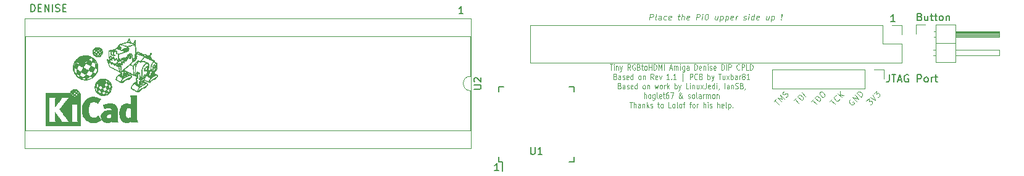
<source format=gbr>
%TF.GenerationSoftware,KiCad,Pcbnew,5.1.10-88a1d61d58~88~ubuntu18.04.1*%
%TF.CreationDate,2021-09-18T16:02:56+02:00*%
%TF.ProjectId,RGBtoHDMI Amiga Denise DIP CPLD Rev 1.1,52474274-6f48-4444-9d49-20416d696761,rev?*%
%TF.SameCoordinates,Original*%
%TF.FileFunction,Legend,Top*%
%TF.FilePolarity,Positive*%
%FSLAX46Y46*%
G04 Gerber Fmt 4.6, Leading zero omitted, Abs format (unit mm)*
G04 Created by KiCad (PCBNEW 5.1.10-88a1d61d58~88~ubuntu18.04.1) date 2021-09-18 16:02:56*
%MOMM*%
%LPD*%
G01*
G04 APERTURE LIST*
%ADD10C,0.100000*%
%ADD11C,0.150000*%
%ADD12C,0.010000*%
%ADD13C,0.120000*%
G04 APERTURE END LIST*
D10*
X182235972Y-94544467D02*
X182559221Y-94221218D01*
X182963282Y-94948528D02*
X182397597Y-94382842D01*
X183313468Y-94598341D02*
X182747783Y-94032656D01*
X183340406Y-94248155D01*
X183124906Y-93655532D01*
X183690592Y-94221218D01*
X183906091Y-93951844D02*
X184013841Y-93897969D01*
X184148528Y-93763282D01*
X184175465Y-93682470D01*
X184175465Y-93628595D01*
X184148528Y-93547783D01*
X184094653Y-93493908D01*
X184013841Y-93466971D01*
X183959966Y-93466971D01*
X183879154Y-93493908D01*
X183744467Y-93574720D01*
X183663654Y-93601658D01*
X183609780Y-93601658D01*
X183528967Y-93574720D01*
X183475093Y-93520845D01*
X183448155Y-93440033D01*
X183448155Y-93386158D01*
X183475093Y-93305346D01*
X183609780Y-93170659D01*
X183717529Y-93116784D01*
X184971065Y-94369374D02*
X185294314Y-94046125D01*
X185698375Y-94773435D02*
X185132690Y-94207749D01*
X186048561Y-94423248D02*
X185482876Y-93857563D01*
X185617563Y-93722876D01*
X185725312Y-93669001D01*
X185833062Y-93669001D01*
X185913874Y-93695938D01*
X186048561Y-93776751D01*
X186129374Y-93857563D01*
X186210186Y-93992250D01*
X186237123Y-94073062D01*
X186237123Y-94180812D01*
X186183248Y-94288561D01*
X186048561Y-94423248D01*
X186614247Y-93857563D02*
X186048561Y-93291877D01*
X187359441Y-94530998D02*
X187682690Y-94207749D01*
X188086751Y-94935059D02*
X187521065Y-94369374D01*
X188436937Y-94584873D02*
X187871251Y-94019187D01*
X188005938Y-93884500D01*
X188113688Y-93830625D01*
X188221438Y-93830625D01*
X188302250Y-93857563D01*
X188436937Y-93938375D01*
X188517749Y-94019187D01*
X188598561Y-94153874D01*
X188625499Y-94234687D01*
X188625499Y-94342436D01*
X188571624Y-94450186D01*
X188436937Y-94584873D01*
X188544687Y-93345752D02*
X188652436Y-93238003D01*
X188733248Y-93211065D01*
X188840998Y-93211065D01*
X188975685Y-93291877D01*
X189164247Y-93480439D01*
X189245059Y-93615126D01*
X189245059Y-93722876D01*
X189218122Y-93803688D01*
X189110372Y-93911438D01*
X189029560Y-93938375D01*
X188921810Y-93938375D01*
X188787123Y-93857563D01*
X188598561Y-93669001D01*
X188517749Y-93534314D01*
X188517749Y-93426564D01*
X188544687Y-93345752D01*
X189902910Y-94517529D02*
X190226158Y-94194280D01*
X190630219Y-94921590D02*
X190064534Y-94355905D01*
X191249780Y-94194280D02*
X191249780Y-94248155D01*
X191195905Y-94355905D01*
X191142030Y-94409780D01*
X191034280Y-94463654D01*
X190926531Y-94463654D01*
X190845719Y-94436717D01*
X190711032Y-94355905D01*
X190630219Y-94275093D01*
X190549407Y-94140406D01*
X190522470Y-94059593D01*
X190522470Y-93951844D01*
X190576345Y-93844094D01*
X190630219Y-93790219D01*
X190737969Y-93736345D01*
X190791844Y-93736345D01*
X191546091Y-94005719D02*
X190980406Y-93440033D01*
X191869340Y-93682470D02*
X191303654Y-93601658D01*
X191303654Y-93116784D02*
X191303654Y-93763282D01*
X192776158Y-94248155D02*
X192695346Y-94275093D01*
X192614534Y-94355905D01*
X192560659Y-94463654D01*
X192560659Y-94571404D01*
X192587597Y-94652216D01*
X192668409Y-94786903D01*
X192749221Y-94867715D01*
X192883908Y-94948528D01*
X192964720Y-94975465D01*
X193072470Y-94975465D01*
X193180219Y-94921590D01*
X193234094Y-94867715D01*
X193287969Y-94759966D01*
X193287969Y-94706091D01*
X193099407Y-94517529D01*
X192991658Y-94625279D01*
X193584280Y-94517529D02*
X193018595Y-93951844D01*
X193907529Y-94194280D01*
X193341844Y-93628595D01*
X194176903Y-93924906D02*
X193611218Y-93359221D01*
X193745905Y-93224534D01*
X193853654Y-93170659D01*
X193961404Y-93170659D01*
X194042216Y-93197597D01*
X194176903Y-93278409D01*
X194257715Y-93359221D01*
X194338528Y-93493908D01*
X194365465Y-93574720D01*
X194365465Y-93682470D01*
X194311590Y-93790219D01*
X194176903Y-93924906D01*
X194929847Y-94490592D02*
X195280033Y-94140406D01*
X195306971Y-94544467D01*
X195387783Y-94463654D01*
X195468595Y-94436717D01*
X195522470Y-94436717D01*
X195603282Y-94463654D01*
X195737969Y-94598341D01*
X195764906Y-94679154D01*
X195764906Y-94733028D01*
X195737969Y-94813841D01*
X195576345Y-94975465D01*
X195495532Y-95002402D01*
X195441658Y-95002402D01*
X195441658Y-93978781D02*
X196195905Y-94355905D01*
X195818781Y-93601658D01*
X195953468Y-93466971D02*
X196303654Y-93116784D01*
X196330592Y-93520845D01*
X196411404Y-93440033D01*
X196492216Y-93413096D01*
X196546091Y-93413096D01*
X196626903Y-93440033D01*
X196761590Y-93574720D01*
X196788528Y-93655532D01*
X196788528Y-93709407D01*
X196761590Y-93790219D01*
X196599966Y-93951844D01*
X196519154Y-93978781D01*
X196465279Y-93978781D01*
D11*
X144525714Y-104042380D02*
X143954285Y-104042380D01*
X144240000Y-104042380D02*
X144240000Y-103042380D01*
X144144761Y-103185238D01*
X144049523Y-103280476D01*
X143954285Y-103328095D01*
X139625714Y-82472380D02*
X139054285Y-82472380D01*
X139340000Y-82472380D02*
X139340000Y-81472380D01*
X139244761Y-81615238D01*
X139149523Y-81710476D01*
X139054285Y-81758095D01*
X198885714Y-83552380D02*
X198314285Y-83552380D01*
X198600000Y-83552380D02*
X198600000Y-82552380D01*
X198504761Y-82695238D01*
X198409523Y-82790476D01*
X198314285Y-82838095D01*
D10*
X165192113Y-83321904D02*
X165292113Y-82521904D01*
X165596875Y-82521904D01*
X165668303Y-82560000D01*
X165701636Y-82598095D01*
X165730208Y-82674285D01*
X165715922Y-82788571D01*
X165668303Y-82864761D01*
X165625446Y-82902857D01*
X165544494Y-82940952D01*
X165239732Y-82940952D01*
X166106398Y-83321904D02*
X166034970Y-83283809D01*
X166006398Y-83207619D01*
X166092113Y-82521904D01*
X166754017Y-83321904D02*
X166806398Y-82902857D01*
X166777827Y-82826666D01*
X166706398Y-82788571D01*
X166554017Y-82788571D01*
X166473065Y-82826666D01*
X166758779Y-83283809D02*
X166677827Y-83321904D01*
X166487351Y-83321904D01*
X166415922Y-83283809D01*
X166387351Y-83207619D01*
X166396875Y-83131428D01*
X166444494Y-83055238D01*
X166525446Y-83017142D01*
X166715922Y-83017142D01*
X166796875Y-82979047D01*
X167482589Y-83283809D02*
X167401636Y-83321904D01*
X167249255Y-83321904D01*
X167177827Y-83283809D01*
X167144494Y-83245714D01*
X167115922Y-83169523D01*
X167144494Y-82940952D01*
X167192113Y-82864761D01*
X167234970Y-82826666D01*
X167315922Y-82788571D01*
X167468303Y-82788571D01*
X167539732Y-82826666D01*
X168130208Y-83283809D02*
X168049255Y-83321904D01*
X167896875Y-83321904D01*
X167825446Y-83283809D01*
X167796875Y-83207619D01*
X167834970Y-82902857D01*
X167882589Y-82826666D01*
X167963541Y-82788571D01*
X168115922Y-82788571D01*
X168187351Y-82826666D01*
X168215922Y-82902857D01*
X168206398Y-82979047D01*
X167815922Y-83055238D01*
X169068303Y-82788571D02*
X169373065Y-82788571D01*
X169215922Y-82521904D02*
X169130208Y-83207619D01*
X169158779Y-83283809D01*
X169230208Y-83321904D01*
X169306398Y-83321904D01*
X169573065Y-83321904D02*
X169673065Y-82521904D01*
X169915922Y-83321904D02*
X169968303Y-82902857D01*
X169939732Y-82826666D01*
X169868303Y-82788571D01*
X169754017Y-82788571D01*
X169673065Y-82826666D01*
X169630208Y-82864761D01*
X170606398Y-83283809D02*
X170525446Y-83321904D01*
X170373065Y-83321904D01*
X170301636Y-83283809D01*
X170273065Y-83207619D01*
X170311160Y-82902857D01*
X170358779Y-82826666D01*
X170439732Y-82788571D01*
X170592113Y-82788571D01*
X170663541Y-82826666D01*
X170692113Y-82902857D01*
X170682589Y-82979047D01*
X170292113Y-83055238D01*
X171592113Y-83321904D02*
X171692113Y-82521904D01*
X171996875Y-82521904D01*
X172068303Y-82560000D01*
X172101636Y-82598095D01*
X172130208Y-82674285D01*
X172115922Y-82788571D01*
X172068303Y-82864761D01*
X172025446Y-82902857D01*
X171944494Y-82940952D01*
X171639732Y-82940952D01*
X172392113Y-83321904D02*
X172458779Y-82788571D01*
X172492113Y-82521904D02*
X172449255Y-82560000D01*
X172482589Y-82598095D01*
X172525446Y-82560000D01*
X172492113Y-82521904D01*
X172482589Y-82598095D01*
X173025446Y-82521904D02*
X173101636Y-82521904D01*
X173173065Y-82560000D01*
X173206398Y-82598095D01*
X173234970Y-82674285D01*
X173254017Y-82826666D01*
X173230208Y-83017142D01*
X173173065Y-83169523D01*
X173125446Y-83245714D01*
X173082589Y-83283809D01*
X173001636Y-83321904D01*
X172925446Y-83321904D01*
X172854017Y-83283809D01*
X172820684Y-83245714D01*
X172792113Y-83169523D01*
X172773065Y-83017142D01*
X172796875Y-82826666D01*
X172854017Y-82674285D01*
X172901636Y-82598095D01*
X172944494Y-82560000D01*
X173025446Y-82521904D01*
X174554017Y-82788571D02*
X174487351Y-83321904D01*
X174211160Y-82788571D02*
X174158779Y-83207619D01*
X174187351Y-83283809D01*
X174258779Y-83321904D01*
X174373065Y-83321904D01*
X174454017Y-83283809D01*
X174496875Y-83245714D01*
X174934970Y-82788571D02*
X174834970Y-83588571D01*
X174930208Y-82826666D02*
X175011160Y-82788571D01*
X175163541Y-82788571D01*
X175234970Y-82826666D01*
X175268303Y-82864761D01*
X175296875Y-82940952D01*
X175268303Y-83169523D01*
X175220684Y-83245714D01*
X175177827Y-83283809D01*
X175096875Y-83321904D01*
X174944494Y-83321904D01*
X174873065Y-83283809D01*
X175658779Y-82788571D02*
X175558779Y-83588571D01*
X175654017Y-82826666D02*
X175734970Y-82788571D01*
X175887351Y-82788571D01*
X175958779Y-82826666D01*
X175992113Y-82864761D01*
X176020684Y-82940952D01*
X175992113Y-83169523D01*
X175944494Y-83245714D01*
X175901636Y-83283809D01*
X175820684Y-83321904D01*
X175668303Y-83321904D01*
X175596875Y-83283809D01*
X176625446Y-83283809D02*
X176544494Y-83321904D01*
X176392113Y-83321904D01*
X176320684Y-83283809D01*
X176292113Y-83207619D01*
X176330208Y-82902857D01*
X176377827Y-82826666D01*
X176458779Y-82788571D01*
X176611160Y-82788571D01*
X176682589Y-82826666D01*
X176711160Y-82902857D01*
X176701636Y-82979047D01*
X176311160Y-83055238D01*
X177001636Y-83321904D02*
X177068303Y-82788571D01*
X177049255Y-82940952D02*
X177096875Y-82864761D01*
X177139732Y-82826666D01*
X177220684Y-82788571D01*
X177296875Y-82788571D01*
X178073065Y-83283809D02*
X178144494Y-83321904D01*
X178296875Y-83321904D01*
X178377827Y-83283809D01*
X178425446Y-83207619D01*
X178430208Y-83169523D01*
X178401636Y-83093333D01*
X178330208Y-83055238D01*
X178215922Y-83055238D01*
X178144494Y-83017142D01*
X178115922Y-82940952D01*
X178120684Y-82902857D01*
X178168303Y-82826666D01*
X178249255Y-82788571D01*
X178363541Y-82788571D01*
X178434970Y-82826666D01*
X178754017Y-83321904D02*
X178820684Y-82788571D01*
X178854017Y-82521904D02*
X178811160Y-82560000D01*
X178844494Y-82598095D01*
X178887351Y-82560000D01*
X178854017Y-82521904D01*
X178844494Y-82598095D01*
X179477827Y-83321904D02*
X179577827Y-82521904D01*
X179482589Y-83283809D02*
X179401636Y-83321904D01*
X179249255Y-83321904D01*
X179177827Y-83283809D01*
X179144494Y-83245714D01*
X179115922Y-83169523D01*
X179144494Y-82940952D01*
X179192113Y-82864761D01*
X179234970Y-82826666D01*
X179315922Y-82788571D01*
X179468303Y-82788571D01*
X179539732Y-82826666D01*
X180168303Y-83283809D02*
X180087351Y-83321904D01*
X179934970Y-83321904D01*
X179863541Y-83283809D01*
X179834970Y-83207619D01*
X179873065Y-82902857D01*
X179920684Y-82826666D01*
X180001636Y-82788571D01*
X180154017Y-82788571D01*
X180225446Y-82826666D01*
X180254017Y-82902857D01*
X180244494Y-82979047D01*
X179854017Y-83055238D01*
X181563541Y-82788571D02*
X181496875Y-83321904D01*
X181220684Y-82788571D02*
X181168303Y-83207619D01*
X181196875Y-83283809D01*
X181268303Y-83321904D01*
X181382589Y-83321904D01*
X181463541Y-83283809D01*
X181506398Y-83245714D01*
X181944494Y-82788571D02*
X181844494Y-83588571D01*
X181939732Y-82826666D02*
X182020684Y-82788571D01*
X182173065Y-82788571D01*
X182244494Y-82826666D01*
X182277827Y-82864761D01*
X182306398Y-82940952D01*
X182277827Y-83169523D01*
X182230208Y-83245714D01*
X182187351Y-83283809D01*
X182106398Y-83321904D01*
X181954017Y-83321904D01*
X181882589Y-83283809D01*
X183220684Y-83245714D02*
X183254017Y-83283809D01*
X183211160Y-83321904D01*
X183177827Y-83283809D01*
X183220684Y-83245714D01*
X183211160Y-83321904D01*
X183249255Y-83017142D02*
X183268303Y-82560000D01*
X183311160Y-82521904D01*
X183344494Y-82560000D01*
X183249255Y-83017142D01*
X183311160Y-82521904D01*
X159721666Y-89411904D02*
X160093095Y-89411904D01*
X159907380Y-90211904D02*
X159907380Y-89411904D01*
X160309761Y-90211904D02*
X160309761Y-89678571D01*
X160309761Y-89411904D02*
X160278809Y-89450000D01*
X160309761Y-89488095D01*
X160340714Y-89450000D01*
X160309761Y-89411904D01*
X160309761Y-89488095D01*
X160619285Y-89678571D02*
X160619285Y-90211904D01*
X160619285Y-89754761D02*
X160650238Y-89716666D01*
X160712142Y-89678571D01*
X160805000Y-89678571D01*
X160866904Y-89716666D01*
X160897857Y-89792857D01*
X160897857Y-90211904D01*
X161145476Y-89678571D02*
X161300238Y-90211904D01*
X161455000Y-89678571D02*
X161300238Y-90211904D01*
X161238333Y-90402380D01*
X161207380Y-90440476D01*
X161145476Y-90478571D01*
X162569285Y-90211904D02*
X162352619Y-89830952D01*
X162197857Y-90211904D02*
X162197857Y-89411904D01*
X162445476Y-89411904D01*
X162507380Y-89450000D01*
X162538333Y-89488095D01*
X162569285Y-89564285D01*
X162569285Y-89678571D01*
X162538333Y-89754761D01*
X162507380Y-89792857D01*
X162445476Y-89830952D01*
X162197857Y-89830952D01*
X163188333Y-89450000D02*
X163126428Y-89411904D01*
X163033571Y-89411904D01*
X162940714Y-89450000D01*
X162878809Y-89526190D01*
X162847857Y-89602380D01*
X162816904Y-89754761D01*
X162816904Y-89869047D01*
X162847857Y-90021428D01*
X162878809Y-90097619D01*
X162940714Y-90173809D01*
X163033571Y-90211904D01*
X163095476Y-90211904D01*
X163188333Y-90173809D01*
X163219285Y-90135714D01*
X163219285Y-89869047D01*
X163095476Y-89869047D01*
X163714523Y-89792857D02*
X163807380Y-89830952D01*
X163838333Y-89869047D01*
X163869285Y-89945238D01*
X163869285Y-90059523D01*
X163838333Y-90135714D01*
X163807380Y-90173809D01*
X163745476Y-90211904D01*
X163497857Y-90211904D01*
X163497857Y-89411904D01*
X163714523Y-89411904D01*
X163776428Y-89450000D01*
X163807380Y-89488095D01*
X163838333Y-89564285D01*
X163838333Y-89640476D01*
X163807380Y-89716666D01*
X163776428Y-89754761D01*
X163714523Y-89792857D01*
X163497857Y-89792857D01*
X164055000Y-89678571D02*
X164302619Y-89678571D01*
X164147857Y-89411904D02*
X164147857Y-90097619D01*
X164178809Y-90173809D01*
X164240714Y-90211904D01*
X164302619Y-90211904D01*
X164612142Y-90211904D02*
X164550238Y-90173809D01*
X164519285Y-90135714D01*
X164488333Y-90059523D01*
X164488333Y-89830952D01*
X164519285Y-89754761D01*
X164550238Y-89716666D01*
X164612142Y-89678571D01*
X164705000Y-89678571D01*
X164766904Y-89716666D01*
X164797857Y-89754761D01*
X164828809Y-89830952D01*
X164828809Y-90059523D01*
X164797857Y-90135714D01*
X164766904Y-90173809D01*
X164705000Y-90211904D01*
X164612142Y-90211904D01*
X165107380Y-90211904D02*
X165107380Y-89411904D01*
X165107380Y-89792857D02*
X165478809Y-89792857D01*
X165478809Y-90211904D02*
X165478809Y-89411904D01*
X165788333Y-90211904D02*
X165788333Y-89411904D01*
X165943095Y-89411904D01*
X166035952Y-89450000D01*
X166097857Y-89526190D01*
X166128809Y-89602380D01*
X166159761Y-89754761D01*
X166159761Y-89869047D01*
X166128809Y-90021428D01*
X166097857Y-90097619D01*
X166035952Y-90173809D01*
X165943095Y-90211904D01*
X165788333Y-90211904D01*
X166438333Y-90211904D02*
X166438333Y-89411904D01*
X166655000Y-89983333D01*
X166871666Y-89411904D01*
X166871666Y-90211904D01*
X167181190Y-90211904D02*
X167181190Y-89411904D01*
X167955000Y-89983333D02*
X168264523Y-89983333D01*
X167893095Y-90211904D02*
X168109761Y-89411904D01*
X168326428Y-90211904D01*
X168543095Y-90211904D02*
X168543095Y-89678571D01*
X168543095Y-89754761D02*
X168574047Y-89716666D01*
X168635952Y-89678571D01*
X168728809Y-89678571D01*
X168790714Y-89716666D01*
X168821666Y-89792857D01*
X168821666Y-90211904D01*
X168821666Y-89792857D02*
X168852619Y-89716666D01*
X168914523Y-89678571D01*
X169007380Y-89678571D01*
X169069285Y-89716666D01*
X169100238Y-89792857D01*
X169100238Y-90211904D01*
X169409761Y-90211904D02*
X169409761Y-89678571D01*
X169409761Y-89411904D02*
X169378809Y-89450000D01*
X169409761Y-89488095D01*
X169440714Y-89450000D01*
X169409761Y-89411904D01*
X169409761Y-89488095D01*
X169997857Y-89678571D02*
X169997857Y-90326190D01*
X169966904Y-90402380D01*
X169935952Y-90440476D01*
X169874047Y-90478571D01*
X169781190Y-90478571D01*
X169719285Y-90440476D01*
X169997857Y-90173809D02*
X169935952Y-90211904D01*
X169812142Y-90211904D01*
X169750238Y-90173809D01*
X169719285Y-90135714D01*
X169688333Y-90059523D01*
X169688333Y-89830952D01*
X169719285Y-89754761D01*
X169750238Y-89716666D01*
X169812142Y-89678571D01*
X169935952Y-89678571D01*
X169997857Y-89716666D01*
X170585952Y-90211904D02*
X170585952Y-89792857D01*
X170555000Y-89716666D01*
X170493095Y-89678571D01*
X170369285Y-89678571D01*
X170307380Y-89716666D01*
X170585952Y-90173809D02*
X170524047Y-90211904D01*
X170369285Y-90211904D01*
X170307380Y-90173809D01*
X170276428Y-90097619D01*
X170276428Y-90021428D01*
X170307380Y-89945238D01*
X170369285Y-89907142D01*
X170524047Y-89907142D01*
X170585952Y-89869047D01*
X171390714Y-90211904D02*
X171390714Y-89411904D01*
X171545476Y-89411904D01*
X171638333Y-89450000D01*
X171700238Y-89526190D01*
X171731190Y-89602380D01*
X171762142Y-89754761D01*
X171762142Y-89869047D01*
X171731190Y-90021428D01*
X171700238Y-90097619D01*
X171638333Y-90173809D01*
X171545476Y-90211904D01*
X171390714Y-90211904D01*
X172288333Y-90173809D02*
X172226428Y-90211904D01*
X172102619Y-90211904D01*
X172040714Y-90173809D01*
X172009761Y-90097619D01*
X172009761Y-89792857D01*
X172040714Y-89716666D01*
X172102619Y-89678571D01*
X172226428Y-89678571D01*
X172288333Y-89716666D01*
X172319285Y-89792857D01*
X172319285Y-89869047D01*
X172009761Y-89945238D01*
X172597857Y-89678571D02*
X172597857Y-90211904D01*
X172597857Y-89754761D02*
X172628809Y-89716666D01*
X172690714Y-89678571D01*
X172783571Y-89678571D01*
X172845476Y-89716666D01*
X172876428Y-89792857D01*
X172876428Y-90211904D01*
X173185952Y-90211904D02*
X173185952Y-89678571D01*
X173185952Y-89411904D02*
X173155000Y-89450000D01*
X173185952Y-89488095D01*
X173216904Y-89450000D01*
X173185952Y-89411904D01*
X173185952Y-89488095D01*
X173464523Y-90173809D02*
X173526428Y-90211904D01*
X173650238Y-90211904D01*
X173712142Y-90173809D01*
X173743095Y-90097619D01*
X173743095Y-90059523D01*
X173712142Y-89983333D01*
X173650238Y-89945238D01*
X173557380Y-89945238D01*
X173495476Y-89907142D01*
X173464523Y-89830952D01*
X173464523Y-89792857D01*
X173495476Y-89716666D01*
X173557380Y-89678571D01*
X173650238Y-89678571D01*
X173712142Y-89716666D01*
X174269285Y-90173809D02*
X174207380Y-90211904D01*
X174083571Y-90211904D01*
X174021666Y-90173809D01*
X173990714Y-90097619D01*
X173990714Y-89792857D01*
X174021666Y-89716666D01*
X174083571Y-89678571D01*
X174207380Y-89678571D01*
X174269285Y-89716666D01*
X174300238Y-89792857D01*
X174300238Y-89869047D01*
X173990714Y-89945238D01*
X175074047Y-90211904D02*
X175074047Y-89411904D01*
X175228809Y-89411904D01*
X175321666Y-89450000D01*
X175383571Y-89526190D01*
X175414523Y-89602380D01*
X175445476Y-89754761D01*
X175445476Y-89869047D01*
X175414523Y-90021428D01*
X175383571Y-90097619D01*
X175321666Y-90173809D01*
X175228809Y-90211904D01*
X175074047Y-90211904D01*
X175724047Y-90211904D02*
X175724047Y-89411904D01*
X176033571Y-90211904D02*
X176033571Y-89411904D01*
X176281190Y-89411904D01*
X176343095Y-89450000D01*
X176374047Y-89488095D01*
X176405000Y-89564285D01*
X176405000Y-89678571D01*
X176374047Y-89754761D01*
X176343095Y-89792857D01*
X176281190Y-89830952D01*
X176033571Y-89830952D01*
X177550238Y-90135714D02*
X177519285Y-90173809D01*
X177426428Y-90211904D01*
X177364523Y-90211904D01*
X177271666Y-90173809D01*
X177209761Y-90097619D01*
X177178809Y-90021428D01*
X177147857Y-89869047D01*
X177147857Y-89754761D01*
X177178809Y-89602380D01*
X177209761Y-89526190D01*
X177271666Y-89450000D01*
X177364523Y-89411904D01*
X177426428Y-89411904D01*
X177519285Y-89450000D01*
X177550238Y-89488095D01*
X177828809Y-90211904D02*
X177828809Y-89411904D01*
X178076428Y-89411904D01*
X178138333Y-89450000D01*
X178169285Y-89488095D01*
X178200238Y-89564285D01*
X178200238Y-89678571D01*
X178169285Y-89754761D01*
X178138333Y-89792857D01*
X178076428Y-89830952D01*
X177828809Y-89830952D01*
X178788333Y-90211904D02*
X178478809Y-90211904D01*
X178478809Y-89411904D01*
X179005000Y-90211904D02*
X179005000Y-89411904D01*
X179159761Y-89411904D01*
X179252619Y-89450000D01*
X179314523Y-89526190D01*
X179345476Y-89602380D01*
X179376428Y-89754761D01*
X179376428Y-89869047D01*
X179345476Y-90021428D01*
X179314523Y-90097619D01*
X179252619Y-90173809D01*
X179159761Y-90211904D01*
X179005000Y-90211904D01*
X160510952Y-91092857D02*
X160603809Y-91130952D01*
X160634761Y-91169047D01*
X160665714Y-91245238D01*
X160665714Y-91359523D01*
X160634761Y-91435714D01*
X160603809Y-91473809D01*
X160541904Y-91511904D01*
X160294285Y-91511904D01*
X160294285Y-90711904D01*
X160510952Y-90711904D01*
X160572857Y-90750000D01*
X160603809Y-90788095D01*
X160634761Y-90864285D01*
X160634761Y-90940476D01*
X160603809Y-91016666D01*
X160572857Y-91054761D01*
X160510952Y-91092857D01*
X160294285Y-91092857D01*
X161222857Y-91511904D02*
X161222857Y-91092857D01*
X161191904Y-91016666D01*
X161130000Y-90978571D01*
X161006190Y-90978571D01*
X160944285Y-91016666D01*
X161222857Y-91473809D02*
X161160952Y-91511904D01*
X161006190Y-91511904D01*
X160944285Y-91473809D01*
X160913333Y-91397619D01*
X160913333Y-91321428D01*
X160944285Y-91245238D01*
X161006190Y-91207142D01*
X161160952Y-91207142D01*
X161222857Y-91169047D01*
X161501428Y-91473809D02*
X161563333Y-91511904D01*
X161687142Y-91511904D01*
X161749047Y-91473809D01*
X161780000Y-91397619D01*
X161780000Y-91359523D01*
X161749047Y-91283333D01*
X161687142Y-91245238D01*
X161594285Y-91245238D01*
X161532380Y-91207142D01*
X161501428Y-91130952D01*
X161501428Y-91092857D01*
X161532380Y-91016666D01*
X161594285Y-90978571D01*
X161687142Y-90978571D01*
X161749047Y-91016666D01*
X162306190Y-91473809D02*
X162244285Y-91511904D01*
X162120476Y-91511904D01*
X162058571Y-91473809D01*
X162027619Y-91397619D01*
X162027619Y-91092857D01*
X162058571Y-91016666D01*
X162120476Y-90978571D01*
X162244285Y-90978571D01*
X162306190Y-91016666D01*
X162337142Y-91092857D01*
X162337142Y-91169047D01*
X162027619Y-91245238D01*
X162894285Y-91511904D02*
X162894285Y-90711904D01*
X162894285Y-91473809D02*
X162832380Y-91511904D01*
X162708571Y-91511904D01*
X162646666Y-91473809D01*
X162615714Y-91435714D01*
X162584761Y-91359523D01*
X162584761Y-91130952D01*
X162615714Y-91054761D01*
X162646666Y-91016666D01*
X162708571Y-90978571D01*
X162832380Y-90978571D01*
X162894285Y-91016666D01*
X163791904Y-91511904D02*
X163730000Y-91473809D01*
X163699047Y-91435714D01*
X163668095Y-91359523D01*
X163668095Y-91130952D01*
X163699047Y-91054761D01*
X163730000Y-91016666D01*
X163791904Y-90978571D01*
X163884761Y-90978571D01*
X163946666Y-91016666D01*
X163977619Y-91054761D01*
X164008571Y-91130952D01*
X164008571Y-91359523D01*
X163977619Y-91435714D01*
X163946666Y-91473809D01*
X163884761Y-91511904D01*
X163791904Y-91511904D01*
X164287142Y-90978571D02*
X164287142Y-91511904D01*
X164287142Y-91054761D02*
X164318095Y-91016666D01*
X164380000Y-90978571D01*
X164472857Y-90978571D01*
X164534761Y-91016666D01*
X164565714Y-91092857D01*
X164565714Y-91511904D01*
X165741904Y-91511904D02*
X165525238Y-91130952D01*
X165370476Y-91511904D02*
X165370476Y-90711904D01*
X165618095Y-90711904D01*
X165680000Y-90750000D01*
X165710952Y-90788095D01*
X165741904Y-90864285D01*
X165741904Y-90978571D01*
X165710952Y-91054761D01*
X165680000Y-91092857D01*
X165618095Y-91130952D01*
X165370476Y-91130952D01*
X166268095Y-91473809D02*
X166206190Y-91511904D01*
X166082380Y-91511904D01*
X166020476Y-91473809D01*
X165989523Y-91397619D01*
X165989523Y-91092857D01*
X166020476Y-91016666D01*
X166082380Y-90978571D01*
X166206190Y-90978571D01*
X166268095Y-91016666D01*
X166299047Y-91092857D01*
X166299047Y-91169047D01*
X165989523Y-91245238D01*
X166515714Y-90978571D02*
X166670476Y-91511904D01*
X166825238Y-90978571D01*
X167908571Y-91511904D02*
X167537142Y-91511904D01*
X167722857Y-91511904D02*
X167722857Y-90711904D01*
X167660952Y-90826190D01*
X167599047Y-90902380D01*
X167537142Y-90940476D01*
X168187142Y-91435714D02*
X168218095Y-91473809D01*
X168187142Y-91511904D01*
X168156190Y-91473809D01*
X168187142Y-91435714D01*
X168187142Y-91511904D01*
X168837142Y-91511904D02*
X168465714Y-91511904D01*
X168651428Y-91511904D02*
X168651428Y-90711904D01*
X168589523Y-90826190D01*
X168527619Y-90902380D01*
X168465714Y-90940476D01*
X169765714Y-91778571D02*
X169765714Y-90635714D01*
X170725238Y-91511904D02*
X170725238Y-90711904D01*
X170972857Y-90711904D01*
X171034761Y-90750000D01*
X171065714Y-90788095D01*
X171096666Y-90864285D01*
X171096666Y-90978571D01*
X171065714Y-91054761D01*
X171034761Y-91092857D01*
X170972857Y-91130952D01*
X170725238Y-91130952D01*
X171746666Y-91435714D02*
X171715714Y-91473809D01*
X171622857Y-91511904D01*
X171560952Y-91511904D01*
X171468095Y-91473809D01*
X171406190Y-91397619D01*
X171375238Y-91321428D01*
X171344285Y-91169047D01*
X171344285Y-91054761D01*
X171375238Y-90902380D01*
X171406190Y-90826190D01*
X171468095Y-90750000D01*
X171560952Y-90711904D01*
X171622857Y-90711904D01*
X171715714Y-90750000D01*
X171746666Y-90788095D01*
X172241904Y-91092857D02*
X172334761Y-91130952D01*
X172365714Y-91169047D01*
X172396666Y-91245238D01*
X172396666Y-91359523D01*
X172365714Y-91435714D01*
X172334761Y-91473809D01*
X172272857Y-91511904D01*
X172025238Y-91511904D01*
X172025238Y-90711904D01*
X172241904Y-90711904D01*
X172303809Y-90750000D01*
X172334761Y-90788095D01*
X172365714Y-90864285D01*
X172365714Y-90940476D01*
X172334761Y-91016666D01*
X172303809Y-91054761D01*
X172241904Y-91092857D01*
X172025238Y-91092857D01*
X173170476Y-91511904D02*
X173170476Y-90711904D01*
X173170476Y-91016666D02*
X173232380Y-90978571D01*
X173356190Y-90978571D01*
X173418095Y-91016666D01*
X173449047Y-91054761D01*
X173480000Y-91130952D01*
X173480000Y-91359523D01*
X173449047Y-91435714D01*
X173418095Y-91473809D01*
X173356190Y-91511904D01*
X173232380Y-91511904D01*
X173170476Y-91473809D01*
X173696666Y-90978571D02*
X173851428Y-91511904D01*
X174006190Y-90978571D02*
X173851428Y-91511904D01*
X173789523Y-91702380D01*
X173758571Y-91740476D01*
X173696666Y-91778571D01*
X174656190Y-90711904D02*
X175027619Y-90711904D01*
X174841904Y-91511904D02*
X174841904Y-90711904D01*
X175522857Y-90978571D02*
X175522857Y-91511904D01*
X175244285Y-90978571D02*
X175244285Y-91397619D01*
X175275238Y-91473809D01*
X175337142Y-91511904D01*
X175430000Y-91511904D01*
X175491904Y-91473809D01*
X175522857Y-91435714D01*
X175770476Y-91511904D02*
X176110952Y-90978571D01*
X175770476Y-90978571D02*
X176110952Y-91511904D01*
X176358571Y-91511904D02*
X176358571Y-90711904D01*
X176358571Y-91016666D02*
X176420476Y-90978571D01*
X176544285Y-90978571D01*
X176606190Y-91016666D01*
X176637142Y-91054761D01*
X176668095Y-91130952D01*
X176668095Y-91359523D01*
X176637142Y-91435714D01*
X176606190Y-91473809D01*
X176544285Y-91511904D01*
X176420476Y-91511904D01*
X176358571Y-91473809D01*
X177225238Y-91511904D02*
X177225238Y-91092857D01*
X177194285Y-91016666D01*
X177132380Y-90978571D01*
X177008571Y-90978571D01*
X176946666Y-91016666D01*
X177225238Y-91473809D02*
X177163333Y-91511904D01*
X177008571Y-91511904D01*
X176946666Y-91473809D01*
X176915714Y-91397619D01*
X176915714Y-91321428D01*
X176946666Y-91245238D01*
X177008571Y-91207142D01*
X177163333Y-91207142D01*
X177225238Y-91169047D01*
X177534761Y-91511904D02*
X177534761Y-90978571D01*
X177534761Y-91130952D02*
X177565714Y-91054761D01*
X177596666Y-91016666D01*
X177658571Y-90978571D01*
X177720476Y-90978571D01*
X178030000Y-91054761D02*
X177968095Y-91016666D01*
X177937142Y-90978571D01*
X177906190Y-90902380D01*
X177906190Y-90864285D01*
X177937142Y-90788095D01*
X177968095Y-90750000D01*
X178030000Y-90711904D01*
X178153809Y-90711904D01*
X178215714Y-90750000D01*
X178246666Y-90788095D01*
X178277619Y-90864285D01*
X178277619Y-90902380D01*
X178246666Y-90978571D01*
X178215714Y-91016666D01*
X178153809Y-91054761D01*
X178030000Y-91054761D01*
X177968095Y-91092857D01*
X177937142Y-91130952D01*
X177906190Y-91207142D01*
X177906190Y-91359523D01*
X177937142Y-91435714D01*
X177968095Y-91473809D01*
X178030000Y-91511904D01*
X178153809Y-91511904D01*
X178215714Y-91473809D01*
X178246666Y-91435714D01*
X178277619Y-91359523D01*
X178277619Y-91207142D01*
X178246666Y-91130952D01*
X178215714Y-91092857D01*
X178153809Y-91054761D01*
X178896666Y-91511904D02*
X178525238Y-91511904D01*
X178710952Y-91511904D02*
X178710952Y-90711904D01*
X178649047Y-90826190D01*
X178587142Y-90902380D01*
X178525238Y-90940476D01*
X161099047Y-92392857D02*
X161191904Y-92430952D01*
X161222857Y-92469047D01*
X161253809Y-92545238D01*
X161253809Y-92659523D01*
X161222857Y-92735714D01*
X161191904Y-92773809D01*
X161130000Y-92811904D01*
X160882380Y-92811904D01*
X160882380Y-92011904D01*
X161099047Y-92011904D01*
X161160952Y-92050000D01*
X161191904Y-92088095D01*
X161222857Y-92164285D01*
X161222857Y-92240476D01*
X161191904Y-92316666D01*
X161160952Y-92354761D01*
X161099047Y-92392857D01*
X160882380Y-92392857D01*
X161810952Y-92811904D02*
X161810952Y-92392857D01*
X161780000Y-92316666D01*
X161718095Y-92278571D01*
X161594285Y-92278571D01*
X161532380Y-92316666D01*
X161810952Y-92773809D02*
X161749047Y-92811904D01*
X161594285Y-92811904D01*
X161532380Y-92773809D01*
X161501428Y-92697619D01*
X161501428Y-92621428D01*
X161532380Y-92545238D01*
X161594285Y-92507142D01*
X161749047Y-92507142D01*
X161810952Y-92469047D01*
X162089523Y-92773809D02*
X162151428Y-92811904D01*
X162275238Y-92811904D01*
X162337142Y-92773809D01*
X162368095Y-92697619D01*
X162368095Y-92659523D01*
X162337142Y-92583333D01*
X162275238Y-92545238D01*
X162182380Y-92545238D01*
X162120476Y-92507142D01*
X162089523Y-92430952D01*
X162089523Y-92392857D01*
X162120476Y-92316666D01*
X162182380Y-92278571D01*
X162275238Y-92278571D01*
X162337142Y-92316666D01*
X162894285Y-92773809D02*
X162832380Y-92811904D01*
X162708571Y-92811904D01*
X162646666Y-92773809D01*
X162615714Y-92697619D01*
X162615714Y-92392857D01*
X162646666Y-92316666D01*
X162708571Y-92278571D01*
X162832380Y-92278571D01*
X162894285Y-92316666D01*
X162925238Y-92392857D01*
X162925238Y-92469047D01*
X162615714Y-92545238D01*
X163482380Y-92811904D02*
X163482380Y-92011904D01*
X163482380Y-92773809D02*
X163420476Y-92811904D01*
X163296666Y-92811904D01*
X163234761Y-92773809D01*
X163203809Y-92735714D01*
X163172857Y-92659523D01*
X163172857Y-92430952D01*
X163203809Y-92354761D01*
X163234761Y-92316666D01*
X163296666Y-92278571D01*
X163420476Y-92278571D01*
X163482380Y-92316666D01*
X164380000Y-92811904D02*
X164318095Y-92773809D01*
X164287142Y-92735714D01*
X164256190Y-92659523D01*
X164256190Y-92430952D01*
X164287142Y-92354761D01*
X164318095Y-92316666D01*
X164380000Y-92278571D01*
X164472857Y-92278571D01*
X164534761Y-92316666D01*
X164565714Y-92354761D01*
X164596666Y-92430952D01*
X164596666Y-92659523D01*
X164565714Y-92735714D01*
X164534761Y-92773809D01*
X164472857Y-92811904D01*
X164380000Y-92811904D01*
X164875238Y-92278571D02*
X164875238Y-92811904D01*
X164875238Y-92354761D02*
X164906190Y-92316666D01*
X164968095Y-92278571D01*
X165060952Y-92278571D01*
X165122857Y-92316666D01*
X165153809Y-92392857D01*
X165153809Y-92811904D01*
X165896666Y-92278571D02*
X166020476Y-92811904D01*
X166144285Y-92430952D01*
X166268095Y-92811904D01*
X166391904Y-92278571D01*
X166732380Y-92811904D02*
X166670476Y-92773809D01*
X166639523Y-92735714D01*
X166608571Y-92659523D01*
X166608571Y-92430952D01*
X166639523Y-92354761D01*
X166670476Y-92316666D01*
X166732380Y-92278571D01*
X166825238Y-92278571D01*
X166887142Y-92316666D01*
X166918095Y-92354761D01*
X166949047Y-92430952D01*
X166949047Y-92659523D01*
X166918095Y-92735714D01*
X166887142Y-92773809D01*
X166825238Y-92811904D01*
X166732380Y-92811904D01*
X167227619Y-92811904D02*
X167227619Y-92278571D01*
X167227619Y-92430952D02*
X167258571Y-92354761D01*
X167289523Y-92316666D01*
X167351428Y-92278571D01*
X167413333Y-92278571D01*
X167630000Y-92811904D02*
X167630000Y-92011904D01*
X167691904Y-92507142D02*
X167877619Y-92811904D01*
X167877619Y-92278571D02*
X167630000Y-92583333D01*
X168651428Y-92811904D02*
X168651428Y-92011904D01*
X168651428Y-92316666D02*
X168713333Y-92278571D01*
X168837142Y-92278571D01*
X168899047Y-92316666D01*
X168930000Y-92354761D01*
X168960952Y-92430952D01*
X168960952Y-92659523D01*
X168930000Y-92735714D01*
X168899047Y-92773809D01*
X168837142Y-92811904D01*
X168713333Y-92811904D01*
X168651428Y-92773809D01*
X169177619Y-92278571D02*
X169332380Y-92811904D01*
X169487142Y-92278571D02*
X169332380Y-92811904D01*
X169270476Y-93002380D01*
X169239523Y-93040476D01*
X169177619Y-93078571D01*
X170539523Y-92811904D02*
X170230000Y-92811904D01*
X170230000Y-92011904D01*
X170756190Y-92811904D02*
X170756190Y-92278571D01*
X170756190Y-92011904D02*
X170725238Y-92050000D01*
X170756190Y-92088095D01*
X170787142Y-92050000D01*
X170756190Y-92011904D01*
X170756190Y-92088095D01*
X171065714Y-92278571D02*
X171065714Y-92811904D01*
X171065714Y-92354761D02*
X171096666Y-92316666D01*
X171158571Y-92278571D01*
X171251428Y-92278571D01*
X171313333Y-92316666D01*
X171344285Y-92392857D01*
X171344285Y-92811904D01*
X171932380Y-92278571D02*
X171932380Y-92811904D01*
X171653809Y-92278571D02*
X171653809Y-92697619D01*
X171684761Y-92773809D01*
X171746666Y-92811904D01*
X171839523Y-92811904D01*
X171901428Y-92773809D01*
X171932380Y-92735714D01*
X172180000Y-92811904D02*
X172520476Y-92278571D01*
X172180000Y-92278571D02*
X172520476Y-92811904D01*
X172953809Y-92011904D02*
X172953809Y-92583333D01*
X172922857Y-92697619D01*
X172860952Y-92773809D01*
X172768095Y-92811904D01*
X172706190Y-92811904D01*
X173510952Y-92773809D02*
X173449047Y-92811904D01*
X173325238Y-92811904D01*
X173263333Y-92773809D01*
X173232380Y-92697619D01*
X173232380Y-92392857D01*
X173263333Y-92316666D01*
X173325238Y-92278571D01*
X173449047Y-92278571D01*
X173510952Y-92316666D01*
X173541904Y-92392857D01*
X173541904Y-92469047D01*
X173232380Y-92545238D01*
X174099047Y-92811904D02*
X174099047Y-92011904D01*
X174099047Y-92773809D02*
X174037142Y-92811904D01*
X173913333Y-92811904D01*
X173851428Y-92773809D01*
X173820476Y-92735714D01*
X173789523Y-92659523D01*
X173789523Y-92430952D01*
X173820476Y-92354761D01*
X173851428Y-92316666D01*
X173913333Y-92278571D01*
X174037142Y-92278571D01*
X174099047Y-92316666D01*
X174408571Y-92811904D02*
X174408571Y-92278571D01*
X174408571Y-92011904D02*
X174377619Y-92050000D01*
X174408571Y-92088095D01*
X174439523Y-92050000D01*
X174408571Y-92011904D01*
X174408571Y-92088095D01*
X174749047Y-92773809D02*
X174749047Y-92811904D01*
X174718095Y-92888095D01*
X174687142Y-92926190D01*
X175522857Y-92811904D02*
X175522857Y-92011904D01*
X176110952Y-92811904D02*
X176110952Y-92392857D01*
X176080000Y-92316666D01*
X176018095Y-92278571D01*
X175894285Y-92278571D01*
X175832380Y-92316666D01*
X176110952Y-92773809D02*
X176049047Y-92811904D01*
X175894285Y-92811904D01*
X175832380Y-92773809D01*
X175801428Y-92697619D01*
X175801428Y-92621428D01*
X175832380Y-92545238D01*
X175894285Y-92507142D01*
X176049047Y-92507142D01*
X176110952Y-92469047D01*
X176420476Y-92278571D02*
X176420476Y-92811904D01*
X176420476Y-92354761D02*
X176451428Y-92316666D01*
X176513333Y-92278571D01*
X176606190Y-92278571D01*
X176668095Y-92316666D01*
X176699047Y-92392857D01*
X176699047Y-92811904D01*
X176977619Y-92773809D02*
X177070476Y-92811904D01*
X177225238Y-92811904D01*
X177287142Y-92773809D01*
X177318095Y-92735714D01*
X177349047Y-92659523D01*
X177349047Y-92583333D01*
X177318095Y-92507142D01*
X177287142Y-92469047D01*
X177225238Y-92430952D01*
X177101428Y-92392857D01*
X177039523Y-92354761D01*
X177008571Y-92316666D01*
X176977619Y-92240476D01*
X176977619Y-92164285D01*
X177008571Y-92088095D01*
X177039523Y-92050000D01*
X177101428Y-92011904D01*
X177256190Y-92011904D01*
X177349047Y-92050000D01*
X177844285Y-92392857D02*
X177937142Y-92430952D01*
X177968095Y-92469047D01*
X177999047Y-92545238D01*
X177999047Y-92659523D01*
X177968095Y-92735714D01*
X177937142Y-92773809D01*
X177875238Y-92811904D01*
X177627619Y-92811904D01*
X177627619Y-92011904D01*
X177844285Y-92011904D01*
X177906190Y-92050000D01*
X177937142Y-92088095D01*
X177968095Y-92164285D01*
X177968095Y-92240476D01*
X177937142Y-92316666D01*
X177906190Y-92354761D01*
X177844285Y-92392857D01*
X177627619Y-92392857D01*
X178308571Y-92773809D02*
X178308571Y-92811904D01*
X178277619Y-92888095D01*
X178246666Y-92926190D01*
X164457380Y-94111904D02*
X164457380Y-93311904D01*
X164735952Y-94111904D02*
X164735952Y-93692857D01*
X164705000Y-93616666D01*
X164643095Y-93578571D01*
X164550238Y-93578571D01*
X164488333Y-93616666D01*
X164457380Y-93654761D01*
X165138333Y-94111904D02*
X165076428Y-94073809D01*
X165045476Y-94035714D01*
X165014523Y-93959523D01*
X165014523Y-93730952D01*
X165045476Y-93654761D01*
X165076428Y-93616666D01*
X165138333Y-93578571D01*
X165231190Y-93578571D01*
X165293095Y-93616666D01*
X165324047Y-93654761D01*
X165355000Y-93730952D01*
X165355000Y-93959523D01*
X165324047Y-94035714D01*
X165293095Y-94073809D01*
X165231190Y-94111904D01*
X165138333Y-94111904D01*
X165912142Y-93578571D02*
X165912142Y-94226190D01*
X165881190Y-94302380D01*
X165850238Y-94340476D01*
X165788333Y-94378571D01*
X165695476Y-94378571D01*
X165633571Y-94340476D01*
X165912142Y-94073809D02*
X165850238Y-94111904D01*
X165726428Y-94111904D01*
X165664523Y-94073809D01*
X165633571Y-94035714D01*
X165602619Y-93959523D01*
X165602619Y-93730952D01*
X165633571Y-93654761D01*
X165664523Y-93616666D01*
X165726428Y-93578571D01*
X165850238Y-93578571D01*
X165912142Y-93616666D01*
X166314523Y-94111904D02*
X166252619Y-94073809D01*
X166221666Y-93997619D01*
X166221666Y-93311904D01*
X166809761Y-94073809D02*
X166747857Y-94111904D01*
X166624047Y-94111904D01*
X166562142Y-94073809D01*
X166531190Y-93997619D01*
X166531190Y-93692857D01*
X166562142Y-93616666D01*
X166624047Y-93578571D01*
X166747857Y-93578571D01*
X166809761Y-93616666D01*
X166840714Y-93692857D01*
X166840714Y-93769047D01*
X166531190Y-93845238D01*
X167026428Y-93578571D02*
X167274047Y-93578571D01*
X167119285Y-93311904D02*
X167119285Y-93997619D01*
X167150238Y-94073809D01*
X167212142Y-94111904D01*
X167274047Y-94111904D01*
X167769285Y-93311904D02*
X167645476Y-93311904D01*
X167583571Y-93350000D01*
X167552619Y-93388095D01*
X167490714Y-93502380D01*
X167459761Y-93654761D01*
X167459761Y-93959523D01*
X167490714Y-94035714D01*
X167521666Y-94073809D01*
X167583571Y-94111904D01*
X167707380Y-94111904D01*
X167769285Y-94073809D01*
X167800238Y-94035714D01*
X167831190Y-93959523D01*
X167831190Y-93769047D01*
X167800238Y-93692857D01*
X167769285Y-93654761D01*
X167707380Y-93616666D01*
X167583571Y-93616666D01*
X167521666Y-93654761D01*
X167490714Y-93692857D01*
X167459761Y-93769047D01*
X168047857Y-93311904D02*
X168481190Y-93311904D01*
X168202619Y-94111904D01*
X169750238Y-94111904D02*
X169719285Y-94111904D01*
X169657380Y-94073809D01*
X169564523Y-93959523D01*
X169409761Y-93730952D01*
X169347857Y-93616666D01*
X169316904Y-93502380D01*
X169316904Y-93426190D01*
X169347857Y-93350000D01*
X169409761Y-93311904D01*
X169440714Y-93311904D01*
X169502619Y-93350000D01*
X169533571Y-93426190D01*
X169533571Y-93464285D01*
X169502619Y-93540476D01*
X169471666Y-93578571D01*
X169285952Y-93730952D01*
X169255000Y-93769047D01*
X169224047Y-93845238D01*
X169224047Y-93959523D01*
X169255000Y-94035714D01*
X169285952Y-94073809D01*
X169347857Y-94111904D01*
X169440714Y-94111904D01*
X169502619Y-94073809D01*
X169533571Y-94035714D01*
X169626428Y-93883333D01*
X169657380Y-93769047D01*
X169657380Y-93692857D01*
X170493095Y-94073809D02*
X170555000Y-94111904D01*
X170678809Y-94111904D01*
X170740714Y-94073809D01*
X170771666Y-93997619D01*
X170771666Y-93959523D01*
X170740714Y-93883333D01*
X170678809Y-93845238D01*
X170585952Y-93845238D01*
X170524047Y-93807142D01*
X170493095Y-93730952D01*
X170493095Y-93692857D01*
X170524047Y-93616666D01*
X170585952Y-93578571D01*
X170678809Y-93578571D01*
X170740714Y-93616666D01*
X171143095Y-94111904D02*
X171081190Y-94073809D01*
X171050238Y-94035714D01*
X171019285Y-93959523D01*
X171019285Y-93730952D01*
X171050238Y-93654761D01*
X171081190Y-93616666D01*
X171143095Y-93578571D01*
X171235952Y-93578571D01*
X171297857Y-93616666D01*
X171328809Y-93654761D01*
X171359761Y-93730952D01*
X171359761Y-93959523D01*
X171328809Y-94035714D01*
X171297857Y-94073809D01*
X171235952Y-94111904D01*
X171143095Y-94111904D01*
X171731190Y-94111904D02*
X171669285Y-94073809D01*
X171638333Y-93997619D01*
X171638333Y-93311904D01*
X172257380Y-94111904D02*
X172257380Y-93692857D01*
X172226428Y-93616666D01*
X172164523Y-93578571D01*
X172040714Y-93578571D01*
X171978809Y-93616666D01*
X172257380Y-94073809D02*
X172195476Y-94111904D01*
X172040714Y-94111904D01*
X171978809Y-94073809D01*
X171947857Y-93997619D01*
X171947857Y-93921428D01*
X171978809Y-93845238D01*
X172040714Y-93807142D01*
X172195476Y-93807142D01*
X172257380Y-93769047D01*
X172566904Y-94111904D02*
X172566904Y-93578571D01*
X172566904Y-93730952D02*
X172597857Y-93654761D01*
X172628809Y-93616666D01*
X172690714Y-93578571D01*
X172752619Y-93578571D01*
X172969285Y-94111904D02*
X172969285Y-93578571D01*
X172969285Y-93654761D02*
X173000238Y-93616666D01*
X173062142Y-93578571D01*
X173155000Y-93578571D01*
X173216904Y-93616666D01*
X173247857Y-93692857D01*
X173247857Y-94111904D01*
X173247857Y-93692857D02*
X173278809Y-93616666D01*
X173340714Y-93578571D01*
X173433571Y-93578571D01*
X173495476Y-93616666D01*
X173526428Y-93692857D01*
X173526428Y-94111904D01*
X173928809Y-94111904D02*
X173866904Y-94073809D01*
X173835952Y-94035714D01*
X173805000Y-93959523D01*
X173805000Y-93730952D01*
X173835952Y-93654761D01*
X173866904Y-93616666D01*
X173928809Y-93578571D01*
X174021666Y-93578571D01*
X174083571Y-93616666D01*
X174114523Y-93654761D01*
X174145476Y-93730952D01*
X174145476Y-93959523D01*
X174114523Y-94035714D01*
X174083571Y-94073809D01*
X174021666Y-94111904D01*
X173928809Y-94111904D01*
X174424047Y-93578571D02*
X174424047Y-94111904D01*
X174424047Y-93654761D02*
X174455000Y-93616666D01*
X174516904Y-93578571D01*
X174609761Y-93578571D01*
X174671666Y-93616666D01*
X174702619Y-93692857D01*
X174702619Y-94111904D01*
X162476428Y-94611904D02*
X162847857Y-94611904D01*
X162662142Y-95411904D02*
X162662142Y-94611904D01*
X163064523Y-95411904D02*
X163064523Y-94611904D01*
X163343095Y-95411904D02*
X163343095Y-94992857D01*
X163312142Y-94916666D01*
X163250238Y-94878571D01*
X163157380Y-94878571D01*
X163095476Y-94916666D01*
X163064523Y-94954761D01*
X163931190Y-95411904D02*
X163931190Y-94992857D01*
X163900238Y-94916666D01*
X163838333Y-94878571D01*
X163714523Y-94878571D01*
X163652619Y-94916666D01*
X163931190Y-95373809D02*
X163869285Y-95411904D01*
X163714523Y-95411904D01*
X163652619Y-95373809D01*
X163621666Y-95297619D01*
X163621666Y-95221428D01*
X163652619Y-95145238D01*
X163714523Y-95107142D01*
X163869285Y-95107142D01*
X163931190Y-95069047D01*
X164240714Y-94878571D02*
X164240714Y-95411904D01*
X164240714Y-94954761D02*
X164271666Y-94916666D01*
X164333571Y-94878571D01*
X164426428Y-94878571D01*
X164488333Y-94916666D01*
X164519285Y-94992857D01*
X164519285Y-95411904D01*
X164828809Y-95411904D02*
X164828809Y-94611904D01*
X164890714Y-95107142D02*
X165076428Y-95411904D01*
X165076428Y-94878571D02*
X164828809Y-95183333D01*
X165324047Y-95373809D02*
X165385952Y-95411904D01*
X165509761Y-95411904D01*
X165571666Y-95373809D01*
X165602619Y-95297619D01*
X165602619Y-95259523D01*
X165571666Y-95183333D01*
X165509761Y-95145238D01*
X165416904Y-95145238D01*
X165355000Y-95107142D01*
X165324047Y-95030952D01*
X165324047Y-94992857D01*
X165355000Y-94916666D01*
X165416904Y-94878571D01*
X165509761Y-94878571D01*
X165571666Y-94916666D01*
X166283571Y-94878571D02*
X166531190Y-94878571D01*
X166376428Y-94611904D02*
X166376428Y-95297619D01*
X166407380Y-95373809D01*
X166469285Y-95411904D01*
X166531190Y-95411904D01*
X166840714Y-95411904D02*
X166778809Y-95373809D01*
X166747857Y-95335714D01*
X166716904Y-95259523D01*
X166716904Y-95030952D01*
X166747857Y-94954761D01*
X166778809Y-94916666D01*
X166840714Y-94878571D01*
X166933571Y-94878571D01*
X166995476Y-94916666D01*
X167026428Y-94954761D01*
X167057380Y-95030952D01*
X167057380Y-95259523D01*
X167026428Y-95335714D01*
X166995476Y-95373809D01*
X166933571Y-95411904D01*
X166840714Y-95411904D01*
X168140714Y-95411904D02*
X167831190Y-95411904D01*
X167831190Y-94611904D01*
X168450238Y-95411904D02*
X168388333Y-95373809D01*
X168357380Y-95335714D01*
X168326428Y-95259523D01*
X168326428Y-95030952D01*
X168357380Y-94954761D01*
X168388333Y-94916666D01*
X168450238Y-94878571D01*
X168543095Y-94878571D01*
X168605000Y-94916666D01*
X168635952Y-94954761D01*
X168666904Y-95030952D01*
X168666904Y-95259523D01*
X168635952Y-95335714D01*
X168605000Y-95373809D01*
X168543095Y-95411904D01*
X168450238Y-95411904D01*
X169038333Y-95411904D02*
X168976428Y-95373809D01*
X168945476Y-95297619D01*
X168945476Y-94611904D01*
X169378809Y-95411904D02*
X169316904Y-95373809D01*
X169285952Y-95335714D01*
X169255000Y-95259523D01*
X169255000Y-95030952D01*
X169285952Y-94954761D01*
X169316904Y-94916666D01*
X169378809Y-94878571D01*
X169471666Y-94878571D01*
X169533571Y-94916666D01*
X169564523Y-94954761D01*
X169595476Y-95030952D01*
X169595476Y-95259523D01*
X169564523Y-95335714D01*
X169533571Y-95373809D01*
X169471666Y-95411904D01*
X169378809Y-95411904D01*
X169781190Y-94878571D02*
X170028809Y-94878571D01*
X169874047Y-95411904D02*
X169874047Y-94726190D01*
X169905000Y-94650000D01*
X169966904Y-94611904D01*
X170028809Y-94611904D01*
X170647857Y-94878571D02*
X170895476Y-94878571D01*
X170740714Y-95411904D02*
X170740714Y-94726190D01*
X170771666Y-94650000D01*
X170833571Y-94611904D01*
X170895476Y-94611904D01*
X171205000Y-95411904D02*
X171143095Y-95373809D01*
X171112142Y-95335714D01*
X171081190Y-95259523D01*
X171081190Y-95030952D01*
X171112142Y-94954761D01*
X171143095Y-94916666D01*
X171205000Y-94878571D01*
X171297857Y-94878571D01*
X171359761Y-94916666D01*
X171390714Y-94954761D01*
X171421666Y-95030952D01*
X171421666Y-95259523D01*
X171390714Y-95335714D01*
X171359761Y-95373809D01*
X171297857Y-95411904D01*
X171205000Y-95411904D01*
X171700238Y-95411904D02*
X171700238Y-94878571D01*
X171700238Y-95030952D02*
X171731190Y-94954761D01*
X171762142Y-94916666D01*
X171824047Y-94878571D01*
X171885952Y-94878571D01*
X172597857Y-95411904D02*
X172597857Y-94611904D01*
X172876428Y-95411904D02*
X172876428Y-94992857D01*
X172845476Y-94916666D01*
X172783571Y-94878571D01*
X172690714Y-94878571D01*
X172628809Y-94916666D01*
X172597857Y-94954761D01*
X173185952Y-95411904D02*
X173185952Y-94878571D01*
X173185952Y-94611904D02*
X173155000Y-94650000D01*
X173185952Y-94688095D01*
X173216904Y-94650000D01*
X173185952Y-94611904D01*
X173185952Y-94688095D01*
X173464523Y-95373809D02*
X173526428Y-95411904D01*
X173650238Y-95411904D01*
X173712142Y-95373809D01*
X173743095Y-95297619D01*
X173743095Y-95259523D01*
X173712142Y-95183333D01*
X173650238Y-95145238D01*
X173557380Y-95145238D01*
X173495476Y-95107142D01*
X173464523Y-95030952D01*
X173464523Y-94992857D01*
X173495476Y-94916666D01*
X173557380Y-94878571D01*
X173650238Y-94878571D01*
X173712142Y-94916666D01*
X174516904Y-95411904D02*
X174516904Y-94611904D01*
X174795476Y-95411904D02*
X174795476Y-94992857D01*
X174764523Y-94916666D01*
X174702619Y-94878571D01*
X174609761Y-94878571D01*
X174547857Y-94916666D01*
X174516904Y-94954761D01*
X175352619Y-95373809D02*
X175290714Y-95411904D01*
X175166904Y-95411904D01*
X175105000Y-95373809D01*
X175074047Y-95297619D01*
X175074047Y-94992857D01*
X175105000Y-94916666D01*
X175166904Y-94878571D01*
X175290714Y-94878571D01*
X175352619Y-94916666D01*
X175383571Y-94992857D01*
X175383571Y-95069047D01*
X175074047Y-95145238D01*
X175755000Y-95411904D02*
X175693095Y-95373809D01*
X175662142Y-95297619D01*
X175662142Y-94611904D01*
X176002619Y-94878571D02*
X176002619Y-95678571D01*
X176002619Y-94916666D02*
X176064523Y-94878571D01*
X176188333Y-94878571D01*
X176250238Y-94916666D01*
X176281190Y-94954761D01*
X176312142Y-95030952D01*
X176312142Y-95259523D01*
X176281190Y-95335714D01*
X176250238Y-95373809D01*
X176188333Y-95411904D01*
X176064523Y-95411904D01*
X176002619Y-95373809D01*
X176590714Y-95335714D02*
X176621666Y-95373809D01*
X176590714Y-95411904D01*
X176559761Y-95373809D01*
X176590714Y-95335714D01*
X176590714Y-95411904D01*
D12*
%TO.C,REF\u002A\u002A\u002A*%
G36*
X94846507Y-95432245D02*
G01*
X94846526Y-95666662D01*
X94846552Y-95879603D01*
X94846625Y-96072168D01*
X94846782Y-96245459D01*
X94847064Y-96400576D01*
X94847509Y-96538620D01*
X94848156Y-96660692D01*
X94849045Y-96767894D01*
X94850213Y-96861326D01*
X94851701Y-96942090D01*
X94853546Y-97011286D01*
X94855789Y-97070015D01*
X94858469Y-97119379D01*
X94861623Y-97160478D01*
X94865292Y-97194413D01*
X94869513Y-97222286D01*
X94874327Y-97245198D01*
X94879773Y-97264249D01*
X94885888Y-97280540D01*
X94892712Y-97295173D01*
X94900285Y-97309249D01*
X94908645Y-97323868D01*
X94913839Y-97332974D01*
X94948104Y-97393689D01*
X94089955Y-97393689D01*
X94089955Y-97297733D01*
X94089224Y-97254370D01*
X94087272Y-97221205D01*
X94084463Y-97203424D01*
X94083221Y-97201778D01*
X94071799Y-97208662D01*
X94049084Y-97226505D01*
X94026385Y-97245879D01*
X93971800Y-97286614D01*
X93902321Y-97327617D01*
X93825270Y-97365123D01*
X93747965Y-97395364D01*
X93717113Y-97405012D01*
X93648616Y-97419578D01*
X93565764Y-97429539D01*
X93476371Y-97434583D01*
X93388248Y-97434396D01*
X93309207Y-97428666D01*
X93271511Y-97422858D01*
X93133414Y-97384797D01*
X93006113Y-97327073D01*
X92890292Y-97250211D01*
X92786637Y-97154739D01*
X92695833Y-97041179D01*
X92629031Y-96930381D01*
X92574164Y-96813625D01*
X92532163Y-96694276D01*
X92502167Y-96568283D01*
X92483311Y-96431594D01*
X92474732Y-96280158D01*
X92474006Y-96202711D01*
X92476100Y-96145934D01*
X93305217Y-96145934D01*
X93305424Y-96239002D01*
X93308337Y-96326692D01*
X93314000Y-96403772D01*
X93322455Y-96465009D01*
X93325038Y-96477350D01*
X93356840Y-96584633D01*
X93398498Y-96671658D01*
X93450363Y-96738642D01*
X93512781Y-96785805D01*
X93586100Y-96813365D01*
X93670669Y-96821541D01*
X93766835Y-96810551D01*
X93830311Y-96794829D01*
X93879454Y-96776639D01*
X93933583Y-96750791D01*
X93974244Y-96727089D01*
X94044800Y-96680721D01*
X94044800Y-95530530D01*
X93977392Y-95486962D01*
X93898867Y-95446040D01*
X93814681Y-95419389D01*
X93729557Y-95407465D01*
X93648216Y-95410722D01*
X93575380Y-95429615D01*
X93543426Y-95445184D01*
X93485501Y-95488181D01*
X93436544Y-95544953D01*
X93395390Y-95617575D01*
X93360874Y-95708121D01*
X93331833Y-95818666D01*
X93330552Y-95824533D01*
X93320381Y-95886788D01*
X93312739Y-95964594D01*
X93307670Y-96052720D01*
X93305217Y-96145934D01*
X92476100Y-96145934D01*
X92481857Y-95989895D01*
X92503802Y-95794059D01*
X92539786Y-95615332D01*
X92589759Y-95453845D01*
X92653668Y-95309726D01*
X92731462Y-95183106D01*
X92823089Y-95074115D01*
X92928497Y-94982883D01*
X92973662Y-94951932D01*
X93074611Y-94895785D01*
X93177901Y-94856174D01*
X93287989Y-94832014D01*
X93409330Y-94822219D01*
X93501836Y-94823265D01*
X93631490Y-94834231D01*
X93744084Y-94856046D01*
X93842875Y-94889714D01*
X93931121Y-94936236D01*
X93979986Y-94970448D01*
X94009353Y-94992362D01*
X94031043Y-95007333D01*
X94039253Y-95011733D01*
X94040868Y-95000904D01*
X94042159Y-94970251D01*
X94043138Y-94922526D01*
X94043817Y-94860479D01*
X94044210Y-94786862D01*
X94044330Y-94704427D01*
X94044188Y-94615925D01*
X94043797Y-94524107D01*
X94043171Y-94431724D01*
X94042320Y-94341528D01*
X94041260Y-94256271D01*
X94040001Y-94178703D01*
X94038556Y-94111576D01*
X94036938Y-94057641D01*
X94035161Y-94019650D01*
X94034669Y-94012667D01*
X94027092Y-93942251D01*
X94015531Y-93887102D01*
X93997792Y-93839981D01*
X93971682Y-93793647D01*
X93965415Y-93784067D01*
X93940983Y-93747378D01*
X94846311Y-93747378D01*
X94846507Y-95432245D01*
G37*
X94846507Y-95432245D02*
X94846526Y-95666662D01*
X94846552Y-95879603D01*
X94846625Y-96072168D01*
X94846782Y-96245459D01*
X94847064Y-96400576D01*
X94847509Y-96538620D01*
X94848156Y-96660692D01*
X94849045Y-96767894D01*
X94850213Y-96861326D01*
X94851701Y-96942090D01*
X94853546Y-97011286D01*
X94855789Y-97070015D01*
X94858469Y-97119379D01*
X94861623Y-97160478D01*
X94865292Y-97194413D01*
X94869513Y-97222286D01*
X94874327Y-97245198D01*
X94879773Y-97264249D01*
X94885888Y-97280540D01*
X94892712Y-97295173D01*
X94900285Y-97309249D01*
X94908645Y-97323868D01*
X94913839Y-97332974D01*
X94948104Y-97393689D01*
X94089955Y-97393689D01*
X94089955Y-97297733D01*
X94089224Y-97254370D01*
X94087272Y-97221205D01*
X94084463Y-97203424D01*
X94083221Y-97201778D01*
X94071799Y-97208662D01*
X94049084Y-97226505D01*
X94026385Y-97245879D01*
X93971800Y-97286614D01*
X93902321Y-97327617D01*
X93825270Y-97365123D01*
X93747965Y-97395364D01*
X93717113Y-97405012D01*
X93648616Y-97419578D01*
X93565764Y-97429539D01*
X93476371Y-97434583D01*
X93388248Y-97434396D01*
X93309207Y-97428666D01*
X93271511Y-97422858D01*
X93133414Y-97384797D01*
X93006113Y-97327073D01*
X92890292Y-97250211D01*
X92786637Y-97154739D01*
X92695833Y-97041179D01*
X92629031Y-96930381D01*
X92574164Y-96813625D01*
X92532163Y-96694276D01*
X92502167Y-96568283D01*
X92483311Y-96431594D01*
X92474732Y-96280158D01*
X92474006Y-96202711D01*
X92476100Y-96145934D01*
X93305217Y-96145934D01*
X93305424Y-96239002D01*
X93308337Y-96326692D01*
X93314000Y-96403772D01*
X93322455Y-96465009D01*
X93325038Y-96477350D01*
X93356840Y-96584633D01*
X93398498Y-96671658D01*
X93450363Y-96738642D01*
X93512781Y-96785805D01*
X93586100Y-96813365D01*
X93670669Y-96821541D01*
X93766835Y-96810551D01*
X93830311Y-96794829D01*
X93879454Y-96776639D01*
X93933583Y-96750791D01*
X93974244Y-96727089D01*
X94044800Y-96680721D01*
X94044800Y-95530530D01*
X93977392Y-95486962D01*
X93898867Y-95446040D01*
X93814681Y-95419389D01*
X93729557Y-95407465D01*
X93648216Y-95410722D01*
X93575380Y-95429615D01*
X93543426Y-95445184D01*
X93485501Y-95488181D01*
X93436544Y-95544953D01*
X93395390Y-95617575D01*
X93360874Y-95708121D01*
X93331833Y-95818666D01*
X93330552Y-95824533D01*
X93320381Y-95886788D01*
X93312739Y-95964594D01*
X93307670Y-96052720D01*
X93305217Y-96145934D01*
X92476100Y-96145934D01*
X92481857Y-95989895D01*
X92503802Y-95794059D01*
X92539786Y-95615332D01*
X92589759Y-95453845D01*
X92653668Y-95309726D01*
X92731462Y-95183106D01*
X92823089Y-95074115D01*
X92928497Y-94982883D01*
X92973662Y-94951932D01*
X93074611Y-94895785D01*
X93177901Y-94856174D01*
X93287989Y-94832014D01*
X93409330Y-94822219D01*
X93501836Y-94823265D01*
X93631490Y-94834231D01*
X93744084Y-94856046D01*
X93842875Y-94889714D01*
X93931121Y-94936236D01*
X93979986Y-94970448D01*
X94009353Y-94992362D01*
X94031043Y-95007333D01*
X94039253Y-95011733D01*
X94040868Y-95000904D01*
X94042159Y-94970251D01*
X94043138Y-94922526D01*
X94043817Y-94860479D01*
X94044210Y-94786862D01*
X94044330Y-94704427D01*
X94044188Y-94615925D01*
X94043797Y-94524107D01*
X94043171Y-94431724D01*
X94042320Y-94341528D01*
X94041260Y-94256271D01*
X94040001Y-94178703D01*
X94038556Y-94111576D01*
X94036938Y-94057641D01*
X94035161Y-94019650D01*
X94034669Y-94012667D01*
X94027092Y-93942251D01*
X94015531Y-93887102D01*
X93997792Y-93839981D01*
X93971682Y-93793647D01*
X93965415Y-93784067D01*
X93940983Y-93747378D01*
X94846311Y-93747378D01*
X94846507Y-95432245D01*
G36*
X91333574Y-94826552D02*
G01*
X91485492Y-94846567D01*
X91620756Y-94880202D01*
X91740239Y-94927725D01*
X91844815Y-94989405D01*
X91922424Y-95052965D01*
X91991265Y-95127099D01*
X92045006Y-95206871D01*
X92087910Y-95299091D01*
X92103384Y-95342161D01*
X92116244Y-95381142D01*
X92127446Y-95417289D01*
X92137120Y-95452434D01*
X92145396Y-95488410D01*
X92152403Y-95527050D01*
X92158272Y-95570185D01*
X92163131Y-95619649D01*
X92167110Y-95677273D01*
X92170340Y-95744891D01*
X92172949Y-95824334D01*
X92175067Y-95917436D01*
X92176824Y-96026027D01*
X92178349Y-96151942D01*
X92179772Y-96297012D01*
X92181025Y-96439778D01*
X92182351Y-96595968D01*
X92183556Y-96731239D01*
X92184766Y-96847246D01*
X92186106Y-96945645D01*
X92187700Y-97028093D01*
X92189675Y-97096246D01*
X92192156Y-97151760D01*
X92195269Y-97196292D01*
X92199138Y-97231498D01*
X92203889Y-97259034D01*
X92209648Y-97280556D01*
X92216539Y-97297722D01*
X92224689Y-97312186D01*
X92234223Y-97325606D01*
X92245266Y-97339638D01*
X92249566Y-97345071D01*
X92265386Y-97367910D01*
X92272422Y-97383463D01*
X92272444Y-97383922D01*
X92261567Y-97386121D01*
X92230582Y-97388147D01*
X92181957Y-97389942D01*
X92118163Y-97391451D01*
X92041669Y-97392616D01*
X91954944Y-97393380D01*
X91860457Y-97393686D01*
X91849550Y-97393689D01*
X91426657Y-97393689D01*
X91423395Y-97297622D01*
X91420133Y-97201556D01*
X91358044Y-97252543D01*
X91260714Y-97320057D01*
X91150813Y-97374749D01*
X91064349Y-97404978D01*
X90995278Y-97419666D01*
X90911925Y-97429659D01*
X90822159Y-97434646D01*
X90733845Y-97434313D01*
X90654851Y-97428351D01*
X90618622Y-97422638D01*
X90478603Y-97384776D01*
X90352178Y-97329932D01*
X90240260Y-97258924D01*
X90143762Y-97172568D01*
X90063600Y-97071679D01*
X90000687Y-96957076D01*
X89956312Y-96830984D01*
X89943978Y-96774401D01*
X89936368Y-96712202D01*
X89932739Y-96637363D01*
X89932245Y-96603467D01*
X89932310Y-96600282D01*
X90692248Y-96600282D01*
X90701541Y-96675333D01*
X90729728Y-96739160D01*
X90778197Y-96794798D01*
X90783254Y-96799211D01*
X90831548Y-96834037D01*
X90883257Y-96856620D01*
X90943989Y-96868540D01*
X91019352Y-96871383D01*
X91037459Y-96870978D01*
X91091278Y-96868325D01*
X91131308Y-96862909D01*
X91166324Y-96852745D01*
X91205103Y-96835850D01*
X91215745Y-96830672D01*
X91276396Y-96794844D01*
X91323215Y-96752212D01*
X91335952Y-96736973D01*
X91380622Y-96680462D01*
X91380622Y-96484586D01*
X91380086Y-96405939D01*
X91378396Y-96347988D01*
X91375428Y-96308875D01*
X91371057Y-96286741D01*
X91366972Y-96280274D01*
X91351047Y-96277111D01*
X91317264Y-96274488D01*
X91270340Y-96272655D01*
X91214993Y-96271857D01*
X91206106Y-96271842D01*
X91085330Y-96277096D01*
X90982660Y-96293263D01*
X90896106Y-96320961D01*
X90823681Y-96360808D01*
X90768751Y-96407758D01*
X90724204Y-96465645D01*
X90699480Y-96528693D01*
X90692248Y-96600282D01*
X89932310Y-96600282D01*
X89934178Y-96509712D01*
X89942522Y-96430812D01*
X89958768Y-96359590D01*
X89984405Y-96288864D01*
X90008401Y-96236493D01*
X90067020Y-96141196D01*
X90145117Y-96053170D01*
X90240315Y-95974017D01*
X90350238Y-95905340D01*
X90472510Y-95848741D01*
X90604755Y-95805821D01*
X90669422Y-95790882D01*
X90805604Y-95768777D01*
X90954049Y-95754194D01*
X91105505Y-95747813D01*
X91232064Y-95749445D01*
X91393950Y-95756224D01*
X91386530Y-95697245D01*
X91367238Y-95598092D01*
X91336104Y-95517372D01*
X91292269Y-95454466D01*
X91234871Y-95408756D01*
X91163048Y-95379622D01*
X91075941Y-95366447D01*
X90972686Y-95368611D01*
X90934711Y-95372612D01*
X90793520Y-95397780D01*
X90656707Y-95438814D01*
X90562178Y-95476815D01*
X90517018Y-95496190D01*
X90478585Y-95511760D01*
X90452234Y-95521405D01*
X90444546Y-95523452D01*
X90434802Y-95514374D01*
X90418083Y-95485405D01*
X90394232Y-95436217D01*
X90363093Y-95366484D01*
X90324507Y-95275879D01*
X90317910Y-95260089D01*
X90287853Y-95187772D01*
X90260874Y-95122425D01*
X90238136Y-95066906D01*
X90220806Y-95024072D01*
X90210048Y-94996781D01*
X90206941Y-94987942D01*
X90216940Y-94983187D01*
X90243217Y-94977910D01*
X90271489Y-94974231D01*
X90301646Y-94969474D01*
X90349433Y-94960028D01*
X90410612Y-94946820D01*
X90480946Y-94930776D01*
X90556194Y-94912820D01*
X90584755Y-94905797D01*
X90689816Y-94880209D01*
X90777480Y-94860147D01*
X90852068Y-94844969D01*
X90917903Y-94834035D01*
X90979307Y-94826704D01*
X91040602Y-94822335D01*
X91106110Y-94820287D01*
X91164128Y-94819889D01*
X91333574Y-94826552D01*
G37*
X91333574Y-94826552D02*
X91485492Y-94846567D01*
X91620756Y-94880202D01*
X91740239Y-94927725D01*
X91844815Y-94989405D01*
X91922424Y-95052965D01*
X91991265Y-95127099D01*
X92045006Y-95206871D01*
X92087910Y-95299091D01*
X92103384Y-95342161D01*
X92116244Y-95381142D01*
X92127446Y-95417289D01*
X92137120Y-95452434D01*
X92145396Y-95488410D01*
X92152403Y-95527050D01*
X92158272Y-95570185D01*
X92163131Y-95619649D01*
X92167110Y-95677273D01*
X92170340Y-95744891D01*
X92172949Y-95824334D01*
X92175067Y-95917436D01*
X92176824Y-96026027D01*
X92178349Y-96151942D01*
X92179772Y-96297012D01*
X92181025Y-96439778D01*
X92182351Y-96595968D01*
X92183556Y-96731239D01*
X92184766Y-96847246D01*
X92186106Y-96945645D01*
X92187700Y-97028093D01*
X92189675Y-97096246D01*
X92192156Y-97151760D01*
X92195269Y-97196292D01*
X92199138Y-97231498D01*
X92203889Y-97259034D01*
X92209648Y-97280556D01*
X92216539Y-97297722D01*
X92224689Y-97312186D01*
X92234223Y-97325606D01*
X92245266Y-97339638D01*
X92249566Y-97345071D01*
X92265386Y-97367910D01*
X92272422Y-97383463D01*
X92272444Y-97383922D01*
X92261567Y-97386121D01*
X92230582Y-97388147D01*
X92181957Y-97389942D01*
X92118163Y-97391451D01*
X92041669Y-97392616D01*
X91954944Y-97393380D01*
X91860457Y-97393686D01*
X91849550Y-97393689D01*
X91426657Y-97393689D01*
X91423395Y-97297622D01*
X91420133Y-97201556D01*
X91358044Y-97252543D01*
X91260714Y-97320057D01*
X91150813Y-97374749D01*
X91064349Y-97404978D01*
X90995278Y-97419666D01*
X90911925Y-97429659D01*
X90822159Y-97434646D01*
X90733845Y-97434313D01*
X90654851Y-97428351D01*
X90618622Y-97422638D01*
X90478603Y-97384776D01*
X90352178Y-97329932D01*
X90240260Y-97258924D01*
X90143762Y-97172568D01*
X90063600Y-97071679D01*
X90000687Y-96957076D01*
X89956312Y-96830984D01*
X89943978Y-96774401D01*
X89936368Y-96712202D01*
X89932739Y-96637363D01*
X89932245Y-96603467D01*
X89932310Y-96600282D01*
X90692248Y-96600282D01*
X90701541Y-96675333D01*
X90729728Y-96739160D01*
X90778197Y-96794798D01*
X90783254Y-96799211D01*
X90831548Y-96834037D01*
X90883257Y-96856620D01*
X90943989Y-96868540D01*
X91019352Y-96871383D01*
X91037459Y-96870978D01*
X91091278Y-96868325D01*
X91131308Y-96862909D01*
X91166324Y-96852745D01*
X91205103Y-96835850D01*
X91215745Y-96830672D01*
X91276396Y-96794844D01*
X91323215Y-96752212D01*
X91335952Y-96736973D01*
X91380622Y-96680462D01*
X91380622Y-96484586D01*
X91380086Y-96405939D01*
X91378396Y-96347988D01*
X91375428Y-96308875D01*
X91371057Y-96286741D01*
X91366972Y-96280274D01*
X91351047Y-96277111D01*
X91317264Y-96274488D01*
X91270340Y-96272655D01*
X91214993Y-96271857D01*
X91206106Y-96271842D01*
X91085330Y-96277096D01*
X90982660Y-96293263D01*
X90896106Y-96320961D01*
X90823681Y-96360808D01*
X90768751Y-96407758D01*
X90724204Y-96465645D01*
X90699480Y-96528693D01*
X90692248Y-96600282D01*
X89932310Y-96600282D01*
X89934178Y-96509712D01*
X89942522Y-96430812D01*
X89958768Y-96359590D01*
X89984405Y-96288864D01*
X90008401Y-96236493D01*
X90067020Y-96141196D01*
X90145117Y-96053170D01*
X90240315Y-95974017D01*
X90350238Y-95905340D01*
X90472510Y-95848741D01*
X90604755Y-95805821D01*
X90669422Y-95790882D01*
X90805604Y-95768777D01*
X90954049Y-95754194D01*
X91105505Y-95747813D01*
X91232064Y-95749445D01*
X91393950Y-95756224D01*
X91386530Y-95697245D01*
X91367238Y-95598092D01*
X91336104Y-95517372D01*
X91292269Y-95454466D01*
X91234871Y-95408756D01*
X91163048Y-95379622D01*
X91075941Y-95366447D01*
X90972686Y-95368611D01*
X90934711Y-95372612D01*
X90793520Y-95397780D01*
X90656707Y-95438814D01*
X90562178Y-95476815D01*
X90517018Y-95496190D01*
X90478585Y-95511760D01*
X90452234Y-95521405D01*
X90444546Y-95523452D01*
X90434802Y-95514374D01*
X90418083Y-95485405D01*
X90394232Y-95436217D01*
X90363093Y-95366484D01*
X90324507Y-95275879D01*
X90317910Y-95260089D01*
X90287853Y-95187772D01*
X90260874Y-95122425D01*
X90238136Y-95066906D01*
X90220806Y-95024072D01*
X90210048Y-94996781D01*
X90206941Y-94987942D01*
X90216940Y-94983187D01*
X90243217Y-94977910D01*
X90271489Y-94974231D01*
X90301646Y-94969474D01*
X90349433Y-94960028D01*
X90410612Y-94946820D01*
X90480946Y-94930776D01*
X90556194Y-94912820D01*
X90584755Y-94905797D01*
X90689816Y-94880209D01*
X90777480Y-94860147D01*
X90852068Y-94844969D01*
X90917903Y-94834035D01*
X90979307Y-94826704D01*
X91040602Y-94822335D01*
X91106110Y-94820287D01*
X91164128Y-94819889D01*
X91333574Y-94826552D01*
G36*
X88988429Y-93909071D02*
G01*
X89148570Y-93930245D01*
X89312510Y-93970385D01*
X89482313Y-94029889D01*
X89660043Y-94109154D01*
X89671310Y-94114699D01*
X89729005Y-94142725D01*
X89780552Y-94166802D01*
X89822191Y-94185249D01*
X89850162Y-94196386D01*
X89859733Y-94198933D01*
X89878950Y-94203941D01*
X89883561Y-94208147D01*
X89878458Y-94218580D01*
X89862418Y-94244868D01*
X89837288Y-94284257D01*
X89804914Y-94333991D01*
X89767143Y-94391315D01*
X89725822Y-94453476D01*
X89682798Y-94517718D01*
X89639917Y-94581285D01*
X89599026Y-94641425D01*
X89561971Y-94695380D01*
X89530600Y-94740397D01*
X89506759Y-94773721D01*
X89492294Y-94792597D01*
X89490309Y-94794787D01*
X89480191Y-94790138D01*
X89457850Y-94772962D01*
X89427280Y-94746440D01*
X89411536Y-94731964D01*
X89315047Y-94656682D01*
X89208336Y-94601241D01*
X89092832Y-94566141D01*
X88969962Y-94551880D01*
X88900561Y-94553051D01*
X88779423Y-94570212D01*
X88670205Y-94606094D01*
X88572582Y-94660959D01*
X88486228Y-94735070D01*
X88410815Y-94828688D01*
X88346018Y-94942076D01*
X88308601Y-95028667D01*
X88264748Y-95164366D01*
X88232428Y-95311850D01*
X88211557Y-95467314D01*
X88202051Y-95626956D01*
X88203827Y-95786973D01*
X88216803Y-95943561D01*
X88240894Y-96092918D01*
X88276018Y-96231240D01*
X88322092Y-96354724D01*
X88338373Y-96388978D01*
X88406620Y-96503064D01*
X88487079Y-96599557D01*
X88578570Y-96677670D01*
X88679911Y-96736617D01*
X88789920Y-96775612D01*
X88907415Y-96793868D01*
X88948883Y-96795211D01*
X89070441Y-96784290D01*
X89190878Y-96751474D01*
X89308666Y-96697439D01*
X89422277Y-96622865D01*
X89513685Y-96544539D01*
X89560215Y-96500008D01*
X89741483Y-96797271D01*
X89786580Y-96871433D01*
X89827819Y-96939646D01*
X89863735Y-96999459D01*
X89892866Y-97048420D01*
X89913750Y-97084079D01*
X89924924Y-97103984D01*
X89926375Y-97107079D01*
X89918146Y-97116718D01*
X89892567Y-97133999D01*
X89852873Y-97157283D01*
X89802297Y-97184934D01*
X89744074Y-97215315D01*
X89681437Y-97246790D01*
X89617621Y-97277722D01*
X89555860Y-97306473D01*
X89499388Y-97331408D01*
X89451438Y-97350889D01*
X89427986Y-97359318D01*
X89294221Y-97397133D01*
X89156327Y-97422136D01*
X89008622Y-97435140D01*
X88881833Y-97437468D01*
X88813878Y-97436373D01*
X88748277Y-97434275D01*
X88690847Y-97431434D01*
X88647403Y-97428106D01*
X88633298Y-97426422D01*
X88494284Y-97397587D01*
X88352757Y-97352468D01*
X88215275Y-97293750D01*
X88088394Y-97224120D01*
X88010889Y-97171441D01*
X87883481Y-97063239D01*
X87765178Y-96936671D01*
X87658172Y-96794866D01*
X87564652Y-96640951D01*
X87486810Y-96478053D01*
X87442956Y-96360756D01*
X87392708Y-96177128D01*
X87359209Y-95982581D01*
X87342449Y-95781325D01*
X87342416Y-95577568D01*
X87359101Y-95375521D01*
X87392493Y-95179392D01*
X87442580Y-94993391D01*
X87446397Y-94981803D01*
X87509281Y-94819750D01*
X87586028Y-94671832D01*
X87679242Y-94533865D01*
X87791527Y-94401661D01*
X87835392Y-94356399D01*
X87971534Y-94232457D01*
X88111491Y-94129915D01*
X88257411Y-94047656D01*
X88411442Y-93984564D01*
X88575732Y-93939523D01*
X88671289Y-93922033D01*
X88830023Y-93906466D01*
X88988429Y-93909071D01*
G37*
X88988429Y-93909071D02*
X89148570Y-93930245D01*
X89312510Y-93970385D01*
X89482313Y-94029889D01*
X89660043Y-94109154D01*
X89671310Y-94114699D01*
X89729005Y-94142725D01*
X89780552Y-94166802D01*
X89822191Y-94185249D01*
X89850162Y-94196386D01*
X89859733Y-94198933D01*
X89878950Y-94203941D01*
X89883561Y-94208147D01*
X89878458Y-94218580D01*
X89862418Y-94244868D01*
X89837288Y-94284257D01*
X89804914Y-94333991D01*
X89767143Y-94391315D01*
X89725822Y-94453476D01*
X89682798Y-94517718D01*
X89639917Y-94581285D01*
X89599026Y-94641425D01*
X89561971Y-94695380D01*
X89530600Y-94740397D01*
X89506759Y-94773721D01*
X89492294Y-94792597D01*
X89490309Y-94794787D01*
X89480191Y-94790138D01*
X89457850Y-94772962D01*
X89427280Y-94746440D01*
X89411536Y-94731964D01*
X89315047Y-94656682D01*
X89208336Y-94601241D01*
X89092832Y-94566141D01*
X88969962Y-94551880D01*
X88900561Y-94553051D01*
X88779423Y-94570212D01*
X88670205Y-94606094D01*
X88572582Y-94660959D01*
X88486228Y-94735070D01*
X88410815Y-94828688D01*
X88346018Y-94942076D01*
X88308601Y-95028667D01*
X88264748Y-95164366D01*
X88232428Y-95311850D01*
X88211557Y-95467314D01*
X88202051Y-95626956D01*
X88203827Y-95786973D01*
X88216803Y-95943561D01*
X88240894Y-96092918D01*
X88276018Y-96231240D01*
X88322092Y-96354724D01*
X88338373Y-96388978D01*
X88406620Y-96503064D01*
X88487079Y-96599557D01*
X88578570Y-96677670D01*
X88679911Y-96736617D01*
X88789920Y-96775612D01*
X88907415Y-96793868D01*
X88948883Y-96795211D01*
X89070441Y-96784290D01*
X89190878Y-96751474D01*
X89308666Y-96697439D01*
X89422277Y-96622865D01*
X89513685Y-96544539D01*
X89560215Y-96500008D01*
X89741483Y-96797271D01*
X89786580Y-96871433D01*
X89827819Y-96939646D01*
X89863735Y-96999459D01*
X89892866Y-97048420D01*
X89913750Y-97084079D01*
X89924924Y-97103984D01*
X89926375Y-97107079D01*
X89918146Y-97116718D01*
X89892567Y-97133999D01*
X89852873Y-97157283D01*
X89802297Y-97184934D01*
X89744074Y-97215315D01*
X89681437Y-97246790D01*
X89617621Y-97277722D01*
X89555860Y-97306473D01*
X89499388Y-97331408D01*
X89451438Y-97350889D01*
X89427986Y-97359318D01*
X89294221Y-97397133D01*
X89156327Y-97422136D01*
X89008622Y-97435140D01*
X88881833Y-97437468D01*
X88813878Y-97436373D01*
X88748277Y-97434275D01*
X88690847Y-97431434D01*
X88647403Y-97428106D01*
X88633298Y-97426422D01*
X88494284Y-97397587D01*
X88352757Y-97352468D01*
X88215275Y-97293750D01*
X88088394Y-97224120D01*
X88010889Y-97171441D01*
X87883481Y-97063239D01*
X87765178Y-96936671D01*
X87658172Y-96794866D01*
X87564652Y-96640951D01*
X87486810Y-96478053D01*
X87442956Y-96360756D01*
X87392708Y-96177128D01*
X87359209Y-95982581D01*
X87342449Y-95781325D01*
X87342416Y-95577568D01*
X87359101Y-95375521D01*
X87392493Y-95179392D01*
X87442580Y-94993391D01*
X87446397Y-94981803D01*
X87509281Y-94819750D01*
X87586028Y-94671832D01*
X87679242Y-94533865D01*
X87791527Y-94401661D01*
X87835392Y-94356399D01*
X87971534Y-94232457D01*
X88111491Y-94129915D01*
X88257411Y-94047656D01*
X88411442Y-93984564D01*
X88575732Y-93939523D01*
X88671289Y-93922033D01*
X88830023Y-93906466D01*
X88988429Y-93909071D01*
G36*
X85713600Y-93449054D02*
G01*
X85724465Y-93562993D01*
X85756082Y-93670616D01*
X85806985Y-93769615D01*
X85875707Y-93857684D01*
X85960781Y-93932516D01*
X86057768Y-93990384D01*
X86164036Y-94030005D01*
X86271050Y-94048573D01*
X86376700Y-94047434D01*
X86478875Y-94027930D01*
X86575466Y-93991406D01*
X86664362Y-93939205D01*
X86743454Y-93872673D01*
X86810631Y-93793152D01*
X86863783Y-93701987D01*
X86900801Y-93600523D01*
X86919573Y-93490102D01*
X86921511Y-93440206D01*
X86921511Y-93352267D01*
X86973440Y-93352267D01*
X87009747Y-93355111D01*
X87036645Y-93366911D01*
X87063751Y-93390649D01*
X87102133Y-93429031D01*
X87102133Y-95620602D01*
X87102124Y-95882739D01*
X87102092Y-96123241D01*
X87102028Y-96343048D01*
X87101924Y-96543101D01*
X87101773Y-96724344D01*
X87101566Y-96887716D01*
X87101294Y-97034160D01*
X87100950Y-97164617D01*
X87100526Y-97280029D01*
X87100013Y-97381338D01*
X87099403Y-97469484D01*
X87098688Y-97545410D01*
X87097860Y-97610057D01*
X87096911Y-97664367D01*
X87095833Y-97709280D01*
X87094617Y-97745740D01*
X87093255Y-97774687D01*
X87091739Y-97797063D01*
X87090062Y-97813809D01*
X87088214Y-97825868D01*
X87086187Y-97834180D01*
X87083975Y-97839687D01*
X87082892Y-97841537D01*
X87078729Y-97848549D01*
X87075195Y-97854996D01*
X87071365Y-97860900D01*
X87066318Y-97866286D01*
X87059129Y-97871178D01*
X87048877Y-97875598D01*
X87034636Y-97879572D01*
X87015486Y-97883121D01*
X86990501Y-97886270D01*
X86958760Y-97889042D01*
X86919338Y-97891461D01*
X86871314Y-97893551D01*
X86813763Y-97895335D01*
X86745763Y-97896837D01*
X86666390Y-97898080D01*
X86574721Y-97899089D01*
X86469834Y-97899885D01*
X86350804Y-97900494D01*
X86216710Y-97900939D01*
X86066627Y-97901243D01*
X85899633Y-97901430D01*
X85714804Y-97901524D01*
X85511217Y-97901548D01*
X85287950Y-97901525D01*
X85044078Y-97901480D01*
X84778679Y-97901437D01*
X84740296Y-97901432D01*
X84473318Y-97901389D01*
X84227998Y-97901318D01*
X84003417Y-97901213D01*
X83798655Y-97901066D01*
X83612794Y-97900869D01*
X83444912Y-97900616D01*
X83294092Y-97900300D01*
X83159413Y-97899913D01*
X83039956Y-97899447D01*
X82934801Y-97898897D01*
X82843029Y-97898253D01*
X82763721Y-97897511D01*
X82695957Y-97896661D01*
X82638818Y-97895697D01*
X82591383Y-97894611D01*
X82552734Y-97893397D01*
X82521951Y-97892047D01*
X82498115Y-97890555D01*
X82480306Y-97888911D01*
X82467605Y-97887111D01*
X82459092Y-97885145D01*
X82454734Y-97883477D01*
X82446272Y-97879906D01*
X82438503Y-97877270D01*
X82431398Y-97874634D01*
X82424927Y-97871062D01*
X82419061Y-97865621D01*
X82413771Y-97857375D01*
X82409026Y-97845390D01*
X82404798Y-97828731D01*
X82401057Y-97806463D01*
X82397773Y-97777652D01*
X82394917Y-97741363D01*
X82392460Y-97696661D01*
X82390371Y-97642611D01*
X82388622Y-97578279D01*
X82387183Y-97502730D01*
X82386024Y-97415030D01*
X82385117Y-97314243D01*
X82384431Y-97199434D01*
X82383937Y-97069670D01*
X82383605Y-96924015D01*
X82383407Y-96761535D01*
X82383313Y-96581295D01*
X82383292Y-96382360D01*
X82383315Y-96163796D01*
X82383354Y-95924668D01*
X82383378Y-95664040D01*
X82383378Y-95621889D01*
X82383364Y-95358992D01*
X82383339Y-95117732D01*
X82383329Y-94897165D01*
X82383358Y-94696352D01*
X82383452Y-94514349D01*
X82383638Y-94350216D01*
X82383941Y-94203011D01*
X82384386Y-94071792D01*
X82384966Y-93961867D01*
X82687803Y-93961867D01*
X82727593Y-94019711D01*
X82738764Y-94035479D01*
X82748834Y-94049441D01*
X82757862Y-94062784D01*
X82765903Y-94076693D01*
X82773014Y-94092356D01*
X82779253Y-94110958D01*
X82784675Y-94133686D01*
X82789338Y-94161727D01*
X82793299Y-94196267D01*
X82796615Y-94238492D01*
X82799341Y-94289589D01*
X82801536Y-94350744D01*
X82803255Y-94423144D01*
X82804556Y-94507975D01*
X82805495Y-94606422D01*
X82806130Y-94719674D01*
X82806516Y-94848916D01*
X82806712Y-94995334D01*
X82806773Y-95160116D01*
X82806757Y-95344447D01*
X82806720Y-95549513D01*
X82806711Y-95672133D01*
X82806735Y-95889082D01*
X82806769Y-96084642D01*
X82806757Y-96259999D01*
X82806642Y-96416341D01*
X82806370Y-96554857D01*
X82805882Y-96676734D01*
X82805124Y-96783160D01*
X82804038Y-96875322D01*
X82802569Y-96954409D01*
X82800660Y-97021608D01*
X82798256Y-97078107D01*
X82795299Y-97125093D01*
X82791734Y-97163755D01*
X82787505Y-97195280D01*
X82782554Y-97220855D01*
X82776827Y-97241670D01*
X82770267Y-97258911D01*
X82762817Y-97273765D01*
X82754421Y-97287422D01*
X82745024Y-97301069D01*
X82734568Y-97315893D01*
X82728477Y-97324783D01*
X82689704Y-97382400D01*
X83221268Y-97382400D01*
X83344517Y-97382365D01*
X83447013Y-97382215D01*
X83530580Y-97381878D01*
X83597044Y-97381286D01*
X83648229Y-97380367D01*
X83685959Y-97379051D01*
X83712060Y-97377269D01*
X83728356Y-97374951D01*
X83736672Y-97372026D01*
X83738832Y-97368424D01*
X83736661Y-97364075D01*
X83735465Y-97362645D01*
X83710315Y-97325573D01*
X83684417Y-97272772D01*
X83660808Y-97210770D01*
X83652539Y-97184357D01*
X83647922Y-97166416D01*
X83644021Y-97145355D01*
X83640752Y-97119089D01*
X83638034Y-97085532D01*
X83635785Y-97042599D01*
X83633923Y-96988204D01*
X83632364Y-96920262D01*
X83631028Y-96836688D01*
X83629831Y-96735395D01*
X83628692Y-96614300D01*
X83628315Y-96569600D01*
X83627298Y-96444449D01*
X83626540Y-96340082D01*
X83626097Y-96254707D01*
X83626030Y-96186533D01*
X83626395Y-96133765D01*
X83627252Y-96094614D01*
X83628659Y-96067285D01*
X83630675Y-96049986D01*
X83633357Y-96040926D01*
X83636764Y-96038312D01*
X83640956Y-96040351D01*
X83645429Y-96044667D01*
X83655784Y-96057602D01*
X83677842Y-96086676D01*
X83710043Y-96129759D01*
X83750826Y-96184718D01*
X83798630Y-96249423D01*
X83851895Y-96321742D01*
X83909060Y-96399544D01*
X83968563Y-96480698D01*
X84028845Y-96563072D01*
X84088345Y-96644536D01*
X84145502Y-96722957D01*
X84198755Y-96796204D01*
X84246543Y-96862147D01*
X84287307Y-96918654D01*
X84319484Y-96963593D01*
X84341515Y-96994834D01*
X84346083Y-97001466D01*
X84369004Y-97038369D01*
X84395812Y-97086359D01*
X84421211Y-97135897D01*
X84424432Y-97142577D01*
X84446110Y-97190772D01*
X84458696Y-97228334D01*
X84464426Y-97264160D01*
X84465544Y-97306200D01*
X84464910Y-97382400D01*
X85619349Y-97382400D01*
X85528185Y-97288669D01*
X85481388Y-97238775D01*
X85431101Y-97182295D01*
X85385056Y-97128026D01*
X85364631Y-97102673D01*
X85334193Y-97063128D01*
X85294138Y-97009916D01*
X85245639Y-96944667D01*
X85189865Y-96869011D01*
X85127989Y-96784577D01*
X85061181Y-96692994D01*
X84990613Y-96595892D01*
X84917455Y-96494901D01*
X84842879Y-96391650D01*
X84768056Y-96287768D01*
X84694157Y-96184885D01*
X84622354Y-96084631D01*
X84553816Y-95988636D01*
X84489716Y-95898527D01*
X84431225Y-95815936D01*
X84379514Y-95742492D01*
X84335753Y-95679824D01*
X84301115Y-95629561D01*
X84276770Y-95593334D01*
X84263889Y-95572771D01*
X84262131Y-95568668D01*
X84270090Y-95557342D01*
X84290885Y-95530162D01*
X84323153Y-95488829D01*
X84365530Y-95435044D01*
X84416653Y-95370506D01*
X84475159Y-95296918D01*
X84539686Y-95215978D01*
X84608869Y-95129388D01*
X84681347Y-95038848D01*
X84755754Y-94946060D01*
X84815483Y-94871702D01*
X85826489Y-94871702D01*
X85832398Y-94884659D01*
X85846728Y-94906908D01*
X85847775Y-94908391D01*
X85866562Y-94938544D01*
X85886209Y-94975375D01*
X85890108Y-94983511D01*
X85893644Y-94991940D01*
X85896770Y-95002059D01*
X85899514Y-95015260D01*
X85901908Y-95032938D01*
X85903981Y-95056484D01*
X85905765Y-95087293D01*
X85907288Y-95126757D01*
X85908581Y-95176269D01*
X85909674Y-95237223D01*
X85910597Y-95311011D01*
X85911381Y-95399028D01*
X85912055Y-95502665D01*
X85912650Y-95623316D01*
X85913195Y-95762374D01*
X85913721Y-95921232D01*
X85914255Y-96100089D01*
X85914794Y-96285207D01*
X85915228Y-96449145D01*
X85915491Y-96593303D01*
X85915516Y-96719079D01*
X85915235Y-96827871D01*
X85914581Y-96921077D01*
X85913486Y-97000097D01*
X85911882Y-97066328D01*
X85909703Y-97121170D01*
X85906881Y-97166021D01*
X85903349Y-97202278D01*
X85899039Y-97231341D01*
X85893883Y-97254609D01*
X85887815Y-97273479D01*
X85880767Y-97289351D01*
X85872671Y-97303622D01*
X85863460Y-97317691D01*
X85854960Y-97330158D01*
X85837824Y-97356452D01*
X85827678Y-97374037D01*
X85826489Y-97377257D01*
X85837396Y-97378334D01*
X85868589Y-97379335D01*
X85917777Y-97380235D01*
X85982667Y-97381010D01*
X86060970Y-97381637D01*
X86150393Y-97382091D01*
X86248644Y-97382349D01*
X86317555Y-97382400D01*
X86422548Y-97382180D01*
X86519390Y-97381548D01*
X86605893Y-97380549D01*
X86679868Y-97379227D01*
X86739126Y-97377626D01*
X86781480Y-97375791D01*
X86804740Y-97373765D01*
X86808622Y-97372493D01*
X86800924Y-97357591D01*
X86792926Y-97349560D01*
X86779754Y-97332434D01*
X86762515Y-97302183D01*
X86750593Y-97277622D01*
X86723955Y-97218711D01*
X86720880Y-96041845D01*
X86717805Y-94864978D01*
X86272147Y-94864978D01*
X86174330Y-94865142D01*
X86083936Y-94865611D01*
X86003370Y-94866347D01*
X85935038Y-94867316D01*
X85881344Y-94868480D01*
X85844695Y-94869803D01*
X85827496Y-94871249D01*
X85826489Y-94871702D01*
X84815483Y-94871702D01*
X84830730Y-94852722D01*
X84904910Y-94760537D01*
X84976931Y-94671204D01*
X85045431Y-94586424D01*
X85109045Y-94507898D01*
X85166412Y-94437326D01*
X85216167Y-94376409D01*
X85256948Y-94326847D01*
X85274112Y-94306178D01*
X85360404Y-94205516D01*
X85437003Y-94122259D01*
X85505817Y-94054438D01*
X85568752Y-94000089D01*
X85578133Y-93992722D01*
X85617644Y-93962117D01*
X84485884Y-93961867D01*
X84491173Y-94009844D01*
X84487870Y-94067188D01*
X84466339Y-94135463D01*
X84426365Y-94215212D01*
X84381057Y-94287495D01*
X84364839Y-94310140D01*
X84336786Y-94347696D01*
X84298570Y-94398021D01*
X84251863Y-94458973D01*
X84198339Y-94528411D01*
X84139669Y-94604194D01*
X84077525Y-94684180D01*
X84013579Y-94766228D01*
X83949505Y-94848196D01*
X83886973Y-94927943D01*
X83827657Y-95003327D01*
X83773229Y-95072207D01*
X83725361Y-95132442D01*
X83685725Y-95181889D01*
X83655994Y-95218408D01*
X83637839Y-95239858D01*
X83634780Y-95243156D01*
X83631921Y-95235149D01*
X83629707Y-95204855D01*
X83628143Y-95152556D01*
X83627233Y-95078531D01*
X83626980Y-94983063D01*
X83627387Y-94866434D01*
X83628296Y-94746445D01*
X83629618Y-94614333D01*
X83631143Y-94502594D01*
X83633119Y-94409025D01*
X83635794Y-94331419D01*
X83639418Y-94267574D01*
X83644239Y-94215283D01*
X83650506Y-94172344D01*
X83658468Y-94136551D01*
X83668373Y-94105700D01*
X83680469Y-94077586D01*
X83695007Y-94050005D01*
X83709689Y-94024966D01*
X83747686Y-93961867D01*
X82687803Y-93961867D01*
X82384966Y-93961867D01*
X82384999Y-93955617D01*
X82385805Y-93853544D01*
X82386830Y-93764633D01*
X82388100Y-93687941D01*
X82389640Y-93622527D01*
X82391476Y-93567449D01*
X82393633Y-93521765D01*
X82396137Y-93484534D01*
X82399013Y-93454813D01*
X82402287Y-93431662D01*
X82405985Y-93414139D01*
X82410131Y-93401301D01*
X82414753Y-93392208D01*
X82419874Y-93385918D01*
X82425522Y-93381488D01*
X82431721Y-93377978D01*
X82438496Y-93374445D01*
X82444492Y-93370876D01*
X82449725Y-93368300D01*
X82457901Y-93365972D01*
X82470114Y-93363878D01*
X82487459Y-93362007D01*
X82511031Y-93360347D01*
X82541923Y-93358884D01*
X82581232Y-93357608D01*
X82630050Y-93356504D01*
X82689473Y-93355561D01*
X82760596Y-93354767D01*
X82844512Y-93354109D01*
X82942317Y-93353575D01*
X83055106Y-93353153D01*
X83183971Y-93352829D01*
X83330009Y-93352592D01*
X83494314Y-93352430D01*
X83677980Y-93352330D01*
X83882103Y-93352280D01*
X84093247Y-93352267D01*
X85713600Y-93352267D01*
X85713600Y-93449054D01*
G37*
X85713600Y-93449054D02*
X85724465Y-93562993D01*
X85756082Y-93670616D01*
X85806985Y-93769615D01*
X85875707Y-93857684D01*
X85960781Y-93932516D01*
X86057768Y-93990384D01*
X86164036Y-94030005D01*
X86271050Y-94048573D01*
X86376700Y-94047434D01*
X86478875Y-94027930D01*
X86575466Y-93991406D01*
X86664362Y-93939205D01*
X86743454Y-93872673D01*
X86810631Y-93793152D01*
X86863783Y-93701987D01*
X86900801Y-93600523D01*
X86919573Y-93490102D01*
X86921511Y-93440206D01*
X86921511Y-93352267D01*
X86973440Y-93352267D01*
X87009747Y-93355111D01*
X87036645Y-93366911D01*
X87063751Y-93390649D01*
X87102133Y-93429031D01*
X87102133Y-95620602D01*
X87102124Y-95882739D01*
X87102092Y-96123241D01*
X87102028Y-96343048D01*
X87101924Y-96543101D01*
X87101773Y-96724344D01*
X87101566Y-96887716D01*
X87101294Y-97034160D01*
X87100950Y-97164617D01*
X87100526Y-97280029D01*
X87100013Y-97381338D01*
X87099403Y-97469484D01*
X87098688Y-97545410D01*
X87097860Y-97610057D01*
X87096911Y-97664367D01*
X87095833Y-97709280D01*
X87094617Y-97745740D01*
X87093255Y-97774687D01*
X87091739Y-97797063D01*
X87090062Y-97813809D01*
X87088214Y-97825868D01*
X87086187Y-97834180D01*
X87083975Y-97839687D01*
X87082892Y-97841537D01*
X87078729Y-97848549D01*
X87075195Y-97854996D01*
X87071365Y-97860900D01*
X87066318Y-97866286D01*
X87059129Y-97871178D01*
X87048877Y-97875598D01*
X87034636Y-97879572D01*
X87015486Y-97883121D01*
X86990501Y-97886270D01*
X86958760Y-97889042D01*
X86919338Y-97891461D01*
X86871314Y-97893551D01*
X86813763Y-97895335D01*
X86745763Y-97896837D01*
X86666390Y-97898080D01*
X86574721Y-97899089D01*
X86469834Y-97899885D01*
X86350804Y-97900494D01*
X86216710Y-97900939D01*
X86066627Y-97901243D01*
X85899633Y-97901430D01*
X85714804Y-97901524D01*
X85511217Y-97901548D01*
X85287950Y-97901525D01*
X85044078Y-97901480D01*
X84778679Y-97901437D01*
X84740296Y-97901432D01*
X84473318Y-97901389D01*
X84227998Y-97901318D01*
X84003417Y-97901213D01*
X83798655Y-97901066D01*
X83612794Y-97900869D01*
X83444912Y-97900616D01*
X83294092Y-97900300D01*
X83159413Y-97899913D01*
X83039956Y-97899447D01*
X82934801Y-97898897D01*
X82843029Y-97898253D01*
X82763721Y-97897511D01*
X82695957Y-97896661D01*
X82638818Y-97895697D01*
X82591383Y-97894611D01*
X82552734Y-97893397D01*
X82521951Y-97892047D01*
X82498115Y-97890555D01*
X82480306Y-97888911D01*
X82467605Y-97887111D01*
X82459092Y-97885145D01*
X82454734Y-97883477D01*
X82446272Y-97879906D01*
X82438503Y-97877270D01*
X82431398Y-97874634D01*
X82424927Y-97871062D01*
X82419061Y-97865621D01*
X82413771Y-97857375D01*
X82409026Y-97845390D01*
X82404798Y-97828731D01*
X82401057Y-97806463D01*
X82397773Y-97777652D01*
X82394917Y-97741363D01*
X82392460Y-97696661D01*
X82390371Y-97642611D01*
X82388622Y-97578279D01*
X82387183Y-97502730D01*
X82386024Y-97415030D01*
X82385117Y-97314243D01*
X82384431Y-97199434D01*
X82383937Y-97069670D01*
X82383605Y-96924015D01*
X82383407Y-96761535D01*
X82383313Y-96581295D01*
X82383292Y-96382360D01*
X82383315Y-96163796D01*
X82383354Y-95924668D01*
X82383378Y-95664040D01*
X82383378Y-95621889D01*
X82383364Y-95358992D01*
X82383339Y-95117732D01*
X82383329Y-94897165D01*
X82383358Y-94696352D01*
X82383452Y-94514349D01*
X82383638Y-94350216D01*
X82383941Y-94203011D01*
X82384386Y-94071792D01*
X82384966Y-93961867D01*
X82687803Y-93961867D01*
X82727593Y-94019711D01*
X82738764Y-94035479D01*
X82748834Y-94049441D01*
X82757862Y-94062784D01*
X82765903Y-94076693D01*
X82773014Y-94092356D01*
X82779253Y-94110958D01*
X82784675Y-94133686D01*
X82789338Y-94161727D01*
X82793299Y-94196267D01*
X82796615Y-94238492D01*
X82799341Y-94289589D01*
X82801536Y-94350744D01*
X82803255Y-94423144D01*
X82804556Y-94507975D01*
X82805495Y-94606422D01*
X82806130Y-94719674D01*
X82806516Y-94848916D01*
X82806712Y-94995334D01*
X82806773Y-95160116D01*
X82806757Y-95344447D01*
X82806720Y-95549513D01*
X82806711Y-95672133D01*
X82806735Y-95889082D01*
X82806769Y-96084642D01*
X82806757Y-96259999D01*
X82806642Y-96416341D01*
X82806370Y-96554857D01*
X82805882Y-96676734D01*
X82805124Y-96783160D01*
X82804038Y-96875322D01*
X82802569Y-96954409D01*
X82800660Y-97021608D01*
X82798256Y-97078107D01*
X82795299Y-97125093D01*
X82791734Y-97163755D01*
X82787505Y-97195280D01*
X82782554Y-97220855D01*
X82776827Y-97241670D01*
X82770267Y-97258911D01*
X82762817Y-97273765D01*
X82754421Y-97287422D01*
X82745024Y-97301069D01*
X82734568Y-97315893D01*
X82728477Y-97324783D01*
X82689704Y-97382400D01*
X83221268Y-97382400D01*
X83344517Y-97382365D01*
X83447013Y-97382215D01*
X83530580Y-97381878D01*
X83597044Y-97381286D01*
X83648229Y-97380367D01*
X83685959Y-97379051D01*
X83712060Y-97377269D01*
X83728356Y-97374951D01*
X83736672Y-97372026D01*
X83738832Y-97368424D01*
X83736661Y-97364075D01*
X83735465Y-97362645D01*
X83710315Y-97325573D01*
X83684417Y-97272772D01*
X83660808Y-97210770D01*
X83652539Y-97184357D01*
X83647922Y-97166416D01*
X83644021Y-97145355D01*
X83640752Y-97119089D01*
X83638034Y-97085532D01*
X83635785Y-97042599D01*
X83633923Y-96988204D01*
X83632364Y-96920262D01*
X83631028Y-96836688D01*
X83629831Y-96735395D01*
X83628692Y-96614300D01*
X83628315Y-96569600D01*
X83627298Y-96444449D01*
X83626540Y-96340082D01*
X83626097Y-96254707D01*
X83626030Y-96186533D01*
X83626395Y-96133765D01*
X83627252Y-96094614D01*
X83628659Y-96067285D01*
X83630675Y-96049986D01*
X83633357Y-96040926D01*
X83636764Y-96038312D01*
X83640956Y-96040351D01*
X83645429Y-96044667D01*
X83655784Y-96057602D01*
X83677842Y-96086676D01*
X83710043Y-96129759D01*
X83750826Y-96184718D01*
X83798630Y-96249423D01*
X83851895Y-96321742D01*
X83909060Y-96399544D01*
X83968563Y-96480698D01*
X84028845Y-96563072D01*
X84088345Y-96644536D01*
X84145502Y-96722957D01*
X84198755Y-96796204D01*
X84246543Y-96862147D01*
X84287307Y-96918654D01*
X84319484Y-96963593D01*
X84341515Y-96994834D01*
X84346083Y-97001466D01*
X84369004Y-97038369D01*
X84395812Y-97086359D01*
X84421211Y-97135897D01*
X84424432Y-97142577D01*
X84446110Y-97190772D01*
X84458696Y-97228334D01*
X84464426Y-97264160D01*
X84465544Y-97306200D01*
X84464910Y-97382400D01*
X85619349Y-97382400D01*
X85528185Y-97288669D01*
X85481388Y-97238775D01*
X85431101Y-97182295D01*
X85385056Y-97128026D01*
X85364631Y-97102673D01*
X85334193Y-97063128D01*
X85294138Y-97009916D01*
X85245639Y-96944667D01*
X85189865Y-96869011D01*
X85127989Y-96784577D01*
X85061181Y-96692994D01*
X84990613Y-96595892D01*
X84917455Y-96494901D01*
X84842879Y-96391650D01*
X84768056Y-96287768D01*
X84694157Y-96184885D01*
X84622354Y-96084631D01*
X84553816Y-95988636D01*
X84489716Y-95898527D01*
X84431225Y-95815936D01*
X84379514Y-95742492D01*
X84335753Y-95679824D01*
X84301115Y-95629561D01*
X84276770Y-95593334D01*
X84263889Y-95572771D01*
X84262131Y-95568668D01*
X84270090Y-95557342D01*
X84290885Y-95530162D01*
X84323153Y-95488829D01*
X84365530Y-95435044D01*
X84416653Y-95370506D01*
X84475159Y-95296918D01*
X84539686Y-95215978D01*
X84608869Y-95129388D01*
X84681347Y-95038848D01*
X84755754Y-94946060D01*
X84815483Y-94871702D01*
X85826489Y-94871702D01*
X85832398Y-94884659D01*
X85846728Y-94906908D01*
X85847775Y-94908391D01*
X85866562Y-94938544D01*
X85886209Y-94975375D01*
X85890108Y-94983511D01*
X85893644Y-94991940D01*
X85896770Y-95002059D01*
X85899514Y-95015260D01*
X85901908Y-95032938D01*
X85903981Y-95056484D01*
X85905765Y-95087293D01*
X85907288Y-95126757D01*
X85908581Y-95176269D01*
X85909674Y-95237223D01*
X85910597Y-95311011D01*
X85911381Y-95399028D01*
X85912055Y-95502665D01*
X85912650Y-95623316D01*
X85913195Y-95762374D01*
X85913721Y-95921232D01*
X85914255Y-96100089D01*
X85914794Y-96285207D01*
X85915228Y-96449145D01*
X85915491Y-96593303D01*
X85915516Y-96719079D01*
X85915235Y-96827871D01*
X85914581Y-96921077D01*
X85913486Y-97000097D01*
X85911882Y-97066328D01*
X85909703Y-97121170D01*
X85906881Y-97166021D01*
X85903349Y-97202278D01*
X85899039Y-97231341D01*
X85893883Y-97254609D01*
X85887815Y-97273479D01*
X85880767Y-97289351D01*
X85872671Y-97303622D01*
X85863460Y-97317691D01*
X85854960Y-97330158D01*
X85837824Y-97356452D01*
X85827678Y-97374037D01*
X85826489Y-97377257D01*
X85837396Y-97378334D01*
X85868589Y-97379335D01*
X85917777Y-97380235D01*
X85982667Y-97381010D01*
X86060970Y-97381637D01*
X86150393Y-97382091D01*
X86248644Y-97382349D01*
X86317555Y-97382400D01*
X86422548Y-97382180D01*
X86519390Y-97381548D01*
X86605893Y-97380549D01*
X86679868Y-97379227D01*
X86739126Y-97377626D01*
X86781480Y-97375791D01*
X86804740Y-97373765D01*
X86808622Y-97372493D01*
X86800924Y-97357591D01*
X86792926Y-97349560D01*
X86779754Y-97332434D01*
X86762515Y-97302183D01*
X86750593Y-97277622D01*
X86723955Y-97218711D01*
X86720880Y-96041845D01*
X86717805Y-94864978D01*
X86272147Y-94864978D01*
X86174330Y-94865142D01*
X86083936Y-94865611D01*
X86003370Y-94866347D01*
X85935038Y-94867316D01*
X85881344Y-94868480D01*
X85844695Y-94869803D01*
X85827496Y-94871249D01*
X85826489Y-94871702D01*
X84815483Y-94871702D01*
X84830730Y-94852722D01*
X84904910Y-94760537D01*
X84976931Y-94671204D01*
X85045431Y-94586424D01*
X85109045Y-94507898D01*
X85166412Y-94437326D01*
X85216167Y-94376409D01*
X85256948Y-94326847D01*
X85274112Y-94306178D01*
X85360404Y-94205516D01*
X85437003Y-94122259D01*
X85505817Y-94054438D01*
X85568752Y-94000089D01*
X85578133Y-93992722D01*
X85617644Y-93962117D01*
X84485884Y-93961867D01*
X84491173Y-94009844D01*
X84487870Y-94067188D01*
X84466339Y-94135463D01*
X84426365Y-94215212D01*
X84381057Y-94287495D01*
X84364839Y-94310140D01*
X84336786Y-94347696D01*
X84298570Y-94398021D01*
X84251863Y-94458973D01*
X84198339Y-94528411D01*
X84139669Y-94604194D01*
X84077525Y-94684180D01*
X84013579Y-94766228D01*
X83949505Y-94848196D01*
X83886973Y-94927943D01*
X83827657Y-95003327D01*
X83773229Y-95072207D01*
X83725361Y-95132442D01*
X83685725Y-95181889D01*
X83655994Y-95218408D01*
X83637839Y-95239858D01*
X83634780Y-95243156D01*
X83631921Y-95235149D01*
X83629707Y-95204855D01*
X83628143Y-95152556D01*
X83627233Y-95078531D01*
X83626980Y-94983063D01*
X83627387Y-94866434D01*
X83628296Y-94746445D01*
X83629618Y-94614333D01*
X83631143Y-94502594D01*
X83633119Y-94409025D01*
X83635794Y-94331419D01*
X83639418Y-94267574D01*
X83644239Y-94215283D01*
X83650506Y-94172344D01*
X83658468Y-94136551D01*
X83668373Y-94105700D01*
X83680469Y-94077586D01*
X83695007Y-94050005D01*
X83709689Y-94024966D01*
X83747686Y-93961867D01*
X82687803Y-93961867D01*
X82384966Y-93961867D01*
X82384999Y-93955617D01*
X82385805Y-93853544D01*
X82386830Y-93764633D01*
X82388100Y-93687941D01*
X82389640Y-93622527D01*
X82391476Y-93567449D01*
X82393633Y-93521765D01*
X82396137Y-93484534D01*
X82399013Y-93454813D01*
X82402287Y-93431662D01*
X82405985Y-93414139D01*
X82410131Y-93401301D01*
X82414753Y-93392208D01*
X82419874Y-93385918D01*
X82425522Y-93381488D01*
X82431721Y-93377978D01*
X82438496Y-93374445D01*
X82444492Y-93370876D01*
X82449725Y-93368300D01*
X82457901Y-93365972D01*
X82470114Y-93363878D01*
X82487459Y-93362007D01*
X82511031Y-93360347D01*
X82541923Y-93358884D01*
X82581232Y-93357608D01*
X82630050Y-93356504D01*
X82689473Y-93355561D01*
X82760596Y-93354767D01*
X82844512Y-93354109D01*
X82942317Y-93353575D01*
X83055106Y-93353153D01*
X83183971Y-93352829D01*
X83330009Y-93352592D01*
X83494314Y-93352430D01*
X83677980Y-93352330D01*
X83882103Y-93352280D01*
X84093247Y-93352267D01*
X85713600Y-93352267D01*
X85713600Y-93449054D01*
%TO.C,G\u002A\u002A\u002A*%
G36*
X90399122Y-91405546D02*
G01*
X90487240Y-91419262D01*
X90504839Y-91423026D01*
X90684686Y-91479972D01*
X90851183Y-91566480D01*
X91001460Y-91679907D01*
X91132643Y-91817610D01*
X91241862Y-91976944D01*
X91326245Y-92155269D01*
X91339204Y-92190994D01*
X91358501Y-92250663D01*
X91371422Y-92303659D01*
X91379209Y-92359613D01*
X91383103Y-92428155D01*
X91384345Y-92518917D01*
X91384386Y-92541399D01*
X91383582Y-92639082D01*
X91380236Y-92712653D01*
X91373145Y-92771843D01*
X91361108Y-92826379D01*
X91342922Y-92885993D01*
X91341138Y-92891355D01*
X91261620Y-93080307D01*
X91156934Y-93248491D01*
X91028711Y-93393983D01*
X90878582Y-93514861D01*
X90748047Y-93590465D01*
X90665727Y-93627565D01*
X90578569Y-93661134D01*
X90500625Y-93685956D01*
X90472000Y-93692945D01*
X90336267Y-93711433D01*
X90188205Y-93715186D01*
X90044623Y-93704238D01*
X89973687Y-93691969D01*
X89823033Y-93645020D01*
X89671265Y-93571833D01*
X89527923Y-93478314D01*
X89402553Y-93370372D01*
X89337526Y-93298165D01*
X89228307Y-93137924D01*
X89150357Y-92967515D01*
X89102785Y-92784332D01*
X89091619Y-92661735D01*
X89145740Y-92661735D01*
X89152315Y-92704132D01*
X89164502Y-92762379D01*
X89180325Y-92828159D01*
X89197809Y-92893153D01*
X89214977Y-92949042D01*
X89226938Y-92981100D01*
X89255023Y-93043605D01*
X89277110Y-93079606D01*
X89300046Y-93093932D01*
X89330679Y-93091415D01*
X89367023Y-93079937D01*
X89417229Y-93066736D01*
X89442245Y-93069822D01*
X89443996Y-93072653D01*
X89458305Y-93099926D01*
X89487419Y-93146073D01*
X89525738Y-93202941D01*
X89567661Y-93262375D01*
X89607587Y-93316221D01*
X89634471Y-93349966D01*
X89687885Y-93413466D01*
X89644909Y-93413466D01*
X89606186Y-93418858D01*
X89595528Y-93433648D01*
X89609137Y-93455753D01*
X89643214Y-93483092D01*
X89693961Y-93513586D01*
X89757582Y-93545151D01*
X89830278Y-93575708D01*
X89908251Y-93603174D01*
X89987703Y-93625469D01*
X90057134Y-93639361D01*
X90114459Y-93644549D01*
X90191801Y-93646856D01*
X90276214Y-93646387D01*
X90354750Y-93643246D01*
X90414462Y-93637537D01*
X90421200Y-93636429D01*
X90459485Y-93627978D01*
X90471120Y-93619240D01*
X90454295Y-93607685D01*
X90407203Y-93590780D01*
X90383100Y-93583088D01*
X90339849Y-93567454D01*
X90314236Y-93554279D01*
X90311223Y-93550456D01*
X90325541Y-93539237D01*
X90363367Y-93518584D01*
X90417148Y-93492557D01*
X90429229Y-93487030D01*
X90547146Y-93433595D01*
X90605611Y-93498308D01*
X90664076Y-93563022D01*
X90728905Y-93528975D01*
X90794690Y-93493861D01*
X90835738Y-93467922D01*
X90857206Y-93444419D01*
X90864251Y-93416611D01*
X90862029Y-93377759D01*
X90859744Y-93357980D01*
X90849365Y-93269533D01*
X90961249Y-93198238D01*
X91013401Y-93166646D01*
X91052586Y-93146032D01*
X91072105Y-93139818D01*
X91073134Y-93141076D01*
X91067921Y-93164386D01*
X91054744Y-93206966D01*
X91047120Y-93229304D01*
X91021106Y-93303399D01*
X91063116Y-93261066D01*
X91090717Y-93227949D01*
X91125348Y-93179260D01*
X91161575Y-93123654D01*
X91193968Y-93069783D01*
X91217094Y-93026302D01*
X91225534Y-93002324D01*
X91214310Y-93002605D01*
X91185997Y-93021044D01*
X91170500Y-93033481D01*
X91115467Y-93079839D01*
X91103907Y-92971486D01*
X91096127Y-92900889D01*
X91088165Y-92832288D01*
X91083453Y-92793998D01*
X91080026Y-92757917D01*
X91084634Y-92732180D01*
X91102649Y-92708695D01*
X91139440Y-92679371D01*
X91177556Y-92652226D01*
X91280555Y-92579589D01*
X91273350Y-92746761D01*
X91270324Y-92821637D01*
X91269474Y-92865954D01*
X91271346Y-92882980D01*
X91276486Y-92875982D01*
X91285440Y-92848229D01*
X91288543Y-92837733D01*
X91302371Y-92780124D01*
X91313397Y-92714612D01*
X91321043Y-92648686D01*
X91324732Y-92589836D01*
X91323888Y-92545553D01*
X91317933Y-92523325D01*
X91312792Y-92522865D01*
X91301890Y-92528162D01*
X91293638Y-92523775D01*
X91285351Y-92503612D01*
X91274347Y-92461582D01*
X91261275Y-92405933D01*
X91242601Y-92338122D01*
X91217830Y-92263287D01*
X91205993Y-92231864D01*
X91186518Y-92179900D01*
X91179966Y-92148614D01*
X91185617Y-92127689D01*
X91197624Y-92112372D01*
X91210495Y-92094345D01*
X91212087Y-92074197D01*
X91200321Y-92043768D01*
X91173119Y-91994898D01*
X91163565Y-91978677D01*
X91117205Y-91909613D01*
X91060846Y-91838401D01*
X91019955Y-91793990D01*
X90975772Y-91751726D01*
X90947968Y-91730484D01*
X90929467Y-91726857D01*
X90913190Y-91737441D01*
X90909634Y-91740909D01*
X90891147Y-91755471D01*
X90871939Y-91754962D01*
X90842788Y-91736691D01*
X90812283Y-91712508D01*
X90759038Y-91673416D01*
X90692096Y-91629888D01*
X90639876Y-91599219D01*
X90589630Y-91568478D01*
X90554998Y-91541459D01*
X90543103Y-91523768D01*
X90543247Y-91523187D01*
X90534015Y-91505532D01*
X90507035Y-91493339D01*
X90463025Y-91484714D01*
X90408488Y-91477279D01*
X90352344Y-91471759D01*
X90303513Y-91468878D01*
X90270914Y-91469361D01*
X90263038Y-91473522D01*
X90285812Y-91482704D01*
X90328068Y-91490112D01*
X90339238Y-91491231D01*
X90397951Y-91500535D01*
X90452146Y-91515543D01*
X90455067Y-91516654D01*
X90505867Y-91536497D01*
X90467541Y-91567713D01*
X90432481Y-91593008D01*
X90408274Y-91605977D01*
X90396718Y-91617676D01*
X90410747Y-91641388D01*
X90435035Y-91659767D01*
X90457314Y-91650535D01*
X90476992Y-91640002D01*
X90477404Y-91655713D01*
X90462809Y-91687621D01*
X90454095Y-91711401D01*
X90458575Y-91716141D01*
X90474564Y-91723766D01*
X90475122Y-91725649D01*
X90488747Y-91746993D01*
X90508988Y-91768582D01*
X90538884Y-91798310D01*
X90579162Y-91840226D01*
X90598054Y-91860396D01*
X90631676Y-91898011D01*
X90644497Y-91920093D01*
X90639082Y-91935621D01*
X90623454Y-91949275D01*
X90580685Y-91976879D01*
X90549088Y-91992498D01*
X90498707Y-92017170D01*
X90446328Y-92048606D01*
X90400595Y-92080851D01*
X90370152Y-92107955D01*
X90362552Y-92120960D01*
X90369832Y-92142974D01*
X90390100Y-92188141D01*
X90420230Y-92249827D01*
X90456204Y-92319705D01*
X90492006Y-92390698D01*
X90519659Y-92451462D01*
X90536411Y-92495510D01*
X90539549Y-92516299D01*
X90521905Y-92529358D01*
X90481791Y-92552888D01*
X90426117Y-92583343D01*
X90361793Y-92617175D01*
X90295730Y-92650839D01*
X90234838Y-92680788D01*
X90186028Y-92703475D01*
X90156210Y-92715354D01*
X90150415Y-92716003D01*
X90141453Y-92699754D01*
X90120306Y-92659045D01*
X90089965Y-92599694D01*
X90053418Y-92527517D01*
X90046367Y-92513526D01*
X89947067Y-92316319D01*
X89770966Y-92399514D01*
X89701259Y-92431926D01*
X89643881Y-92457623D01*
X89605028Y-92473896D01*
X89590939Y-92478187D01*
X89583077Y-92456515D01*
X89571903Y-92410581D01*
X89559187Y-92349607D01*
X89546700Y-92282814D01*
X89539055Y-92236599D01*
X89938601Y-92236599D01*
X89946759Y-92276465D01*
X89966238Y-92295817D01*
X89989543Y-92289324D01*
X89997941Y-92278813D01*
X89994306Y-92259440D01*
X89982104Y-92251639D01*
X89962995Y-92236726D01*
X89970409Y-92223954D01*
X89997526Y-92221393D01*
X90006160Y-92223181D01*
X90029284Y-92236150D01*
X90030544Y-92246991D01*
X90032203Y-92261224D01*
X90036567Y-92261999D01*
X90060716Y-92251149D01*
X90093940Y-92225530D01*
X90124584Y-92195542D01*
X90126300Y-92193036D01*
X90161015Y-92193036D01*
X90172038Y-92180120D01*
X90194067Y-92160813D01*
X90202960Y-92158751D01*
X90237342Y-92154409D01*
X90262742Y-92140232D01*
X90266930Y-92123506D01*
X90251193Y-92118179D01*
X90241543Y-92128958D01*
X90229361Y-92141955D01*
X90226726Y-92130766D01*
X90216098Y-92111082D01*
X90210065Y-92109599D01*
X90200878Y-92122064D01*
X90203676Y-92135692D01*
X90203185Y-92155760D01*
X90192561Y-92156859D01*
X90170028Y-92165800D01*
X90163795Y-92177333D01*
X90161015Y-92193036D01*
X90126300Y-92193036D01*
X90140994Y-92171586D01*
X90141541Y-92168327D01*
X90134316Y-92165760D01*
X90124867Y-92177333D01*
X90111806Y-92192603D01*
X90108252Y-92176158D01*
X90108193Y-92172100D01*
X90101004Y-92151262D01*
X90091740Y-92151476D01*
X90082188Y-92173581D01*
X90084428Y-92184629D01*
X90083271Y-92211120D01*
X90077133Y-92217771D01*
X90064547Y-92213427D01*
X90063279Y-92200377D01*
X90050524Y-92176386D01*
X90023267Y-92167765D01*
X89999287Y-92166718D01*
X90002100Y-92171349D01*
X90021705Y-92189562D01*
X90023267Y-92196273D01*
X90011335Y-92203126D01*
X89991627Y-92195458D01*
X89958409Y-92186482D01*
X89941698Y-92205935D01*
X89938601Y-92236599D01*
X89539055Y-92236599D01*
X89536213Y-92219424D01*
X89530910Y-92179332D01*
X89904734Y-92179332D01*
X89915167Y-92188512D01*
X89921667Y-92185799D01*
X89937968Y-92163368D01*
X89938601Y-92158401D01*
X89928167Y-92149220D01*
X89921667Y-92151933D01*
X89905366Y-92174365D01*
X89904734Y-92179332D01*
X89530910Y-92179332D01*
X89529497Y-92168657D01*
X89528113Y-92151042D01*
X89526046Y-92118066D01*
X90057134Y-92118066D01*
X90065600Y-92126533D01*
X90074067Y-92118066D01*
X90065600Y-92109599D01*
X90057134Y-92118066D01*
X89526046Y-92118066D01*
X89525283Y-92105894D01*
X89522577Y-92084199D01*
X89870867Y-92084199D01*
X89879334Y-92092666D01*
X89887801Y-92084199D01*
X89989401Y-92084199D01*
X89997867Y-92092666D01*
X90006334Y-92084199D01*
X90158734Y-92084199D01*
X90167200Y-92092666D01*
X90175667Y-92084199D01*
X90294200Y-92084199D01*
X90302667Y-92092666D01*
X90311134Y-92084199D01*
X90302667Y-92075733D01*
X90294200Y-92084199D01*
X90175667Y-92084199D01*
X90167200Y-92075733D01*
X90158734Y-92084199D01*
X90006334Y-92084199D01*
X89997867Y-92075733D01*
X89989401Y-92084199D01*
X89887801Y-92084199D01*
X89879334Y-92075733D01*
X89870867Y-92084199D01*
X89522577Y-92084199D01*
X89521929Y-92079010D01*
X89520534Y-92075733D01*
X89504064Y-92082008D01*
X89465659Y-92098303D01*
X89423565Y-92116715D01*
X89330896Y-92157697D01*
X89338011Y-92102129D01*
X89346169Y-92067266D01*
X90057134Y-92067266D01*
X90065600Y-92075733D01*
X90074067Y-92067266D01*
X90065600Y-92058799D01*
X90057134Y-92067266D01*
X89346169Y-92067266D01*
X89350132Y-92050333D01*
X89853934Y-92050333D01*
X89862401Y-92058799D01*
X89870867Y-92050333D01*
X89972467Y-92050333D01*
X89980934Y-92058799D01*
X89989401Y-92050333D01*
X89981934Y-92042866D01*
X90158734Y-92042866D01*
X90164175Y-92058251D01*
X90176662Y-92044829D01*
X90181737Y-92033399D01*
X90209534Y-92033399D01*
X90218000Y-92041866D01*
X90226467Y-92033399D01*
X90218000Y-92024933D01*
X90209534Y-92033399D01*
X90181737Y-92033399D01*
X90182128Y-92032520D01*
X90183312Y-92015040D01*
X90175473Y-92016586D01*
X90159336Y-92038266D01*
X90158734Y-92042866D01*
X89981934Y-92042866D01*
X89980934Y-92041866D01*
X89972467Y-92050333D01*
X89870867Y-92050333D01*
X89862401Y-92041866D01*
X89853934Y-92050333D01*
X89350132Y-92050333D01*
X89351396Y-92044935D01*
X89361569Y-92016466D01*
X89537845Y-92016466D01*
X89545487Y-92039021D01*
X89551956Y-92041866D01*
X89564487Y-92028111D01*
X89566067Y-92016466D01*
X89558425Y-91993911D01*
X89551956Y-91991066D01*
X89539425Y-92004822D01*
X89537845Y-92016466D01*
X89361569Y-92016466D01*
X89375723Y-91976861D01*
X89380787Y-91965666D01*
X89549134Y-91965666D01*
X89557601Y-91974133D01*
X89566067Y-91965666D01*
X89561858Y-91961456D01*
X89589655Y-91961456D01*
X89590897Y-91974835D01*
X89592891Y-91980204D01*
X89608120Y-92001012D01*
X89626155Y-92009830D01*
X89633801Y-92001606D01*
X89622567Y-91987013D01*
X89608013Y-91973811D01*
X89606853Y-91973030D01*
X89688752Y-91973030D01*
X89691068Y-91974133D01*
X89702044Y-91965666D01*
X89735401Y-91965666D01*
X89743867Y-91974133D01*
X89752334Y-91965666D01*
X89743867Y-91957199D01*
X89735401Y-91965666D01*
X89702044Y-91965666D01*
X89706522Y-91962212D01*
X89710001Y-91957199D01*
X89714315Y-91941369D01*
X89711999Y-91940266D01*
X89696546Y-91952187D01*
X89693067Y-91957199D01*
X89688752Y-91973030D01*
X89606853Y-91973030D01*
X89589655Y-91961456D01*
X89561858Y-91961456D01*
X89557601Y-91957199D01*
X89549134Y-91965666D01*
X89380787Y-91965666D01*
X89396831Y-91930203D01*
X89588024Y-91930203D01*
X89599934Y-91940266D01*
X89626953Y-91955496D01*
X89630553Y-91949760D01*
X89625334Y-91940266D01*
X89612329Y-91931799D01*
X90175667Y-91931799D01*
X90184134Y-91940266D01*
X90192600Y-91931799D01*
X90184134Y-91923333D01*
X90175667Y-91931799D01*
X89612329Y-91931799D01*
X89600604Y-91924166D01*
X89594701Y-91923592D01*
X89588024Y-91930203D01*
X89396831Y-91930203D01*
X89403770Y-91914866D01*
X89633801Y-91914866D01*
X89642267Y-91923333D01*
X89650734Y-91914866D01*
X89647912Y-91912044D01*
X89673312Y-91912044D01*
X89675636Y-91922111D01*
X89684601Y-91923333D01*
X89698539Y-91917137D01*
X89695889Y-91912044D01*
X89675793Y-91910017D01*
X89673312Y-91912044D01*
X89647912Y-91912044D01*
X89642267Y-91906399D01*
X89633801Y-91914866D01*
X89403770Y-91914866D01*
X89405427Y-91911205D01*
X89408918Y-91905297D01*
X89536352Y-91905297D01*
X89538668Y-91906399D01*
X89549643Y-91897933D01*
X89599934Y-91897933D01*
X89608401Y-91906399D01*
X89616867Y-91897933D01*
X89608401Y-91889466D01*
X89599934Y-91897933D01*
X89549643Y-91897933D01*
X89554122Y-91894479D01*
X89557601Y-91889466D01*
X89561915Y-91873635D01*
X89559599Y-91872533D01*
X89544146Y-91884454D01*
X89540667Y-91889466D01*
X89536352Y-91905297D01*
X89408918Y-91905297D01*
X89434943Y-91861265D01*
X89442996Y-91851262D01*
X89460347Y-91825110D01*
X89460731Y-91812353D01*
X89444213Y-91817224D01*
X89415249Y-91845429D01*
X89378363Y-91890993D01*
X89338079Y-91947943D01*
X89298922Y-92010303D01*
X89268043Y-92066795D01*
X89237277Y-92133705D01*
X89225741Y-92174533D01*
X89233625Y-92191204D01*
X89261118Y-92185643D01*
X89278864Y-92176978D01*
X89304601Y-92165820D01*
X89307951Y-92177655D01*
X89302116Y-92197046D01*
X89296559Y-92229844D01*
X89291821Y-92287598D01*
X89288488Y-92361398D01*
X89287254Y-92422866D01*
X89285547Y-92609133D01*
X89218374Y-92624950D01*
X89175343Y-92635457D01*
X89149477Y-92642486D01*
X89146753Y-92643508D01*
X89145740Y-92661735D01*
X89091619Y-92661735D01*
X89084699Y-92585768D01*
X89084467Y-92558333D01*
X89098925Y-92360899D01*
X89142722Y-92179619D01*
X89216836Y-92012134D01*
X89322248Y-91856084D01*
X89384863Y-91786712D01*
X89558314Y-91786712D01*
X89559138Y-91803106D01*
X89566067Y-91804799D01*
X89576442Y-91815864D01*
X89573049Y-91825966D01*
X89568312Y-91838478D01*
X89582580Y-91827289D01*
X89613267Y-91814571D01*
X89627397Y-91816401D01*
X89649032Y-91832728D01*
X89644762Y-91846090D01*
X89621101Y-91845219D01*
X89603152Y-91841381D01*
X89611408Y-91851863D01*
X89624337Y-91862684D01*
X89651389Y-91882111D01*
X89668053Y-91889941D01*
X89666487Y-91882933D01*
X89664676Y-91880999D01*
X89735401Y-91880999D01*
X89743867Y-91889466D01*
X89752334Y-91880999D01*
X89887801Y-91880999D01*
X89896267Y-91889466D01*
X89904734Y-91880999D01*
X89896267Y-91872533D01*
X89887801Y-91880999D01*
X89752334Y-91880999D01*
X89743867Y-91872533D01*
X89735401Y-91880999D01*
X89664676Y-91880999D01*
X89662170Y-91878324D01*
X89661923Y-91867736D01*
X89686317Y-91867736D01*
X89703285Y-91864183D01*
X89706497Y-91862977D01*
X89727233Y-91849563D01*
X89727280Y-91847133D01*
X89752334Y-91847133D01*
X89760801Y-91855599D01*
X89769267Y-91847133D01*
X89760801Y-91838666D01*
X89752334Y-91847133D01*
X89727280Y-91847133D01*
X89727382Y-91841936D01*
X89709469Y-91843836D01*
X89697018Y-91853498D01*
X89686317Y-91867736D01*
X89661923Y-91867736D01*
X89661695Y-91857963D01*
X89669887Y-91844458D01*
X89680062Y-91825493D01*
X89669741Y-91821733D01*
X89651674Y-91809260D01*
X89650734Y-91803658D01*
X89664440Y-91792992D01*
X89688834Y-91795035D01*
X89710060Y-91798829D01*
X89705767Y-91794765D01*
X89686152Y-91772524D01*
X89684601Y-91763877D01*
X89678233Y-91753999D01*
X89710001Y-91753999D01*
X89711343Y-91769603D01*
X89717468Y-91770933D01*
X89729345Y-91762466D01*
X90124867Y-91762466D01*
X90133334Y-91770933D01*
X90141800Y-91762466D01*
X90133334Y-91753999D01*
X90124867Y-91762466D01*
X89729345Y-91762466D01*
X89734711Y-91758641D01*
X89735401Y-91753999D01*
X89729623Y-91737506D01*
X89727933Y-91737066D01*
X89713476Y-91748932D01*
X89710001Y-91753999D01*
X89678233Y-91753999D01*
X89672910Y-91745744D01*
X89648693Y-91745100D01*
X89628231Y-91761630D01*
X89626704Y-91765003D01*
X89606457Y-91779697D01*
X89593821Y-91777960D01*
X89566168Y-91779463D01*
X89558314Y-91786712D01*
X89384863Y-91786712D01*
X89394318Y-91776237D01*
X89492049Y-91776237D01*
X89503014Y-91778395D01*
X89511570Y-91776504D01*
X89549639Y-91755621D01*
X89567199Y-91734951D01*
X89588649Y-91709204D01*
X89602603Y-91703199D01*
X89611185Y-91711570D01*
X89601185Y-91727092D01*
X89591329Y-91752040D01*
X89597337Y-91760861D01*
X89614918Y-91758428D01*
X89625261Y-91735199D01*
X89624666Y-91715284D01*
X89650991Y-91715284D01*
X89662882Y-91728631D01*
X89680367Y-91728397D01*
X89712665Y-91722794D01*
X89722701Y-91721428D01*
X89729467Y-91711666D01*
X90158734Y-91711666D01*
X90167200Y-91720133D01*
X90175667Y-91711666D01*
X90167200Y-91703199D01*
X90158734Y-91711666D01*
X89729467Y-91711666D01*
X89733251Y-91706208D01*
X89734427Y-91694733D01*
X90040200Y-91694733D01*
X90048667Y-91703199D01*
X90057134Y-91694733D01*
X90048667Y-91686266D01*
X90192600Y-91686266D01*
X90198796Y-91700204D01*
X90203889Y-91697555D01*
X90205916Y-91677459D01*
X90203889Y-91674977D01*
X90193823Y-91677302D01*
X90192600Y-91686266D01*
X90048667Y-91686266D01*
X90040200Y-91694733D01*
X89734427Y-91694733D01*
X89734862Y-91690499D01*
X89732219Y-91671518D01*
X89720875Y-91679191D01*
X89709462Y-91693736D01*
X89691172Y-91711049D01*
X89684601Y-91705437D01*
X89674818Y-91692306D01*
X89667667Y-91694733D01*
X89650991Y-91715284D01*
X89624666Y-91715284D01*
X89624331Y-91704091D01*
X89619163Y-91690970D01*
X89606663Y-91679082D01*
X89586919Y-91685246D01*
X89553094Y-91712395D01*
X89538703Y-91725512D01*
X89503296Y-91759830D01*
X89492049Y-91776237D01*
X89394318Y-91776237D01*
X89422032Y-91745533D01*
X89561372Y-91621225D01*
X89565109Y-91618715D01*
X89718467Y-91618715D01*
X89728793Y-91629588D01*
X89735401Y-91627000D01*
X89751004Y-91628342D01*
X89752334Y-91634467D01*
X89762265Y-91651099D01*
X89780165Y-91647412D01*
X89788206Y-91631233D01*
X89788505Y-91601155D01*
X89787964Y-91596641D01*
X89798310Y-91592673D01*
X89818133Y-91600564D01*
X89846552Y-91608721D01*
X89859639Y-91594224D01*
X89859501Y-91593133D01*
X89887801Y-91593133D01*
X89896267Y-91601600D01*
X89904734Y-91593133D01*
X89896267Y-91584666D01*
X89887801Y-91593133D01*
X89859501Y-91593133D01*
X89856756Y-91571519D01*
X89921667Y-91571519D01*
X89934065Y-91581152D01*
X89947067Y-91578543D01*
X89968871Y-91578191D01*
X89972467Y-91585198D01*
X89958456Y-91599402D01*
X89942834Y-91602200D01*
X89928169Y-91606187D01*
X89942355Y-91619132D01*
X89955534Y-91627000D01*
X89991159Y-91646477D01*
X90004254Y-91648012D01*
X90001635Y-91630572D01*
X90000521Y-91627000D01*
X90057134Y-91627000D01*
X90065600Y-91635466D01*
X90067793Y-91633273D01*
X90092452Y-91633273D01*
X90099733Y-91655337D01*
X90102289Y-91658044D01*
X90117386Y-91668142D01*
X90122086Y-91660866D01*
X90158734Y-91660866D01*
X90167200Y-91669333D01*
X90175667Y-91660866D01*
X90172054Y-91657253D01*
X90381597Y-91657253D01*
X90385717Y-91666716D01*
X90402767Y-91684895D01*
X90412569Y-91681166D01*
X90412734Y-91678799D01*
X90400706Y-91664476D01*
X90393184Y-91659249D01*
X90381597Y-91657253D01*
X90172054Y-91657253D01*
X90167200Y-91652400D01*
X90158734Y-91660866D01*
X90122086Y-91660866D01*
X90127930Y-91651822D01*
X90129908Y-91646755D01*
X90125051Y-91626913D01*
X90114786Y-91624177D01*
X90092452Y-91633273D01*
X90067793Y-91633273D01*
X90074067Y-91627000D01*
X90065600Y-91618533D01*
X90057134Y-91627000D01*
X90000521Y-91627000D01*
X89998485Y-91620479D01*
X89997705Y-91581828D01*
X89997923Y-91581070D01*
X90016792Y-91581070D01*
X90023799Y-91584666D01*
X90038353Y-91570943D01*
X90039017Y-91566743D01*
X90065181Y-91566743D01*
X90067496Y-91575033D01*
X90086167Y-91592842D01*
X90110843Y-91593764D01*
X90114711Y-91589301D01*
X90145142Y-91589301D01*
X90153121Y-91597186D01*
X90168107Y-91603254D01*
X90195221Y-91614125D01*
X90202478Y-91617343D01*
X90203100Y-91611303D01*
X90245782Y-91611303D01*
X90254161Y-91638298D01*
X90266376Y-91652388D01*
X90266684Y-91652400D01*
X90269002Y-91638692D01*
X90265065Y-91617861D01*
X90254678Y-91593865D01*
X90247625Y-91591731D01*
X90245782Y-91611303D01*
X90203100Y-91611303D01*
X90203763Y-91604868D01*
X90203889Y-91595456D01*
X90191196Y-91579554D01*
X90169518Y-91581368D01*
X90145142Y-91589301D01*
X90114711Y-91589301D01*
X90124720Y-91577753D01*
X90124867Y-91575189D01*
X90112397Y-91553216D01*
X90086918Y-91540915D01*
X90068423Y-91545155D01*
X90065181Y-91566743D01*
X90039017Y-91566743D01*
X90040200Y-91559266D01*
X90036578Y-91536674D01*
X90033546Y-91533866D01*
X90022627Y-91547107D01*
X90017144Y-91559266D01*
X90016792Y-91581070D01*
X89997923Y-91581070D01*
X90008561Y-91544207D01*
X90021310Y-91503840D01*
X90011613Y-91488711D01*
X90045845Y-91488711D01*
X90048169Y-91498777D01*
X90057134Y-91500000D01*
X90071072Y-91493804D01*
X90068423Y-91488711D01*
X90048327Y-91486684D01*
X90045845Y-91488711D01*
X90011613Y-91488711D01*
X90011063Y-91487854D01*
X89981938Y-91493491D01*
X89963143Y-91505502D01*
X89975281Y-91519290D01*
X89985027Y-91532380D01*
X89963912Y-91543133D01*
X89959767Y-91544308D01*
X89930139Y-91558684D01*
X89921667Y-91571519D01*
X89856756Y-91571519D01*
X89856427Y-91568930D01*
X89847745Y-91562483D01*
X89818037Y-91562847D01*
X89777879Y-91575440D01*
X89740623Y-91594456D01*
X89719620Y-91614088D01*
X89718467Y-91618715D01*
X89565109Y-91618715D01*
X89700930Y-91527503D01*
X89818079Y-91474600D01*
X90226467Y-91474600D01*
X90234934Y-91483066D01*
X90243400Y-91474600D01*
X90234934Y-91466133D01*
X90226467Y-91474600D01*
X89818079Y-91474600D01*
X89846847Y-91461609D01*
X90005263Y-91420784D01*
X90182322Y-91402269D01*
X90186714Y-91402082D01*
X90303179Y-91400098D01*
X90399122Y-91405546D01*
G37*
X90399122Y-91405546D02*
X90487240Y-91419262D01*
X90504839Y-91423026D01*
X90684686Y-91479972D01*
X90851183Y-91566480D01*
X91001460Y-91679907D01*
X91132643Y-91817610D01*
X91241862Y-91976944D01*
X91326245Y-92155269D01*
X91339204Y-92190994D01*
X91358501Y-92250663D01*
X91371422Y-92303659D01*
X91379209Y-92359613D01*
X91383103Y-92428155D01*
X91384345Y-92518917D01*
X91384386Y-92541399D01*
X91383582Y-92639082D01*
X91380236Y-92712653D01*
X91373145Y-92771843D01*
X91361108Y-92826379D01*
X91342922Y-92885993D01*
X91341138Y-92891355D01*
X91261620Y-93080307D01*
X91156934Y-93248491D01*
X91028711Y-93393983D01*
X90878582Y-93514861D01*
X90748047Y-93590465D01*
X90665727Y-93627565D01*
X90578569Y-93661134D01*
X90500625Y-93685956D01*
X90472000Y-93692945D01*
X90336267Y-93711433D01*
X90188205Y-93715186D01*
X90044623Y-93704238D01*
X89973687Y-93691969D01*
X89823033Y-93645020D01*
X89671265Y-93571833D01*
X89527923Y-93478314D01*
X89402553Y-93370372D01*
X89337526Y-93298165D01*
X89228307Y-93137924D01*
X89150357Y-92967515D01*
X89102785Y-92784332D01*
X89091619Y-92661735D01*
X89145740Y-92661735D01*
X89152315Y-92704132D01*
X89164502Y-92762379D01*
X89180325Y-92828159D01*
X89197809Y-92893153D01*
X89214977Y-92949042D01*
X89226938Y-92981100D01*
X89255023Y-93043605D01*
X89277110Y-93079606D01*
X89300046Y-93093932D01*
X89330679Y-93091415D01*
X89367023Y-93079937D01*
X89417229Y-93066736D01*
X89442245Y-93069822D01*
X89443996Y-93072653D01*
X89458305Y-93099926D01*
X89487419Y-93146073D01*
X89525738Y-93202941D01*
X89567661Y-93262375D01*
X89607587Y-93316221D01*
X89634471Y-93349966D01*
X89687885Y-93413466D01*
X89644909Y-93413466D01*
X89606186Y-93418858D01*
X89595528Y-93433648D01*
X89609137Y-93455753D01*
X89643214Y-93483092D01*
X89693961Y-93513586D01*
X89757582Y-93545151D01*
X89830278Y-93575708D01*
X89908251Y-93603174D01*
X89987703Y-93625469D01*
X90057134Y-93639361D01*
X90114459Y-93644549D01*
X90191801Y-93646856D01*
X90276214Y-93646387D01*
X90354750Y-93643246D01*
X90414462Y-93637537D01*
X90421200Y-93636429D01*
X90459485Y-93627978D01*
X90471120Y-93619240D01*
X90454295Y-93607685D01*
X90407203Y-93590780D01*
X90383100Y-93583088D01*
X90339849Y-93567454D01*
X90314236Y-93554279D01*
X90311223Y-93550456D01*
X90325541Y-93539237D01*
X90363367Y-93518584D01*
X90417148Y-93492557D01*
X90429229Y-93487030D01*
X90547146Y-93433595D01*
X90605611Y-93498308D01*
X90664076Y-93563022D01*
X90728905Y-93528975D01*
X90794690Y-93493861D01*
X90835738Y-93467922D01*
X90857206Y-93444419D01*
X90864251Y-93416611D01*
X90862029Y-93377759D01*
X90859744Y-93357980D01*
X90849365Y-93269533D01*
X90961249Y-93198238D01*
X91013401Y-93166646D01*
X91052586Y-93146032D01*
X91072105Y-93139818D01*
X91073134Y-93141076D01*
X91067921Y-93164386D01*
X91054744Y-93206966D01*
X91047120Y-93229304D01*
X91021106Y-93303399D01*
X91063116Y-93261066D01*
X91090717Y-93227949D01*
X91125348Y-93179260D01*
X91161575Y-93123654D01*
X91193968Y-93069783D01*
X91217094Y-93026302D01*
X91225534Y-93002324D01*
X91214310Y-93002605D01*
X91185997Y-93021044D01*
X91170500Y-93033481D01*
X91115467Y-93079839D01*
X91103907Y-92971486D01*
X91096127Y-92900889D01*
X91088165Y-92832288D01*
X91083453Y-92793998D01*
X91080026Y-92757917D01*
X91084634Y-92732180D01*
X91102649Y-92708695D01*
X91139440Y-92679371D01*
X91177556Y-92652226D01*
X91280555Y-92579589D01*
X91273350Y-92746761D01*
X91270324Y-92821637D01*
X91269474Y-92865954D01*
X91271346Y-92882980D01*
X91276486Y-92875982D01*
X91285440Y-92848229D01*
X91288543Y-92837733D01*
X91302371Y-92780124D01*
X91313397Y-92714612D01*
X91321043Y-92648686D01*
X91324732Y-92589836D01*
X91323888Y-92545553D01*
X91317933Y-92523325D01*
X91312792Y-92522865D01*
X91301890Y-92528162D01*
X91293638Y-92523775D01*
X91285351Y-92503612D01*
X91274347Y-92461582D01*
X91261275Y-92405933D01*
X91242601Y-92338122D01*
X91217830Y-92263287D01*
X91205993Y-92231864D01*
X91186518Y-92179900D01*
X91179966Y-92148614D01*
X91185617Y-92127689D01*
X91197624Y-92112372D01*
X91210495Y-92094345D01*
X91212087Y-92074197D01*
X91200321Y-92043768D01*
X91173119Y-91994898D01*
X91163565Y-91978677D01*
X91117205Y-91909613D01*
X91060846Y-91838401D01*
X91019955Y-91793990D01*
X90975772Y-91751726D01*
X90947968Y-91730484D01*
X90929467Y-91726857D01*
X90913190Y-91737441D01*
X90909634Y-91740909D01*
X90891147Y-91755471D01*
X90871939Y-91754962D01*
X90842788Y-91736691D01*
X90812283Y-91712508D01*
X90759038Y-91673416D01*
X90692096Y-91629888D01*
X90639876Y-91599219D01*
X90589630Y-91568478D01*
X90554998Y-91541459D01*
X90543103Y-91523768D01*
X90543247Y-91523187D01*
X90534015Y-91505532D01*
X90507035Y-91493339D01*
X90463025Y-91484714D01*
X90408488Y-91477279D01*
X90352344Y-91471759D01*
X90303513Y-91468878D01*
X90270914Y-91469361D01*
X90263038Y-91473522D01*
X90285812Y-91482704D01*
X90328068Y-91490112D01*
X90339238Y-91491231D01*
X90397951Y-91500535D01*
X90452146Y-91515543D01*
X90455067Y-91516654D01*
X90505867Y-91536497D01*
X90467541Y-91567713D01*
X90432481Y-91593008D01*
X90408274Y-91605977D01*
X90396718Y-91617676D01*
X90410747Y-91641388D01*
X90435035Y-91659767D01*
X90457314Y-91650535D01*
X90476992Y-91640002D01*
X90477404Y-91655713D01*
X90462809Y-91687621D01*
X90454095Y-91711401D01*
X90458575Y-91716141D01*
X90474564Y-91723766D01*
X90475122Y-91725649D01*
X90488747Y-91746993D01*
X90508988Y-91768582D01*
X90538884Y-91798310D01*
X90579162Y-91840226D01*
X90598054Y-91860396D01*
X90631676Y-91898011D01*
X90644497Y-91920093D01*
X90639082Y-91935621D01*
X90623454Y-91949275D01*
X90580685Y-91976879D01*
X90549088Y-91992498D01*
X90498707Y-92017170D01*
X90446328Y-92048606D01*
X90400595Y-92080851D01*
X90370152Y-92107955D01*
X90362552Y-92120960D01*
X90369832Y-92142974D01*
X90390100Y-92188141D01*
X90420230Y-92249827D01*
X90456204Y-92319705D01*
X90492006Y-92390698D01*
X90519659Y-92451462D01*
X90536411Y-92495510D01*
X90539549Y-92516299D01*
X90521905Y-92529358D01*
X90481791Y-92552888D01*
X90426117Y-92583343D01*
X90361793Y-92617175D01*
X90295730Y-92650839D01*
X90234838Y-92680788D01*
X90186028Y-92703475D01*
X90156210Y-92715354D01*
X90150415Y-92716003D01*
X90141453Y-92699754D01*
X90120306Y-92659045D01*
X90089965Y-92599694D01*
X90053418Y-92527517D01*
X90046367Y-92513526D01*
X89947067Y-92316319D01*
X89770966Y-92399514D01*
X89701259Y-92431926D01*
X89643881Y-92457623D01*
X89605028Y-92473896D01*
X89590939Y-92478187D01*
X89583077Y-92456515D01*
X89571903Y-92410581D01*
X89559187Y-92349607D01*
X89546700Y-92282814D01*
X89539055Y-92236599D01*
X89938601Y-92236599D01*
X89946759Y-92276465D01*
X89966238Y-92295817D01*
X89989543Y-92289324D01*
X89997941Y-92278813D01*
X89994306Y-92259440D01*
X89982104Y-92251639D01*
X89962995Y-92236726D01*
X89970409Y-92223954D01*
X89997526Y-92221393D01*
X90006160Y-92223181D01*
X90029284Y-92236150D01*
X90030544Y-92246991D01*
X90032203Y-92261224D01*
X90036567Y-92261999D01*
X90060716Y-92251149D01*
X90093940Y-92225530D01*
X90124584Y-92195542D01*
X90126300Y-92193036D01*
X90161015Y-92193036D01*
X90172038Y-92180120D01*
X90194067Y-92160813D01*
X90202960Y-92158751D01*
X90237342Y-92154409D01*
X90262742Y-92140232D01*
X90266930Y-92123506D01*
X90251193Y-92118179D01*
X90241543Y-92128958D01*
X90229361Y-92141955D01*
X90226726Y-92130766D01*
X90216098Y-92111082D01*
X90210065Y-92109599D01*
X90200878Y-92122064D01*
X90203676Y-92135692D01*
X90203185Y-92155760D01*
X90192561Y-92156859D01*
X90170028Y-92165800D01*
X90163795Y-92177333D01*
X90161015Y-92193036D01*
X90126300Y-92193036D01*
X90140994Y-92171586D01*
X90141541Y-92168327D01*
X90134316Y-92165760D01*
X90124867Y-92177333D01*
X90111806Y-92192603D01*
X90108252Y-92176158D01*
X90108193Y-92172100D01*
X90101004Y-92151262D01*
X90091740Y-92151476D01*
X90082188Y-92173581D01*
X90084428Y-92184629D01*
X90083271Y-92211120D01*
X90077133Y-92217771D01*
X90064547Y-92213427D01*
X90063279Y-92200377D01*
X90050524Y-92176386D01*
X90023267Y-92167765D01*
X89999287Y-92166718D01*
X90002100Y-92171349D01*
X90021705Y-92189562D01*
X90023267Y-92196273D01*
X90011335Y-92203126D01*
X89991627Y-92195458D01*
X89958409Y-92186482D01*
X89941698Y-92205935D01*
X89938601Y-92236599D01*
X89539055Y-92236599D01*
X89536213Y-92219424D01*
X89530910Y-92179332D01*
X89904734Y-92179332D01*
X89915167Y-92188512D01*
X89921667Y-92185799D01*
X89937968Y-92163368D01*
X89938601Y-92158401D01*
X89928167Y-92149220D01*
X89921667Y-92151933D01*
X89905366Y-92174365D01*
X89904734Y-92179332D01*
X89530910Y-92179332D01*
X89529497Y-92168657D01*
X89528113Y-92151042D01*
X89526046Y-92118066D01*
X90057134Y-92118066D01*
X90065600Y-92126533D01*
X90074067Y-92118066D01*
X90065600Y-92109599D01*
X90057134Y-92118066D01*
X89526046Y-92118066D01*
X89525283Y-92105894D01*
X89522577Y-92084199D01*
X89870867Y-92084199D01*
X89879334Y-92092666D01*
X89887801Y-92084199D01*
X89989401Y-92084199D01*
X89997867Y-92092666D01*
X90006334Y-92084199D01*
X90158734Y-92084199D01*
X90167200Y-92092666D01*
X90175667Y-92084199D01*
X90294200Y-92084199D01*
X90302667Y-92092666D01*
X90311134Y-92084199D01*
X90302667Y-92075733D01*
X90294200Y-92084199D01*
X90175667Y-92084199D01*
X90167200Y-92075733D01*
X90158734Y-92084199D01*
X90006334Y-92084199D01*
X89997867Y-92075733D01*
X89989401Y-92084199D01*
X89887801Y-92084199D01*
X89879334Y-92075733D01*
X89870867Y-92084199D01*
X89522577Y-92084199D01*
X89521929Y-92079010D01*
X89520534Y-92075733D01*
X89504064Y-92082008D01*
X89465659Y-92098303D01*
X89423565Y-92116715D01*
X89330896Y-92157697D01*
X89338011Y-92102129D01*
X89346169Y-92067266D01*
X90057134Y-92067266D01*
X90065600Y-92075733D01*
X90074067Y-92067266D01*
X90065600Y-92058799D01*
X90057134Y-92067266D01*
X89346169Y-92067266D01*
X89350132Y-92050333D01*
X89853934Y-92050333D01*
X89862401Y-92058799D01*
X89870867Y-92050333D01*
X89972467Y-92050333D01*
X89980934Y-92058799D01*
X89989401Y-92050333D01*
X89981934Y-92042866D01*
X90158734Y-92042866D01*
X90164175Y-92058251D01*
X90176662Y-92044829D01*
X90181737Y-92033399D01*
X90209534Y-92033399D01*
X90218000Y-92041866D01*
X90226467Y-92033399D01*
X90218000Y-92024933D01*
X90209534Y-92033399D01*
X90181737Y-92033399D01*
X90182128Y-92032520D01*
X90183312Y-92015040D01*
X90175473Y-92016586D01*
X90159336Y-92038266D01*
X90158734Y-92042866D01*
X89981934Y-92042866D01*
X89980934Y-92041866D01*
X89972467Y-92050333D01*
X89870867Y-92050333D01*
X89862401Y-92041866D01*
X89853934Y-92050333D01*
X89350132Y-92050333D01*
X89351396Y-92044935D01*
X89361569Y-92016466D01*
X89537845Y-92016466D01*
X89545487Y-92039021D01*
X89551956Y-92041866D01*
X89564487Y-92028111D01*
X89566067Y-92016466D01*
X89558425Y-91993911D01*
X89551956Y-91991066D01*
X89539425Y-92004822D01*
X89537845Y-92016466D01*
X89361569Y-92016466D01*
X89375723Y-91976861D01*
X89380787Y-91965666D01*
X89549134Y-91965666D01*
X89557601Y-91974133D01*
X89566067Y-91965666D01*
X89561858Y-91961456D01*
X89589655Y-91961456D01*
X89590897Y-91974835D01*
X89592891Y-91980204D01*
X89608120Y-92001012D01*
X89626155Y-92009830D01*
X89633801Y-92001606D01*
X89622567Y-91987013D01*
X89608013Y-91973811D01*
X89606853Y-91973030D01*
X89688752Y-91973030D01*
X89691068Y-91974133D01*
X89702044Y-91965666D01*
X89735401Y-91965666D01*
X89743867Y-91974133D01*
X89752334Y-91965666D01*
X89743867Y-91957199D01*
X89735401Y-91965666D01*
X89702044Y-91965666D01*
X89706522Y-91962212D01*
X89710001Y-91957199D01*
X89714315Y-91941369D01*
X89711999Y-91940266D01*
X89696546Y-91952187D01*
X89693067Y-91957199D01*
X89688752Y-91973030D01*
X89606853Y-91973030D01*
X89589655Y-91961456D01*
X89561858Y-91961456D01*
X89557601Y-91957199D01*
X89549134Y-91965666D01*
X89380787Y-91965666D01*
X89396831Y-91930203D01*
X89588024Y-91930203D01*
X89599934Y-91940266D01*
X89626953Y-91955496D01*
X89630553Y-91949760D01*
X89625334Y-91940266D01*
X89612329Y-91931799D01*
X90175667Y-91931799D01*
X90184134Y-91940266D01*
X90192600Y-91931799D01*
X90184134Y-91923333D01*
X90175667Y-91931799D01*
X89612329Y-91931799D01*
X89600604Y-91924166D01*
X89594701Y-91923592D01*
X89588024Y-91930203D01*
X89396831Y-91930203D01*
X89403770Y-91914866D01*
X89633801Y-91914866D01*
X89642267Y-91923333D01*
X89650734Y-91914866D01*
X89647912Y-91912044D01*
X89673312Y-91912044D01*
X89675636Y-91922111D01*
X89684601Y-91923333D01*
X89698539Y-91917137D01*
X89695889Y-91912044D01*
X89675793Y-91910017D01*
X89673312Y-91912044D01*
X89647912Y-91912044D01*
X89642267Y-91906399D01*
X89633801Y-91914866D01*
X89403770Y-91914866D01*
X89405427Y-91911205D01*
X89408918Y-91905297D01*
X89536352Y-91905297D01*
X89538668Y-91906399D01*
X89549643Y-91897933D01*
X89599934Y-91897933D01*
X89608401Y-91906399D01*
X89616867Y-91897933D01*
X89608401Y-91889466D01*
X89599934Y-91897933D01*
X89549643Y-91897933D01*
X89554122Y-91894479D01*
X89557601Y-91889466D01*
X89561915Y-91873635D01*
X89559599Y-91872533D01*
X89544146Y-91884454D01*
X89540667Y-91889466D01*
X89536352Y-91905297D01*
X89408918Y-91905297D01*
X89434943Y-91861265D01*
X89442996Y-91851262D01*
X89460347Y-91825110D01*
X89460731Y-91812353D01*
X89444213Y-91817224D01*
X89415249Y-91845429D01*
X89378363Y-91890993D01*
X89338079Y-91947943D01*
X89298922Y-92010303D01*
X89268043Y-92066795D01*
X89237277Y-92133705D01*
X89225741Y-92174533D01*
X89233625Y-92191204D01*
X89261118Y-92185643D01*
X89278864Y-92176978D01*
X89304601Y-92165820D01*
X89307951Y-92177655D01*
X89302116Y-92197046D01*
X89296559Y-92229844D01*
X89291821Y-92287598D01*
X89288488Y-92361398D01*
X89287254Y-92422866D01*
X89285547Y-92609133D01*
X89218374Y-92624950D01*
X89175343Y-92635457D01*
X89149477Y-92642486D01*
X89146753Y-92643508D01*
X89145740Y-92661735D01*
X89091619Y-92661735D01*
X89084699Y-92585768D01*
X89084467Y-92558333D01*
X89098925Y-92360899D01*
X89142722Y-92179619D01*
X89216836Y-92012134D01*
X89322248Y-91856084D01*
X89384863Y-91786712D01*
X89558314Y-91786712D01*
X89559138Y-91803106D01*
X89566067Y-91804799D01*
X89576442Y-91815864D01*
X89573049Y-91825966D01*
X89568312Y-91838478D01*
X89582580Y-91827289D01*
X89613267Y-91814571D01*
X89627397Y-91816401D01*
X89649032Y-91832728D01*
X89644762Y-91846090D01*
X89621101Y-91845219D01*
X89603152Y-91841381D01*
X89611408Y-91851863D01*
X89624337Y-91862684D01*
X89651389Y-91882111D01*
X89668053Y-91889941D01*
X89666487Y-91882933D01*
X89664676Y-91880999D01*
X89735401Y-91880999D01*
X89743867Y-91889466D01*
X89752334Y-91880999D01*
X89887801Y-91880999D01*
X89896267Y-91889466D01*
X89904734Y-91880999D01*
X89896267Y-91872533D01*
X89887801Y-91880999D01*
X89752334Y-91880999D01*
X89743867Y-91872533D01*
X89735401Y-91880999D01*
X89664676Y-91880999D01*
X89662170Y-91878324D01*
X89661923Y-91867736D01*
X89686317Y-91867736D01*
X89703285Y-91864183D01*
X89706497Y-91862977D01*
X89727233Y-91849563D01*
X89727280Y-91847133D01*
X89752334Y-91847133D01*
X89760801Y-91855599D01*
X89769267Y-91847133D01*
X89760801Y-91838666D01*
X89752334Y-91847133D01*
X89727280Y-91847133D01*
X89727382Y-91841936D01*
X89709469Y-91843836D01*
X89697018Y-91853498D01*
X89686317Y-91867736D01*
X89661923Y-91867736D01*
X89661695Y-91857963D01*
X89669887Y-91844458D01*
X89680062Y-91825493D01*
X89669741Y-91821733D01*
X89651674Y-91809260D01*
X89650734Y-91803658D01*
X89664440Y-91792992D01*
X89688834Y-91795035D01*
X89710060Y-91798829D01*
X89705767Y-91794765D01*
X89686152Y-91772524D01*
X89684601Y-91763877D01*
X89678233Y-91753999D01*
X89710001Y-91753999D01*
X89711343Y-91769603D01*
X89717468Y-91770933D01*
X89729345Y-91762466D01*
X90124867Y-91762466D01*
X90133334Y-91770933D01*
X90141800Y-91762466D01*
X90133334Y-91753999D01*
X90124867Y-91762466D01*
X89729345Y-91762466D01*
X89734711Y-91758641D01*
X89735401Y-91753999D01*
X89729623Y-91737506D01*
X89727933Y-91737066D01*
X89713476Y-91748932D01*
X89710001Y-91753999D01*
X89678233Y-91753999D01*
X89672910Y-91745744D01*
X89648693Y-91745100D01*
X89628231Y-91761630D01*
X89626704Y-91765003D01*
X89606457Y-91779697D01*
X89593821Y-91777960D01*
X89566168Y-91779463D01*
X89558314Y-91786712D01*
X89384863Y-91786712D01*
X89394318Y-91776237D01*
X89492049Y-91776237D01*
X89503014Y-91778395D01*
X89511570Y-91776504D01*
X89549639Y-91755621D01*
X89567199Y-91734951D01*
X89588649Y-91709204D01*
X89602603Y-91703199D01*
X89611185Y-91711570D01*
X89601185Y-91727092D01*
X89591329Y-91752040D01*
X89597337Y-91760861D01*
X89614918Y-91758428D01*
X89625261Y-91735199D01*
X89624666Y-91715284D01*
X89650991Y-91715284D01*
X89662882Y-91728631D01*
X89680367Y-91728397D01*
X89712665Y-91722794D01*
X89722701Y-91721428D01*
X89729467Y-91711666D01*
X90158734Y-91711666D01*
X90167200Y-91720133D01*
X90175667Y-91711666D01*
X90167200Y-91703199D01*
X90158734Y-91711666D01*
X89729467Y-91711666D01*
X89733251Y-91706208D01*
X89734427Y-91694733D01*
X90040200Y-91694733D01*
X90048667Y-91703199D01*
X90057134Y-91694733D01*
X90048667Y-91686266D01*
X90192600Y-91686266D01*
X90198796Y-91700204D01*
X90203889Y-91697555D01*
X90205916Y-91677459D01*
X90203889Y-91674977D01*
X90193823Y-91677302D01*
X90192600Y-91686266D01*
X90048667Y-91686266D01*
X90040200Y-91694733D01*
X89734427Y-91694733D01*
X89734862Y-91690499D01*
X89732219Y-91671518D01*
X89720875Y-91679191D01*
X89709462Y-91693736D01*
X89691172Y-91711049D01*
X89684601Y-91705437D01*
X89674818Y-91692306D01*
X89667667Y-91694733D01*
X89650991Y-91715284D01*
X89624666Y-91715284D01*
X89624331Y-91704091D01*
X89619163Y-91690970D01*
X89606663Y-91679082D01*
X89586919Y-91685246D01*
X89553094Y-91712395D01*
X89538703Y-91725512D01*
X89503296Y-91759830D01*
X89492049Y-91776237D01*
X89394318Y-91776237D01*
X89422032Y-91745533D01*
X89561372Y-91621225D01*
X89565109Y-91618715D01*
X89718467Y-91618715D01*
X89728793Y-91629588D01*
X89735401Y-91627000D01*
X89751004Y-91628342D01*
X89752334Y-91634467D01*
X89762265Y-91651099D01*
X89780165Y-91647412D01*
X89788206Y-91631233D01*
X89788505Y-91601155D01*
X89787964Y-91596641D01*
X89798310Y-91592673D01*
X89818133Y-91600564D01*
X89846552Y-91608721D01*
X89859639Y-91594224D01*
X89859501Y-91593133D01*
X89887801Y-91593133D01*
X89896267Y-91601600D01*
X89904734Y-91593133D01*
X89896267Y-91584666D01*
X89887801Y-91593133D01*
X89859501Y-91593133D01*
X89856756Y-91571519D01*
X89921667Y-91571519D01*
X89934065Y-91581152D01*
X89947067Y-91578543D01*
X89968871Y-91578191D01*
X89972467Y-91585198D01*
X89958456Y-91599402D01*
X89942834Y-91602200D01*
X89928169Y-91606187D01*
X89942355Y-91619132D01*
X89955534Y-91627000D01*
X89991159Y-91646477D01*
X90004254Y-91648012D01*
X90001635Y-91630572D01*
X90000521Y-91627000D01*
X90057134Y-91627000D01*
X90065600Y-91635466D01*
X90067793Y-91633273D01*
X90092452Y-91633273D01*
X90099733Y-91655337D01*
X90102289Y-91658044D01*
X90117386Y-91668142D01*
X90122086Y-91660866D01*
X90158734Y-91660866D01*
X90167200Y-91669333D01*
X90175667Y-91660866D01*
X90172054Y-91657253D01*
X90381597Y-91657253D01*
X90385717Y-91666716D01*
X90402767Y-91684895D01*
X90412569Y-91681166D01*
X90412734Y-91678799D01*
X90400706Y-91664476D01*
X90393184Y-91659249D01*
X90381597Y-91657253D01*
X90172054Y-91657253D01*
X90167200Y-91652400D01*
X90158734Y-91660866D01*
X90122086Y-91660866D01*
X90127930Y-91651822D01*
X90129908Y-91646755D01*
X90125051Y-91626913D01*
X90114786Y-91624177D01*
X90092452Y-91633273D01*
X90067793Y-91633273D01*
X90074067Y-91627000D01*
X90065600Y-91618533D01*
X90057134Y-91627000D01*
X90000521Y-91627000D01*
X89998485Y-91620479D01*
X89997705Y-91581828D01*
X89997923Y-91581070D01*
X90016792Y-91581070D01*
X90023799Y-91584666D01*
X90038353Y-91570943D01*
X90039017Y-91566743D01*
X90065181Y-91566743D01*
X90067496Y-91575033D01*
X90086167Y-91592842D01*
X90110843Y-91593764D01*
X90114711Y-91589301D01*
X90145142Y-91589301D01*
X90153121Y-91597186D01*
X90168107Y-91603254D01*
X90195221Y-91614125D01*
X90202478Y-91617343D01*
X90203100Y-91611303D01*
X90245782Y-91611303D01*
X90254161Y-91638298D01*
X90266376Y-91652388D01*
X90266684Y-91652400D01*
X90269002Y-91638692D01*
X90265065Y-91617861D01*
X90254678Y-91593865D01*
X90247625Y-91591731D01*
X90245782Y-91611303D01*
X90203100Y-91611303D01*
X90203763Y-91604868D01*
X90203889Y-91595456D01*
X90191196Y-91579554D01*
X90169518Y-91581368D01*
X90145142Y-91589301D01*
X90114711Y-91589301D01*
X90124720Y-91577753D01*
X90124867Y-91575189D01*
X90112397Y-91553216D01*
X90086918Y-91540915D01*
X90068423Y-91545155D01*
X90065181Y-91566743D01*
X90039017Y-91566743D01*
X90040200Y-91559266D01*
X90036578Y-91536674D01*
X90033546Y-91533866D01*
X90022627Y-91547107D01*
X90017144Y-91559266D01*
X90016792Y-91581070D01*
X89997923Y-91581070D01*
X90008561Y-91544207D01*
X90021310Y-91503840D01*
X90011613Y-91488711D01*
X90045845Y-91488711D01*
X90048169Y-91498777D01*
X90057134Y-91500000D01*
X90071072Y-91493804D01*
X90068423Y-91488711D01*
X90048327Y-91486684D01*
X90045845Y-91488711D01*
X90011613Y-91488711D01*
X90011063Y-91487854D01*
X89981938Y-91493491D01*
X89963143Y-91505502D01*
X89975281Y-91519290D01*
X89985027Y-91532380D01*
X89963912Y-91543133D01*
X89959767Y-91544308D01*
X89930139Y-91558684D01*
X89921667Y-91571519D01*
X89856756Y-91571519D01*
X89856427Y-91568930D01*
X89847745Y-91562483D01*
X89818037Y-91562847D01*
X89777879Y-91575440D01*
X89740623Y-91594456D01*
X89719620Y-91614088D01*
X89718467Y-91618715D01*
X89565109Y-91618715D01*
X89700930Y-91527503D01*
X89818079Y-91474600D01*
X90226467Y-91474600D01*
X90234934Y-91483066D01*
X90243400Y-91474600D01*
X90234934Y-91466133D01*
X90226467Y-91474600D01*
X89818079Y-91474600D01*
X89846847Y-91461609D01*
X90005263Y-91420784D01*
X90182322Y-91402269D01*
X90186714Y-91402082D01*
X90303179Y-91400098D01*
X90399122Y-91405546D01*
G36*
X86417029Y-92830822D02*
G01*
X86473342Y-92837139D01*
X86523275Y-92851358D01*
X86580543Y-92876436D01*
X86597965Y-92884922D01*
X86712992Y-92957630D01*
X86801751Y-93046723D01*
X86865159Y-93148386D01*
X86904130Y-93258804D01*
X86919580Y-93374161D01*
X86912423Y-93490642D01*
X86883575Y-93604430D01*
X86833951Y-93711710D01*
X86764465Y-93808667D01*
X86676034Y-93891486D01*
X86569572Y-93956349D01*
X86445994Y-93999443D01*
X86326643Y-94016187D01*
X86206951Y-94014632D01*
X86117935Y-93997670D01*
X85988157Y-93939597D01*
X85881329Y-93857853D01*
X85799408Y-93755340D01*
X85744350Y-93634960D01*
X85720324Y-93511040D01*
X85783348Y-93511040D01*
X85784961Y-93536465D01*
X85789280Y-93539526D01*
X85792903Y-93528994D01*
X85805488Y-93510689D01*
X85835569Y-93506978D01*
X85862906Y-93510224D01*
X85903752Y-93516891D01*
X85926040Y-93521241D01*
X85927282Y-93521696D01*
X85930020Y-93538014D01*
X85935173Y-93578371D01*
X85940082Y-93620496D01*
X85951002Y-93717460D01*
X85900101Y-93707280D01*
X85864757Y-93703182D01*
X85849233Y-93707266D01*
X85849201Y-93707634D01*
X85861497Y-93731529D01*
X85893242Y-93768329D01*
X85936724Y-93810712D01*
X85984228Y-93851355D01*
X86028041Y-93882937D01*
X86042779Y-93891380D01*
X86117440Y-93925741D01*
X86178988Y-93946782D01*
X86222991Y-93953659D01*
X86245016Y-93945524D01*
X86244791Y-93929933D01*
X86245350Y-93914073D01*
X86267223Y-93906408D01*
X86312524Y-93904533D01*
X86359866Y-93906596D01*
X86380120Y-93914507D01*
X86379927Y-93930793D01*
X86383850Y-93947510D01*
X86413118Y-93946953D01*
X86464466Y-93929970D01*
X86534629Y-93897409D01*
X86560400Y-93883903D01*
X86642072Y-93835506D01*
X86701450Y-93787475D01*
X86748711Y-93730559D01*
X86775387Y-93688464D01*
X86822506Y-93595621D01*
X86847301Y-93509297D01*
X86852428Y-93416034D01*
X86845142Y-93334807D01*
X86822426Y-93221863D01*
X86785155Y-93132850D01*
X86729639Y-93059621D01*
X86713154Y-93043456D01*
X86661352Y-93002222D01*
X86598498Y-92961968D01*
X86536903Y-92929872D01*
X86490052Y-92913337D01*
X86418927Y-92899821D01*
X86374678Y-92892777D01*
X86351021Y-92891797D01*
X86341671Y-92896472D01*
X86340267Y-92903582D01*
X86326743Y-92920647D01*
X86316941Y-92922399D01*
X86287264Y-92934346D01*
X86272534Y-92947799D01*
X86260073Y-92968031D01*
X86273175Y-92973198D01*
X86273697Y-92973199D01*
X86280461Y-92980612D01*
X86263070Y-92997390D01*
X86240880Y-93016387D01*
X86245995Y-93027077D01*
X86259834Y-93033068D01*
X86284770Y-93050669D01*
X86289467Y-93061751D01*
X86280058Y-93068619D01*
X86266742Y-93060086D01*
X86242051Y-93049345D01*
X86232876Y-93052369D01*
X86222007Y-93074558D01*
X86242611Y-93086639D01*
X86281000Y-93088473D01*
X86320204Y-93083429D01*
X86339766Y-93073917D01*
X86340267Y-93072056D01*
X86353160Y-93058195D01*
X86356669Y-93057866D01*
X86366224Y-93070180D01*
X86363798Y-93082031D01*
X86364499Y-93098392D01*
X86389934Y-93097030D01*
X86393963Y-93096027D01*
X86420602Y-93091494D01*
X86419726Y-93101960D01*
X86412381Y-93111521D01*
X86399163Y-93136634D01*
X86400739Y-93146560D01*
X86408908Y-93168186D01*
X86416633Y-93208892D01*
X86417520Y-93215624D01*
X86418813Y-93249283D01*
X86408738Y-93271013D01*
X86381477Y-93283797D01*
X86331210Y-93290616D01*
X86264584Y-93294004D01*
X86217049Y-93299525D01*
X86188965Y-93316405D01*
X86175368Y-93351667D01*
X86171297Y-93412335D01*
X86171193Y-93426166D01*
X86170934Y-93515066D01*
X85947911Y-93515066D01*
X85953589Y-93405572D01*
X85959267Y-93296079D01*
X85888146Y-93272705D01*
X85817025Y-93249332D01*
X85799246Y-93332233D01*
X85792392Y-93373848D01*
X85787300Y-93422406D01*
X85784207Y-93470579D01*
X85783348Y-93511040D01*
X85720324Y-93511040D01*
X85718109Y-93499617D01*
X85717532Y-93403418D01*
X85742634Y-93263240D01*
X85750365Y-93245536D01*
X85986004Y-93245536D01*
X85990494Y-93277547D01*
X86012326Y-93285798D01*
X86022767Y-93285047D01*
X86058923Y-93281081D01*
X86074567Y-93279411D01*
X86080611Y-93267338D01*
X86077630Y-93260790D01*
X86057336Y-93251022D01*
X86051230Y-93253323D01*
X86036563Y-93250374D01*
X86035467Y-93244133D01*
X86025620Y-93232594D01*
X86019980Y-93234772D01*
X86001051Y-93231212D01*
X85996027Y-93223246D01*
X86093863Y-93223246D01*
X86097638Y-93245183D01*
X86112841Y-93274598D01*
X86137581Y-93290415D01*
X86160673Y-93289229D01*
X86170934Y-93267640D01*
X86170934Y-93267481D01*
X86161940Y-93251141D01*
X86152874Y-93253296D01*
X86130254Y-93250338D01*
X86112141Y-93233451D01*
X86100039Y-93218733D01*
X86137067Y-93218733D01*
X86145534Y-93227199D01*
X86154000Y-93218733D01*
X86145534Y-93210266D01*
X86137067Y-93218733D01*
X86100039Y-93218733D01*
X86096322Y-93214213D01*
X86093863Y-93223246D01*
X85996027Y-93223246D01*
X85995917Y-93223072D01*
X85989374Y-93221113D01*
X85986004Y-93245536D01*
X85750365Y-93245536D01*
X85762070Y-93218733D01*
X85832267Y-93218733D01*
X85840734Y-93227199D01*
X85849201Y-93218733D01*
X85840734Y-93210266D01*
X85832267Y-93218733D01*
X85762070Y-93218733D01*
X85769465Y-93201799D01*
X86018534Y-93201799D01*
X86027001Y-93210266D01*
X86035467Y-93201799D01*
X86027001Y-93193333D01*
X86018534Y-93201799D01*
X85769465Y-93201799D01*
X85776860Y-93184866D01*
X85849201Y-93184866D01*
X85857667Y-93193333D01*
X85866134Y-93184866D01*
X86069334Y-93184866D01*
X86077801Y-93193333D01*
X86081629Y-93189504D01*
X86162448Y-93189504D01*
X86165018Y-93202342D01*
X86178261Y-93225405D01*
X86186285Y-93215550D01*
X86187867Y-93192333D01*
X86181615Y-93168724D01*
X86171673Y-93167476D01*
X86162448Y-93189504D01*
X86081629Y-93189504D01*
X86086267Y-93184866D01*
X86077801Y-93176399D01*
X86069334Y-93184866D01*
X85866134Y-93184866D01*
X85857667Y-93176399D01*
X85849201Y-93184866D01*
X85776860Y-93184866D01*
X85790678Y-93153224D01*
X86139950Y-93153224D01*
X86148707Y-93151371D01*
X86166700Y-93142871D01*
X86195542Y-93126501D01*
X86204800Y-93117536D01*
X86192528Y-93104242D01*
X86183634Y-93098484D01*
X86171540Y-93094777D01*
X86174904Y-93100044D01*
X86173540Y-93119739D01*
X86157971Y-93137559D01*
X86139950Y-93153224D01*
X85790678Y-93153224D01*
X85797950Y-93136574D01*
X85812669Y-93117133D01*
X86052401Y-93117133D01*
X86060867Y-93125599D01*
X86069334Y-93117133D01*
X86060867Y-93108666D01*
X86052401Y-93117133D01*
X85812669Y-93117133D01*
X85855959Y-93059959D01*
X85967734Y-93059959D01*
X85980244Y-93067033D01*
X85993037Y-93064027D01*
X86010754Y-93048868D01*
X86010002Y-93040933D01*
X86035467Y-93040933D01*
X86041245Y-93057426D01*
X86042934Y-93057866D01*
X86057392Y-93046000D01*
X86060867Y-93040933D01*
X86059525Y-93025329D01*
X86053400Y-93023999D01*
X86036156Y-93036292D01*
X86035467Y-93040933D01*
X86010002Y-93040933D01*
X86009990Y-93040808D01*
X86018066Y-93026775D01*
X86048963Y-93010840D01*
X86052421Y-93009597D01*
X86088680Y-92993403D01*
X86102552Y-92980735D01*
X86091659Y-92976668D01*
X86065101Y-92982528D01*
X86024006Y-93001769D01*
X85987900Y-93029074D01*
X85968568Y-93055067D01*
X85967734Y-93059959D01*
X85855959Y-93059959D01*
X85881616Y-93026074D01*
X85985835Y-92939333D01*
X86128600Y-92939333D01*
X86129836Y-92953294D01*
X86151425Y-92954402D01*
X86182387Y-92942656D01*
X86187867Y-92939333D01*
X86201408Y-92926897D01*
X86184879Y-92922876D01*
X86221734Y-92922876D01*
X86233771Y-92932781D01*
X86258994Y-92929505D01*
X86281073Y-92916472D01*
X86285283Y-92909552D01*
X86277515Y-92898147D01*
X86256567Y-92900307D01*
X86228620Y-92913065D01*
X86221734Y-92922876D01*
X86184879Y-92922876D01*
X86184677Y-92922827D01*
X86176167Y-92922659D01*
X86142020Y-92929370D01*
X86128600Y-92939333D01*
X85985835Y-92939333D01*
X85991766Y-92934397D01*
X86082868Y-92883204D01*
X86145877Y-92855564D01*
X86198841Y-92839358D01*
X86255879Y-92831644D01*
X86331108Y-92829477D01*
X86340623Y-92829451D01*
X86417029Y-92830822D01*
G37*
X86417029Y-92830822D02*
X86473342Y-92837139D01*
X86523275Y-92851358D01*
X86580543Y-92876436D01*
X86597965Y-92884922D01*
X86712992Y-92957630D01*
X86801751Y-93046723D01*
X86865159Y-93148386D01*
X86904130Y-93258804D01*
X86919580Y-93374161D01*
X86912423Y-93490642D01*
X86883575Y-93604430D01*
X86833951Y-93711710D01*
X86764465Y-93808667D01*
X86676034Y-93891486D01*
X86569572Y-93956349D01*
X86445994Y-93999443D01*
X86326643Y-94016187D01*
X86206951Y-94014632D01*
X86117935Y-93997670D01*
X85988157Y-93939597D01*
X85881329Y-93857853D01*
X85799408Y-93755340D01*
X85744350Y-93634960D01*
X85720324Y-93511040D01*
X85783348Y-93511040D01*
X85784961Y-93536465D01*
X85789280Y-93539526D01*
X85792903Y-93528994D01*
X85805488Y-93510689D01*
X85835569Y-93506978D01*
X85862906Y-93510224D01*
X85903752Y-93516891D01*
X85926040Y-93521241D01*
X85927282Y-93521696D01*
X85930020Y-93538014D01*
X85935173Y-93578371D01*
X85940082Y-93620496D01*
X85951002Y-93717460D01*
X85900101Y-93707280D01*
X85864757Y-93703182D01*
X85849233Y-93707266D01*
X85849201Y-93707634D01*
X85861497Y-93731529D01*
X85893242Y-93768329D01*
X85936724Y-93810712D01*
X85984228Y-93851355D01*
X86028041Y-93882937D01*
X86042779Y-93891380D01*
X86117440Y-93925741D01*
X86178988Y-93946782D01*
X86222991Y-93953659D01*
X86245016Y-93945524D01*
X86244791Y-93929933D01*
X86245350Y-93914073D01*
X86267223Y-93906408D01*
X86312524Y-93904533D01*
X86359866Y-93906596D01*
X86380120Y-93914507D01*
X86379927Y-93930793D01*
X86383850Y-93947510D01*
X86413118Y-93946953D01*
X86464466Y-93929970D01*
X86534629Y-93897409D01*
X86560400Y-93883903D01*
X86642072Y-93835506D01*
X86701450Y-93787475D01*
X86748711Y-93730559D01*
X86775387Y-93688464D01*
X86822506Y-93595621D01*
X86847301Y-93509297D01*
X86852428Y-93416034D01*
X86845142Y-93334807D01*
X86822426Y-93221863D01*
X86785155Y-93132850D01*
X86729639Y-93059621D01*
X86713154Y-93043456D01*
X86661352Y-93002222D01*
X86598498Y-92961968D01*
X86536903Y-92929872D01*
X86490052Y-92913337D01*
X86418927Y-92899821D01*
X86374678Y-92892777D01*
X86351021Y-92891797D01*
X86341671Y-92896472D01*
X86340267Y-92903582D01*
X86326743Y-92920647D01*
X86316941Y-92922399D01*
X86287264Y-92934346D01*
X86272534Y-92947799D01*
X86260073Y-92968031D01*
X86273175Y-92973198D01*
X86273697Y-92973199D01*
X86280461Y-92980612D01*
X86263070Y-92997390D01*
X86240880Y-93016387D01*
X86245995Y-93027077D01*
X86259834Y-93033068D01*
X86284770Y-93050669D01*
X86289467Y-93061751D01*
X86280058Y-93068619D01*
X86266742Y-93060086D01*
X86242051Y-93049345D01*
X86232876Y-93052369D01*
X86222007Y-93074558D01*
X86242611Y-93086639D01*
X86281000Y-93088473D01*
X86320204Y-93083429D01*
X86339766Y-93073917D01*
X86340267Y-93072056D01*
X86353160Y-93058195D01*
X86356669Y-93057866D01*
X86366224Y-93070180D01*
X86363798Y-93082031D01*
X86364499Y-93098392D01*
X86389934Y-93097030D01*
X86393963Y-93096027D01*
X86420602Y-93091494D01*
X86419726Y-93101960D01*
X86412381Y-93111521D01*
X86399163Y-93136634D01*
X86400739Y-93146560D01*
X86408908Y-93168186D01*
X86416633Y-93208892D01*
X86417520Y-93215624D01*
X86418813Y-93249283D01*
X86408738Y-93271013D01*
X86381477Y-93283797D01*
X86331210Y-93290616D01*
X86264584Y-93294004D01*
X86217049Y-93299525D01*
X86188965Y-93316405D01*
X86175368Y-93351667D01*
X86171297Y-93412335D01*
X86171193Y-93426166D01*
X86170934Y-93515066D01*
X85947911Y-93515066D01*
X85953589Y-93405572D01*
X85959267Y-93296079D01*
X85888146Y-93272705D01*
X85817025Y-93249332D01*
X85799246Y-93332233D01*
X85792392Y-93373848D01*
X85787300Y-93422406D01*
X85784207Y-93470579D01*
X85783348Y-93511040D01*
X85720324Y-93511040D01*
X85718109Y-93499617D01*
X85717532Y-93403418D01*
X85742634Y-93263240D01*
X85750365Y-93245536D01*
X85986004Y-93245536D01*
X85990494Y-93277547D01*
X86012326Y-93285798D01*
X86022767Y-93285047D01*
X86058923Y-93281081D01*
X86074567Y-93279411D01*
X86080611Y-93267338D01*
X86077630Y-93260790D01*
X86057336Y-93251022D01*
X86051230Y-93253323D01*
X86036563Y-93250374D01*
X86035467Y-93244133D01*
X86025620Y-93232594D01*
X86019980Y-93234772D01*
X86001051Y-93231212D01*
X85996027Y-93223246D01*
X86093863Y-93223246D01*
X86097638Y-93245183D01*
X86112841Y-93274598D01*
X86137581Y-93290415D01*
X86160673Y-93289229D01*
X86170934Y-93267640D01*
X86170934Y-93267481D01*
X86161940Y-93251141D01*
X86152874Y-93253296D01*
X86130254Y-93250338D01*
X86112141Y-93233451D01*
X86100039Y-93218733D01*
X86137067Y-93218733D01*
X86145534Y-93227199D01*
X86154000Y-93218733D01*
X86145534Y-93210266D01*
X86137067Y-93218733D01*
X86100039Y-93218733D01*
X86096322Y-93214213D01*
X86093863Y-93223246D01*
X85996027Y-93223246D01*
X85995917Y-93223072D01*
X85989374Y-93221113D01*
X85986004Y-93245536D01*
X85750365Y-93245536D01*
X85762070Y-93218733D01*
X85832267Y-93218733D01*
X85840734Y-93227199D01*
X85849201Y-93218733D01*
X85840734Y-93210266D01*
X85832267Y-93218733D01*
X85762070Y-93218733D01*
X85769465Y-93201799D01*
X86018534Y-93201799D01*
X86027001Y-93210266D01*
X86035467Y-93201799D01*
X86027001Y-93193333D01*
X86018534Y-93201799D01*
X85769465Y-93201799D01*
X85776860Y-93184866D01*
X85849201Y-93184866D01*
X85857667Y-93193333D01*
X85866134Y-93184866D01*
X86069334Y-93184866D01*
X86077801Y-93193333D01*
X86081629Y-93189504D01*
X86162448Y-93189504D01*
X86165018Y-93202342D01*
X86178261Y-93225405D01*
X86186285Y-93215550D01*
X86187867Y-93192333D01*
X86181615Y-93168724D01*
X86171673Y-93167476D01*
X86162448Y-93189504D01*
X86081629Y-93189504D01*
X86086267Y-93184866D01*
X86077801Y-93176399D01*
X86069334Y-93184866D01*
X85866134Y-93184866D01*
X85857667Y-93176399D01*
X85849201Y-93184866D01*
X85776860Y-93184866D01*
X85790678Y-93153224D01*
X86139950Y-93153224D01*
X86148707Y-93151371D01*
X86166700Y-93142871D01*
X86195542Y-93126501D01*
X86204800Y-93117536D01*
X86192528Y-93104242D01*
X86183634Y-93098484D01*
X86171540Y-93094777D01*
X86174904Y-93100044D01*
X86173540Y-93119739D01*
X86157971Y-93137559D01*
X86139950Y-93153224D01*
X85790678Y-93153224D01*
X85797950Y-93136574D01*
X85812669Y-93117133D01*
X86052401Y-93117133D01*
X86060867Y-93125599D01*
X86069334Y-93117133D01*
X86060867Y-93108666D01*
X86052401Y-93117133D01*
X85812669Y-93117133D01*
X85855959Y-93059959D01*
X85967734Y-93059959D01*
X85980244Y-93067033D01*
X85993037Y-93064027D01*
X86010754Y-93048868D01*
X86010002Y-93040933D01*
X86035467Y-93040933D01*
X86041245Y-93057426D01*
X86042934Y-93057866D01*
X86057392Y-93046000D01*
X86060867Y-93040933D01*
X86059525Y-93025329D01*
X86053400Y-93023999D01*
X86036156Y-93036292D01*
X86035467Y-93040933D01*
X86010002Y-93040933D01*
X86009990Y-93040808D01*
X86018066Y-93026775D01*
X86048963Y-93010840D01*
X86052421Y-93009597D01*
X86088680Y-92993403D01*
X86102552Y-92980735D01*
X86091659Y-92976668D01*
X86065101Y-92982528D01*
X86024006Y-93001769D01*
X85987900Y-93029074D01*
X85968568Y-93055067D01*
X85967734Y-93059959D01*
X85855959Y-93059959D01*
X85881616Y-93026074D01*
X85985835Y-92939333D01*
X86128600Y-92939333D01*
X86129836Y-92953294D01*
X86151425Y-92954402D01*
X86182387Y-92942656D01*
X86187867Y-92939333D01*
X86201408Y-92926897D01*
X86184879Y-92922876D01*
X86221734Y-92922876D01*
X86233771Y-92932781D01*
X86258994Y-92929505D01*
X86281073Y-92916472D01*
X86285283Y-92909552D01*
X86277515Y-92898147D01*
X86256567Y-92900307D01*
X86228620Y-92913065D01*
X86221734Y-92922876D01*
X86184879Y-92922876D01*
X86184677Y-92922827D01*
X86176167Y-92922659D01*
X86142020Y-92929370D01*
X86128600Y-92939333D01*
X85985835Y-92939333D01*
X85991766Y-92934397D01*
X86082868Y-92883204D01*
X86145877Y-92855564D01*
X86198841Y-92839358D01*
X86255879Y-92831644D01*
X86331108Y-92829477D01*
X86340623Y-92829451D01*
X86417029Y-92830822D01*
G36*
X93789497Y-85827086D02*
G01*
X93804694Y-85867862D01*
X93826941Y-85930972D01*
X93854500Y-86011488D01*
X93884622Y-86101438D01*
X93915838Y-86195069D01*
X93943480Y-86277014D01*
X93965771Y-86342085D01*
X93980936Y-86385096D01*
X93987122Y-86400794D01*
X94004484Y-86407669D01*
X94045912Y-86420666D01*
X94103245Y-86437510D01*
X94168320Y-86455926D01*
X94232974Y-86473638D01*
X94289047Y-86488369D01*
X94328375Y-86497845D01*
X94342763Y-86499954D01*
X94352634Y-86485235D01*
X94377834Y-86446861D01*
X94415257Y-86389586D01*
X94461795Y-86318164D01*
X94500187Y-86259133D01*
X94556575Y-86172661D01*
X94597167Y-86111815D01*
X94624520Y-86073760D01*
X94641188Y-86055658D01*
X94649726Y-86054671D01*
X94652690Y-86067964D01*
X94652704Y-86089799D01*
X94650556Y-86128084D01*
X94646015Y-86134604D01*
X94640146Y-86118665D01*
X94633540Y-86107889D01*
X94622200Y-86112957D01*
X94603874Y-86137116D01*
X94576306Y-86183612D01*
X94537242Y-86255690D01*
X94513023Y-86301710D01*
X94472702Y-86379852D01*
X94439291Y-86446680D01*
X94415389Y-86496828D01*
X94403592Y-86524936D01*
X94402956Y-86528996D01*
X94422338Y-86540794D01*
X94458226Y-86559401D01*
X94499540Y-86579466D01*
X94535200Y-86595639D01*
X94554125Y-86602570D01*
X94554927Y-86602377D01*
X94558464Y-86584962D01*
X94566740Y-86540513D01*
X94578599Y-86475346D01*
X94592882Y-86395776D01*
X94596110Y-86377666D01*
X94635300Y-86157533D01*
X94626439Y-86420000D01*
X94623732Y-86513151D01*
X94623096Y-86589788D01*
X94625214Y-86658125D01*
X94630766Y-86726379D01*
X94640434Y-86802766D01*
X94654899Y-86895501D01*
X94674842Y-87012801D01*
X94676285Y-87021133D01*
X94696059Y-87135974D01*
X94710480Y-87224217D01*
X94720011Y-87292627D01*
X94725113Y-87347967D01*
X94726247Y-87397005D01*
X94723875Y-87446504D01*
X94718459Y-87503230D01*
X94712684Y-87554533D01*
X94701434Y-87652546D01*
X94694107Y-87721611D01*
X94691139Y-87766467D01*
X94692962Y-87791853D01*
X94700013Y-87802507D01*
X94712724Y-87803169D01*
X94731529Y-87798575D01*
X94734967Y-87797710D01*
X94785763Y-87779382D01*
X94820171Y-87761221D01*
X94856919Y-87747126D01*
X94914351Y-87735224D01*
X94972571Y-87728727D01*
X95035936Y-87725951D01*
X95080170Y-87730357D01*
X95119836Y-87745717D01*
X95169495Y-87775804D01*
X95179467Y-87782319D01*
X95240487Y-87818391D01*
X95302183Y-87848655D01*
X95340334Y-87863044D01*
X95385230Y-87880165D01*
X95448617Y-87909519D01*
X95519863Y-87946044D01*
X95553781Y-87964664D01*
X95622249Y-88002308D01*
X95669064Y-88024865D01*
X95701591Y-88034720D01*
X95727189Y-88034256D01*
X95748515Y-88027717D01*
X95833428Y-88009817D01*
X95927673Y-88013163D01*
X96015693Y-88036459D01*
X96048468Y-88052711D01*
X96109170Y-88087178D01*
X96180337Y-88123913D01*
X96270031Y-88166973D01*
X96335167Y-88197111D01*
X96393328Y-88226282D01*
X96448721Y-88257930D01*
X96460636Y-88265538D01*
X96514139Y-88300987D01*
X96601419Y-88139561D01*
X96636129Y-88072701D01*
X96662587Y-88016556D01*
X96677805Y-87977819D01*
X96679856Y-87963827D01*
X96680464Y-87948853D01*
X96740063Y-87948853D01*
X96744184Y-87958316D01*
X96761234Y-87976495D01*
X96771036Y-87972766D01*
X96771200Y-87970399D01*
X96759173Y-87956076D01*
X96751651Y-87950849D01*
X96740063Y-87948853D01*
X96680464Y-87948853D01*
X96680908Y-87937919D01*
X96702285Y-87907577D01*
X96734063Y-87883603D01*
X96760307Y-87876266D01*
X96805374Y-87889501D01*
X96832911Y-87922127D01*
X96839316Y-87963524D01*
X96820989Y-88003075D01*
X96807373Y-88015006D01*
X96788368Y-88037624D01*
X96759772Y-88082028D01*
X96726238Y-88139668D01*
X96692421Y-88201993D01*
X96662974Y-88260451D01*
X96642552Y-88306490D01*
X96635734Y-88330372D01*
X96649375Y-88347476D01*
X96676322Y-88363457D01*
X96730562Y-88403891D01*
X96779147Y-88468746D01*
X96815980Y-88548579D01*
X96830353Y-88602037D01*
X96848766Y-88697533D01*
X97072450Y-88812324D01*
X97158684Y-88856782D01*
X97219302Y-88889314D01*
X97258818Y-88913454D01*
X97281747Y-88932737D01*
X97292604Y-88950700D01*
X97295903Y-88970876D01*
X97296134Y-88987476D01*
X97290972Y-89031894D01*
X97272388Y-89053103D01*
X97262267Y-89056693D01*
X97234858Y-89068391D01*
X97228400Y-89076480D01*
X97243294Y-89086424D01*
X97283214Y-89103958D01*
X97341019Y-89126077D01*
X97374651Y-89138005D01*
X97452721Y-89167219D01*
X97506148Y-89193573D01*
X97543284Y-89221834D01*
X97565151Y-89246729D01*
X97609400Y-89304859D01*
X97607496Y-89631795D01*
X97606587Y-89746421D01*
X97604941Y-89833480D01*
X97601897Y-89899270D01*
X97596795Y-89950091D01*
X97588976Y-89992243D01*
X97577780Y-90032024D01*
X97562547Y-90075733D01*
X97560371Y-90081665D01*
X97501473Y-90216257D01*
X97431994Y-90323820D01*
X97346963Y-90410721D01*
X97251679Y-90477334D01*
X97231064Y-90494199D01*
X97232049Y-90516144D01*
X97243751Y-90540309D01*
X97263211Y-90588766D01*
X97277330Y-90644336D01*
X97277547Y-90645624D01*
X97283528Y-90673386D01*
X97294621Y-90694399D01*
X97316752Y-90713039D01*
X97355847Y-90733683D01*
X97417835Y-90760706D01*
X97453616Y-90775632D01*
X97539066Y-90813222D01*
X97598036Y-90846739D01*
X97636231Y-90882654D01*
X97659355Y-90927439D01*
X97673111Y-90987567D01*
X97678963Y-91031322D01*
X97689898Y-91124362D01*
X97607316Y-91179135D01*
X97529178Y-91246675D01*
X97473934Y-91319931D01*
X97412223Y-91404677D01*
X97345946Y-91456629D01*
X97273651Y-91476717D01*
X97232024Y-91474708D01*
X97197319Y-91471181D01*
X97166419Y-91474245D01*
X97131617Y-91486823D01*
X97085203Y-91511837D01*
X97019469Y-91552210D01*
X97007141Y-91559977D01*
X96917578Y-91620879D01*
X96856533Y-91672345D01*
X96827441Y-91709273D01*
X96769233Y-91803529D01*
X96706918Y-91865888D01*
X96637694Y-91898293D01*
X96558763Y-91902687D01*
X96550324Y-91901674D01*
X96514107Y-91891633D01*
X96453501Y-91869068D01*
X96374482Y-91836453D01*
X96353015Y-91827019D01*
X96588323Y-91827019D01*
X96597622Y-91832052D01*
X96616967Y-91833872D01*
X96650169Y-91823913D01*
X96686351Y-91796508D01*
X96687652Y-91795142D01*
X96711786Y-91765248D01*
X96709465Y-91755669D01*
X96681399Y-91766498D01*
X96641966Y-91789247D01*
X96602151Y-91814452D01*
X96588323Y-91827019D01*
X96353015Y-91827019D01*
X96283027Y-91796263D01*
X96185110Y-91750971D01*
X96177110Y-91747170D01*
X96073099Y-91697807D01*
X95995015Y-91661543D01*
X95938252Y-91636826D01*
X95898204Y-91622104D01*
X95870265Y-91615825D01*
X95849828Y-91616438D01*
X95832286Y-91622390D01*
X95821934Y-91627517D01*
X95787369Y-91650990D01*
X95771816Y-91672559D01*
X95779320Y-91685229D01*
X95787971Y-91686266D01*
X95803594Y-91700556D01*
X95821545Y-91735706D01*
X95824436Y-91743310D01*
X95836057Y-91768276D01*
X95854539Y-91790498D01*
X95885225Y-91813691D01*
X95933456Y-91841573D01*
X96004575Y-91877859D01*
X96049626Y-91899944D01*
X96146152Y-91949426D01*
X96221079Y-91993050D01*
X96270554Y-92028456D01*
X96286620Y-92045054D01*
X96307565Y-92087658D01*
X96325200Y-92145873D01*
X96336678Y-92206466D01*
X96339151Y-92256206D01*
X96335821Y-92273687D01*
X96318071Y-92293552D01*
X96280522Y-92323281D01*
X96245735Y-92347008D01*
X96160367Y-92421212D01*
X96113115Y-92489106D01*
X96050507Y-92580501D01*
X95982867Y-92643747D01*
X95912832Y-92677194D01*
X95843040Y-92679191D01*
X95820004Y-92672477D01*
X95799241Y-92666764D01*
X95777094Y-92667729D01*
X95748267Y-92677800D01*
X95707464Y-92699406D01*
X95649391Y-92734976D01*
X95568751Y-92786938D01*
X95564757Y-92789537D01*
X95474530Y-92849812D01*
X95409411Y-92897327D01*
X95364915Y-92935792D01*
X95336556Y-92968911D01*
X95325795Y-92987011D01*
X95285362Y-93050491D01*
X95230387Y-93115719D01*
X95171275Y-93171478D01*
X95125275Y-93203195D01*
X95091676Y-93219495D01*
X95074534Y-93225272D01*
X95074475Y-93225252D01*
X95056235Y-93221104D01*
X95017263Y-93213229D01*
X95005003Y-93210839D01*
X94952362Y-93204350D01*
X94907807Y-93204796D01*
X94903237Y-93205516D01*
X94877177Y-93200237D01*
X94826560Y-93178716D01*
X94758544Y-93144537D01*
X95044001Y-93144537D01*
X95048939Y-93157509D01*
X95068547Y-93154640D01*
X95108381Y-93135800D01*
X95146600Y-93111034D01*
X95182044Y-93080326D01*
X95206505Y-93051862D01*
X95211774Y-93033828D01*
X95211256Y-93033211D01*
X95193935Y-93037002D01*
X95159638Y-93055361D01*
X95117982Y-93081887D01*
X95078585Y-93110178D01*
X95051065Y-93133833D01*
X95044001Y-93144537D01*
X94758544Y-93144537D01*
X94750498Y-93140494D01*
X94648100Y-93085116D01*
X94518479Y-93012124D01*
X94451168Y-92973490D01*
X94343273Y-92911047D01*
X94244763Y-92853621D01*
X94159523Y-92803509D01*
X94091437Y-92763009D01*
X94044387Y-92734418D01*
X94022259Y-92720033D01*
X94021336Y-92719250D01*
X94016934Y-92693408D01*
X94021086Y-92671956D01*
X94082843Y-92671956D01*
X94083033Y-92672630D01*
X94098458Y-92685031D01*
X94138556Y-92711365D01*
X94198560Y-92748826D01*
X94273703Y-92794605D01*
X94359218Y-92845898D01*
X94450338Y-92899895D01*
X94542296Y-92953791D01*
X94630324Y-93004779D01*
X94709656Y-93050051D01*
X94775525Y-93086801D01*
X94823164Y-93112221D01*
X94847805Y-93123505D01*
X94849267Y-93123809D01*
X94862770Y-93109790D01*
X94868196Y-93099640D01*
X94941246Y-93099640D01*
X94944145Y-93102240D01*
X94953981Y-93099387D01*
X94973047Y-93089721D01*
X95003633Y-93071886D01*
X95048030Y-93044525D01*
X95108531Y-93006280D01*
X95187426Y-92955792D01*
X95287007Y-92891706D01*
X95409566Y-92812663D01*
X95557393Y-92717307D01*
X95628201Y-92671657D01*
X95734826Y-92602916D01*
X95873734Y-92602916D01*
X95884052Y-92617128D01*
X95914192Y-92605309D01*
X95962932Y-92567961D01*
X95966847Y-92564546D01*
X96000648Y-92532218D01*
X96018837Y-92509505D01*
X96019790Y-92504011D01*
X96002451Y-92507648D01*
X95969129Y-92525836D01*
X95930036Y-92551660D01*
X95895383Y-92578205D01*
X95875383Y-92598557D01*
X95873734Y-92602916D01*
X95734826Y-92602916D01*
X95760736Y-92586212D01*
X95884324Y-92506494D01*
X95996096Y-92434359D01*
X96093182Y-92371658D01*
X96172712Y-92320248D01*
X96231818Y-92281980D01*
X96267629Y-92258709D01*
X96277582Y-92252132D01*
X96280882Y-92230993D01*
X96274446Y-92190364D01*
X96261386Y-92142093D01*
X96244815Y-92098023D01*
X96230492Y-92072958D01*
X96189348Y-92045011D01*
X96136339Y-92036206D01*
X96087298Y-92048197D01*
X96075007Y-92056715D01*
X96055701Y-92070158D01*
X96012459Y-92098454D01*
X95950099Y-92138563D01*
X95873439Y-92187448D01*
X95787300Y-92242068D01*
X95696498Y-92299386D01*
X95605853Y-92356362D01*
X95520183Y-92409957D01*
X95444307Y-92457132D01*
X95383043Y-92494849D01*
X95341210Y-92520069D01*
X95330343Y-92526344D01*
X95273674Y-92569588D01*
X95209396Y-92637280D01*
X95142385Y-92722390D01*
X95077522Y-92817886D01*
X95019685Y-92916738D01*
X94973751Y-93011914D01*
X94951261Y-93072687D01*
X94947096Y-93083505D01*
X94942994Y-93092942D01*
X94941246Y-93099640D01*
X94868196Y-93099640D01*
X94883319Y-93071355D01*
X94906969Y-93016120D01*
X94912316Y-93002148D01*
X94943594Y-92930507D01*
X94987049Y-92846090D01*
X95034975Y-92763534D01*
X95052016Y-92736818D01*
X95091407Y-92675979D01*
X95122617Y-92625934D01*
X95141650Y-92593200D01*
X95145601Y-92584227D01*
X95133013Y-92570509D01*
X95098594Y-92540373D01*
X95047360Y-92498044D01*
X94984329Y-92447748D01*
X94973310Y-92439107D01*
X94903138Y-92383540D01*
X94894206Y-92376299D01*
X95011113Y-92376299D01*
X95023753Y-92392108D01*
X95055006Y-92421299D01*
X95096442Y-92456868D01*
X95139630Y-92491812D01*
X95176140Y-92519128D01*
X95197540Y-92531812D01*
X95198560Y-92532010D01*
X95217126Y-92521557D01*
X95227676Y-92510655D01*
X95232237Y-92493638D01*
X95213458Y-92474929D01*
X95170859Y-92451792D01*
X95122672Y-92423806D01*
X95104417Y-92400241D01*
X95105456Y-92389403D01*
X95105389Y-92388158D01*
X95212411Y-92388158D01*
X95250973Y-92417836D01*
X95281160Y-92439391D01*
X95297052Y-92447890D01*
X95312938Y-92439422D01*
X95353396Y-92415468D01*
X95414306Y-92378535D01*
X95491549Y-92331131D01*
X95581006Y-92275764D01*
X95635718Y-92241705D01*
X95730348Y-92182644D01*
X95815072Y-92129701D01*
X95885763Y-92085461D01*
X95938293Y-92052508D01*
X95968535Y-92033426D01*
X95974205Y-92029756D01*
X95975144Y-92015420D01*
X95950649Y-91998878D01*
X95908613Y-91983952D01*
X95860957Y-91974903D01*
X95780601Y-91965666D01*
X95775579Y-91870211D01*
X95765373Y-91793314D01*
X95743470Y-91747135D01*
X95708298Y-91730072D01*
X95658284Y-91740526D01*
X95651179Y-91743568D01*
X95572373Y-91791619D01*
X95501345Y-91863746D01*
X95440386Y-91952489D01*
X95406863Y-92012782D01*
X95387828Y-92056625D01*
X95383737Y-92080806D01*
X95395046Y-92082110D01*
X95422212Y-92057323D01*
X95426102Y-92052963D01*
X95457092Y-92022659D01*
X95478940Y-92017036D01*
X95493076Y-92025217D01*
X95499774Y-92036537D01*
X95496404Y-92054363D01*
X95480658Y-92081794D01*
X95450230Y-92121927D01*
X95402813Y-92177858D01*
X95336101Y-92252686D01*
X95267906Y-92327559D01*
X95212411Y-92388158D01*
X95105389Y-92388158D01*
X95104461Y-92370967D01*
X95078103Y-92363992D01*
X95062746Y-92363599D01*
X95026618Y-92367151D01*
X95011119Y-92375754D01*
X95011113Y-92376299D01*
X94894206Y-92376299D01*
X94838353Y-92331023D01*
X94817849Y-92313915D01*
X95128641Y-92313915D01*
X95138525Y-92329210D01*
X95142976Y-92329733D01*
X95163997Y-92318424D01*
X95186968Y-92296933D01*
X95206518Y-92264205D01*
X95203827Y-92242658D01*
X95183797Y-92240158D01*
X95160853Y-92255054D01*
X95136959Y-92285538D01*
X95128641Y-92313915D01*
X94817849Y-92313915D01*
X94786029Y-92287367D01*
X94753237Y-92258383D01*
X94752593Y-92257766D01*
X94752146Y-92257390D01*
X94934474Y-92257390D01*
X94951864Y-92274289D01*
X94969676Y-92284446D01*
X95005951Y-92300550D01*
X95028629Y-92298072D01*
X95044001Y-92285610D01*
X95060724Y-92264174D01*
X95050699Y-92249155D01*
X95044001Y-92244713D01*
X94991719Y-92229342D01*
X94944276Y-92243549D01*
X94934474Y-92257390D01*
X94752146Y-92257390D01*
X94717094Y-92227937D01*
X94689422Y-92212018D01*
X94684994Y-92211199D01*
X94673919Y-92204494D01*
X94676516Y-92200506D01*
X94680906Y-92177205D01*
X94670780Y-92160764D01*
X94756134Y-92160764D01*
X94769534Y-92175884D01*
X94794234Y-92190532D01*
X94832951Y-92203726D01*
X94872987Y-92209862D01*
X94901783Y-92207777D01*
X94908534Y-92201112D01*
X94901065Y-92181763D01*
X94882617Y-92144657D01*
X94859125Y-92101376D01*
X94844967Y-92077077D01*
X94831724Y-92081981D01*
X94806267Y-92102652D01*
X94778802Y-92129476D01*
X94759537Y-92152836D01*
X94756134Y-92160764D01*
X94670780Y-92160764D01*
X94664930Y-92151267D01*
X94638711Y-92134800D01*
X94621523Y-92134728D01*
X94587738Y-92132697D01*
X94541771Y-92115179D01*
X94528363Y-92107845D01*
X94492735Y-92086824D01*
X94688401Y-92086824D01*
X94695742Y-92107553D01*
X94718923Y-92100291D01*
X94742100Y-92081575D01*
X94764548Y-92052528D01*
X94773482Y-92024244D01*
X94765745Y-92008577D01*
X94761701Y-92008000D01*
X94736751Y-92020497D01*
X94708539Y-92048631D01*
X94690120Y-92078361D01*
X94688401Y-92086824D01*
X94492735Y-92086824D01*
X94466152Y-92071140D01*
X94406057Y-92128470D01*
X94362539Y-92174197D01*
X94312479Y-92232842D01*
X94278086Y-92276723D01*
X94244525Y-92326831D01*
X94207003Y-92390934D01*
X94169029Y-92461906D01*
X94134115Y-92532620D01*
X94105772Y-92595951D01*
X94087511Y-92644772D01*
X94082843Y-92671956D01*
X94021086Y-92671956D01*
X94026399Y-92644513D01*
X94047278Y-92579184D01*
X94077114Y-92504039D01*
X94113451Y-92425698D01*
X94153834Y-92350780D01*
X94164857Y-92332414D01*
X94278207Y-92175530D01*
X94410460Y-92044694D01*
X94416606Y-92040379D01*
X94545398Y-92040379D01*
X94545463Y-92043477D01*
X94571310Y-92058938D01*
X94608165Y-92047220D01*
X94650245Y-92010551D01*
X94659489Y-91999532D01*
X94685496Y-91964378D01*
X94691469Y-91953604D01*
X94800458Y-91953604D01*
X94807465Y-91957200D01*
X94822019Y-91943476D01*
X94823867Y-91931800D01*
X94820244Y-91909207D01*
X94817212Y-91906400D01*
X94806293Y-91919641D01*
X94800810Y-91931800D01*
X94800458Y-91953604D01*
X94691469Y-91953604D01*
X94697274Y-91943134D01*
X94696371Y-91940266D01*
X94671269Y-91948712D01*
X94633880Y-91969609D01*
X94593944Y-91996294D01*
X94561203Y-92022104D01*
X94545398Y-92040379D01*
X94416606Y-92040379D01*
X94566571Y-91935094D01*
X94584735Y-91924515D01*
X94653011Y-91884550D01*
X94698652Y-91853897D01*
X94728782Y-91825701D01*
X94750524Y-91793106D01*
X94771001Y-91749256D01*
X94773907Y-91742452D01*
X94796380Y-91689696D01*
X94813330Y-91650048D01*
X94820371Y-91633737D01*
X94810029Y-91622004D01*
X94782271Y-91611764D01*
X94761688Y-91604765D01*
X94748249Y-91592237D01*
X94741174Y-91568507D01*
X94739684Y-91527898D01*
X94742537Y-91473523D01*
X94815401Y-91473523D01*
X94815401Y-91590980D01*
X94871956Y-91605635D01*
X94928512Y-91620290D01*
X94916782Y-91829188D01*
X94913135Y-91913005D01*
X94911860Y-91987083D01*
X94912967Y-92043428D01*
X94916464Y-92074043D01*
X94916497Y-92074147D01*
X94936885Y-92100112D01*
X94977530Y-92131978D01*
X95027358Y-92162788D01*
X95075294Y-92185587D01*
X95106463Y-92193478D01*
X95120728Y-92178851D01*
X95125067Y-92164763D01*
X95217891Y-92164763D01*
X95220111Y-92187502D01*
X95235571Y-92205569D01*
X95253241Y-92193685D01*
X95269393Y-92155242D01*
X95273384Y-92139039D01*
X95288294Y-92090893D01*
X95312520Y-92031588D01*
X95325487Y-92004329D01*
X95353666Y-91943976D01*
X95364334Y-91907793D01*
X95358351Y-91891501D01*
X95348552Y-91889466D01*
X95326238Y-91904393D01*
X95299121Y-91943348D01*
X95270962Y-91997599D01*
X95245529Y-92058408D01*
X95226583Y-92117041D01*
X95217891Y-92164763D01*
X95125067Y-92164763D01*
X95132450Y-92140796D01*
X95135366Y-92122300D01*
X95141019Y-92069296D01*
X95147656Y-91997388D01*
X95153910Y-91921455D01*
X95154337Y-91915866D01*
X95156603Y-91890466D01*
X95213334Y-91890466D01*
X95226250Y-91905943D01*
X95230267Y-91906400D01*
X95245128Y-91892616D01*
X95247201Y-91880000D01*
X95238991Y-91862473D01*
X95230267Y-91864066D01*
X95213980Y-91885715D01*
X95213334Y-91890466D01*
X95156603Y-91890466D01*
X95160124Y-91851017D01*
X95166339Y-91799498D01*
X95171835Y-91770444D01*
X95172921Y-91767825D01*
X95191453Y-91766652D01*
X95228726Y-91779276D01*
X95249763Y-91789173D01*
X95291588Y-91808915D01*
X95318669Y-91818692D01*
X95323371Y-91818681D01*
X95327637Y-91800379D01*
X95333805Y-91757717D01*
X95337756Y-91723871D01*
X95400193Y-91723871D01*
X95400916Y-91767278D01*
X95413493Y-91784062D01*
X95439212Y-91777196D01*
X95459333Y-91764483D01*
X95492832Y-91743182D01*
X95542739Y-91713759D01*
X95577401Y-91694186D01*
X95624964Y-91666943D01*
X95659279Y-91645638D01*
X95670534Y-91637135D01*
X95689234Y-91624173D01*
X95728148Y-91601783D01*
X95759893Y-91584769D01*
X95798575Y-91563447D01*
X95824818Y-91542768D01*
X95826879Y-91539641D01*
X95913946Y-91539641D01*
X95913974Y-91545884D01*
X95933793Y-91557829D01*
X95977467Y-91580081D01*
X96038898Y-91609842D01*
X96111987Y-91644313D01*
X96190637Y-91680697D01*
X96268748Y-91716194D01*
X96340222Y-91748007D01*
X96398962Y-91773336D01*
X96438867Y-91789384D01*
X96453700Y-91793548D01*
X96465755Y-91771809D01*
X96466400Y-91764804D01*
X96468094Y-91758624D01*
X96536108Y-91758624D01*
X96536796Y-91769298D01*
X96543128Y-91770933D01*
X96559511Y-91762248D01*
X96599935Y-91738030D01*
X96659933Y-91701037D01*
X96735042Y-91654024D01*
X96820798Y-91599749D01*
X96835228Y-91590563D01*
X96983044Y-91496451D01*
X97105766Y-91418475D01*
X97136784Y-91398834D01*
X97279200Y-91398834D01*
X97288214Y-91414645D01*
X97313489Y-91403436D01*
X97348215Y-91370845D01*
X97389267Y-91326357D01*
X97334234Y-91354347D01*
X97298049Y-91376843D01*
X97279748Y-91396233D01*
X97279200Y-91398834D01*
X97136784Y-91398834D01*
X97206808Y-91354495D01*
X97289586Y-91302370D01*
X97357517Y-91259959D01*
X97414016Y-91225121D01*
X97462498Y-91195714D01*
X97506380Y-91169598D01*
X97513737Y-91165268D01*
X97621273Y-91102066D01*
X97611559Y-91017400D01*
X97595747Y-90947075D01*
X97566666Y-90903962D01*
X97565282Y-90902804D01*
X97542365Y-90886515D01*
X97521354Y-90883607D01*
X97491492Y-90895598D01*
X97450526Y-90918985D01*
X97386518Y-90955454D01*
X97315509Y-90994104D01*
X97287667Y-91008691D01*
X97182573Y-91065838D01*
X97075921Y-91129174D01*
X96975565Y-91193634D01*
X96889356Y-91254158D01*
X96825147Y-91305681D01*
X96820542Y-91309863D01*
X96749073Y-91386975D01*
X96676579Y-91484619D01*
X96611302Y-91590749D01*
X96566681Y-91680877D01*
X96545436Y-91731574D01*
X96536108Y-91758624D01*
X96468094Y-91758624D01*
X96474459Y-91735405D01*
X96496007Y-91684628D01*
X96527107Y-91620134D01*
X96563819Y-91549584D01*
X96602206Y-91480636D01*
X96638328Y-91420952D01*
X96658738Y-91390739D01*
X96719330Y-91306879D01*
X96622499Y-91254325D01*
X96544733Y-91210073D01*
X96465235Y-91161321D01*
X96439323Y-91144400D01*
X96599689Y-91144400D01*
X96600747Y-91154406D01*
X96622648Y-91180446D01*
X96654723Y-91211391D01*
X96705839Y-91253704D01*
X96739513Y-91271117D01*
X96759626Y-91265038D01*
X96766399Y-91251936D01*
X96755806Y-91235899D01*
X96722335Y-91215779D01*
X96703556Y-91207632D01*
X96662969Y-91188459D01*
X96640976Y-91171680D01*
X96639566Y-91166771D01*
X96632081Y-91149981D01*
X96769572Y-91149981D01*
X96775781Y-91162332D01*
X96792646Y-91172986D01*
X96822611Y-91189008D01*
X96834832Y-91194599D01*
X96849981Y-91186465D01*
X96889518Y-91163469D01*
X96948877Y-91128319D01*
X97023491Y-91083717D01*
X97108793Y-91032370D01*
X97111324Y-91030841D01*
X97206530Y-90972946D01*
X97275791Y-90929571D01*
X97322416Y-90898171D01*
X97349715Y-90876199D01*
X97360995Y-90861113D01*
X97359566Y-90850366D01*
X97353489Y-90844575D01*
X97311502Y-90826295D01*
X97285816Y-90822666D01*
X97235742Y-90817524D01*
X97211823Y-90797157D01*
X97207342Y-90754156D01*
X97208614Y-90737488D01*
X97209334Y-90657660D01*
X97193897Y-90607173D01*
X97162908Y-90586432D01*
X97116970Y-90595839D01*
X97056687Y-90635796D01*
X97056445Y-90635995D01*
X97024829Y-90668037D01*
X96990673Y-90711714D01*
X96958478Y-90759685D01*
X96932744Y-90804608D01*
X96917974Y-90839141D01*
X96918668Y-90855944D01*
X96921233Y-90856533D01*
X96938138Y-90844574D01*
X96968283Y-90814315D01*
X97004110Y-90774180D01*
X97038058Y-90732597D01*
X97060472Y-90701344D01*
X97082725Y-90694948D01*
X97114595Y-90702711D01*
X97153463Y-90733232D01*
X97172214Y-90781832D01*
X97172176Y-90840383D01*
X97154680Y-90900755D01*
X97121054Y-90954818D01*
X97072629Y-90994442D01*
X97066358Y-90997616D01*
X97014267Y-91015023D01*
X96978378Y-91012366D01*
X96963940Y-90990936D01*
X96966570Y-90973061D01*
X96969921Y-90945789D01*
X96954039Y-90946082D01*
X96919161Y-90973789D01*
X96865523Y-91028764D01*
X96849358Y-91046586D01*
X96803656Y-91098136D01*
X96777963Y-91130591D01*
X96769572Y-91149981D01*
X96632081Y-91149981D01*
X96631782Y-91149312D01*
X96599689Y-91144400D01*
X96439323Y-91144400D01*
X96389386Y-91111792D01*
X96341980Y-91078740D01*
X96669600Y-91078740D01*
X96679560Y-91093002D01*
X96702775Y-91084778D01*
X96720740Y-91067790D01*
X96733795Y-91042214D01*
X96731689Y-91031511D01*
X96712839Y-91032203D01*
X96687883Y-91049247D01*
X96670991Y-91071867D01*
X96669600Y-91078740D01*
X96341980Y-91078740D01*
X96322570Y-91065208D01*
X96315383Y-91059733D01*
X96525667Y-91059733D01*
X96550168Y-91075314D01*
X96560533Y-91076666D01*
X96582419Y-91067198D01*
X96584934Y-91059733D01*
X96570709Y-91046108D01*
X96550068Y-91042800D01*
X96526654Y-91049318D01*
X96525667Y-91059733D01*
X96315383Y-91059733D01*
X96270168Y-91025289D01*
X96237563Y-90995758D01*
X96231081Y-90985287D01*
X96335717Y-90985287D01*
X96363774Y-91002016D01*
X96415600Y-91003731D01*
X96446903Y-90994583D01*
X96452434Y-90969583D01*
X96451956Y-90966600D01*
X96448330Y-90929855D01*
X96446769Y-90893602D01*
X96506547Y-90893602D01*
X96531795Y-90941713D01*
X96564930Y-90965990D01*
X96611349Y-90987047D01*
X96643710Y-90987457D01*
X96662345Y-90969216D01*
X96750169Y-90969216D01*
X96764722Y-90990386D01*
X96774023Y-90992000D01*
X96785759Y-90977895D01*
X96788134Y-90960408D01*
X96797039Y-90922603D01*
X96805616Y-90901948D01*
X97018886Y-90901948D01*
X97035194Y-90928247D01*
X97058769Y-90924672D01*
X97084355Y-90892817D01*
X97090640Y-90880205D01*
X97105670Y-90836811D01*
X97109453Y-90802748D01*
X97100806Y-90788801D01*
X97100661Y-90788800D01*
X97083201Y-90799156D01*
X97053142Y-90824346D01*
X97050345Y-90826920D01*
X97020235Y-90867660D01*
X97018886Y-90901948D01*
X96805616Y-90901948D01*
X96820723Y-90865569D01*
X96854638Y-90797889D01*
X96894237Y-90728144D01*
X96934970Y-90664916D01*
X96967096Y-90622698D01*
X97005096Y-90573746D01*
X97018650Y-90546595D01*
X97009986Y-90542182D01*
X96981331Y-90561441D01*
X96934914Y-90605308D01*
X96932251Y-90608075D01*
X96881093Y-90668815D01*
X96835256Y-90736621D01*
X96796993Y-90806028D01*
X96768557Y-90871573D01*
X96752198Y-90927790D01*
X96750169Y-90969216D01*
X96662345Y-90969216D01*
X96668188Y-90963497D01*
X96690957Y-90911443D01*
X96700142Y-90884448D01*
X96729101Y-90809307D01*
X96767124Y-90727246D01*
X96795690Y-90674112D01*
X96832714Y-90607744D01*
X96867792Y-90539598D01*
X96889242Y-90493613D01*
X96903162Y-90459599D01*
X96974400Y-90459599D01*
X96982610Y-90477126D01*
X96991334Y-90475533D01*
X97007621Y-90453884D01*
X97008267Y-90449133D01*
X96995351Y-90433656D01*
X96991334Y-90433200D01*
X96976473Y-90446983D01*
X96974400Y-90459599D01*
X96903162Y-90459599D01*
X96908274Y-90447110D01*
X96913777Y-90421473D01*
X96905913Y-90406591D01*
X96890801Y-90396069D01*
X96869381Y-90374665D01*
X96871698Y-90343727D01*
X96875514Y-90332929D01*
X96882263Y-90297182D01*
X96882707Y-90252040D01*
X96877854Y-90209863D01*
X96868714Y-90183014D01*
X96862971Y-90179200D01*
X96832582Y-90191922D01*
X96796000Y-90223004D01*
X96764543Y-90261815D01*
X96753925Y-90281625D01*
X96734183Y-90316412D01*
X96714839Y-90331954D01*
X96714113Y-90332004D01*
X96702314Y-90346966D01*
X96681530Y-90387282D01*
X96654420Y-90446504D01*
X96623641Y-90518184D01*
X96591851Y-90595873D01*
X96561709Y-90673122D01*
X96535873Y-90743485D01*
X96517001Y-90800511D01*
X96509512Y-90828340D01*
X96506547Y-90893602D01*
X96446769Y-90893602D01*
X96445992Y-90875566D01*
X96445584Y-90848066D01*
X96444844Y-90800135D01*
X96442113Y-90782819D01*
X96435731Y-90792867D01*
X96428283Y-90814200D01*
X96403993Y-90863662D01*
X96371155Y-90908259D01*
X96338058Y-90953778D01*
X96335717Y-90985287D01*
X96231081Y-90985287D01*
X96229334Y-90982466D01*
X96217393Y-90962005D01*
X96190733Y-90960552D01*
X96163096Y-90978757D01*
X96162649Y-90979300D01*
X96089248Y-91072620D01*
X96035382Y-91149909D01*
X95996723Y-91219169D01*
X95968946Y-91288403D01*
X95947724Y-91365613D01*
X95943439Y-91384770D01*
X95929234Y-91452779D01*
X95918948Y-91506890D01*
X95913946Y-91539641D01*
X95826879Y-91539641D01*
X95843136Y-91514983D01*
X95858046Y-91472343D01*
X95874064Y-91407097D01*
X95880825Y-91377233D01*
X95884851Y-91343877D01*
X95879843Y-91330666D01*
X95861936Y-91338730D01*
X95820143Y-91360960D01*
X95759808Y-91394415D01*
X95686271Y-91436155D01*
X95644231Y-91460364D01*
X95558306Y-91510490D01*
X95497329Y-91547706D01*
X95456739Y-91575721D01*
X95431977Y-91598245D01*
X95418480Y-91618987D01*
X95411689Y-91641657D01*
X95410031Y-91650864D01*
X95400193Y-91723871D01*
X95337756Y-91723871D01*
X95340336Y-91701771D01*
X95352145Y-91590275D01*
X95264950Y-91552765D01*
X95177754Y-91515254D01*
X95180126Y-91480163D01*
X95299388Y-91480163D01*
X95299600Y-91489123D01*
X95311002Y-91497571D01*
X95313180Y-91498916D01*
X95336686Y-91497147D01*
X95379308Y-91481436D01*
X95432129Y-91456518D01*
X95486230Y-91427131D01*
X95532693Y-91398013D01*
X95562598Y-91373900D01*
X95568934Y-91363069D01*
X95556129Y-91348367D01*
X95518382Y-91355146D01*
X95456692Y-91383118D01*
X95410916Y-91408599D01*
X95350544Y-91444062D01*
X95314869Y-91466529D01*
X95299388Y-91480163D01*
X95180126Y-91480163D01*
X95185698Y-91397754D01*
X95254437Y-91397754D01*
X95257601Y-91415202D01*
X95258099Y-91415333D01*
X95277172Y-91407537D01*
X95316382Y-91387254D01*
X95359439Y-91363290D01*
X95406956Y-91334891D01*
X95439873Y-91312901D01*
X95450401Y-91303071D01*
X95436370Y-91292114D01*
X95400649Y-91273364D01*
X95375546Y-91261783D01*
X95329994Y-91238221D01*
X95299424Y-91216039D01*
X95293197Y-91207702D01*
X95281480Y-91193590D01*
X95277289Y-91195200D01*
X95270661Y-91215537D01*
X95264132Y-91256626D01*
X95258632Y-91307801D01*
X95255090Y-91358399D01*
X95254437Y-91397754D01*
X95185698Y-91397754D01*
X95190578Y-91325594D01*
X95195748Y-91248686D01*
X95199370Y-91189771D01*
X95201611Y-91140389D01*
X95202636Y-91092080D01*
X95202611Y-91036384D01*
X95201702Y-90964842D01*
X95200076Y-90868993D01*
X95199821Y-90854354D01*
X95196401Y-90657442D01*
X95144037Y-90635752D01*
X95113994Y-90624908D01*
X95092412Y-90625417D01*
X95074372Y-90642209D01*
X95054954Y-90680216D01*
X95029240Y-90744370D01*
X95025160Y-90754933D01*
X95001716Y-90837578D01*
X94983592Y-90950795D01*
X94973093Y-91059733D01*
X94964277Y-91172502D01*
X94956951Y-91255653D01*
X94950295Y-91313354D01*
X94943490Y-91349775D01*
X94935717Y-91369086D01*
X94926158Y-91375455D01*
X94913993Y-91373053D01*
X94911734Y-91372126D01*
X94869676Y-91360556D01*
X94849267Y-91358010D01*
X94831431Y-91360067D01*
X94821241Y-91373573D01*
X94816600Y-91405678D01*
X94815411Y-91463532D01*
X94815401Y-91473523D01*
X94742537Y-91473523D01*
X94742999Y-91464734D01*
X94750024Y-91377063D01*
X94760848Y-91249017D01*
X94826224Y-91219537D01*
X94875501Y-91187610D01*
X94893660Y-91153120D01*
X94880338Y-91120453D01*
X94836567Y-91094503D01*
X94796144Y-91078019D01*
X94736012Y-91051505D01*
X94666918Y-91019741D01*
X94641585Y-91007782D01*
X94574557Y-90977961D01*
X94514767Y-90955044D01*
X94471691Y-90942520D01*
X94460832Y-90941200D01*
X94435493Y-90934066D01*
X94383980Y-90913909D01*
X94333354Y-90892320D01*
X94569867Y-90892320D01*
X94583535Y-90906185D01*
X94617648Y-90927666D01*
X94661874Y-90951461D01*
X94705878Y-90972271D01*
X94739327Y-90984795D01*
X94751407Y-90985438D01*
X94743852Y-90971410D01*
X94718885Y-90941077D01*
X94697134Y-90917246D01*
X94654214Y-90877601D01*
X94621733Y-90863084D01*
X94603781Y-90864985D01*
X94576380Y-90880517D01*
X94569867Y-90892320D01*
X94333354Y-90892320D01*
X94310539Y-90882591D01*
X94219416Y-90841978D01*
X94114856Y-90793933D01*
X94001105Y-90740321D01*
X93976211Y-90728416D01*
X93832986Y-90660430D01*
X93718253Y-90607526D01*
X93630504Y-90569067D01*
X93568231Y-90544417D01*
X93529928Y-90532940D01*
X93514437Y-90533589D01*
X93509353Y-90555713D01*
X93532318Y-90584933D01*
X93563194Y-90622211D01*
X93579255Y-90653296D01*
X93599987Y-90677538D01*
X93650515Y-90712284D01*
X93731569Y-90757995D01*
X93807286Y-90796975D01*
X93910802Y-90851128D01*
X93987078Y-90897699D01*
X94040521Y-90941153D01*
X94075541Y-90985958D01*
X94096548Y-91036582D01*
X94107951Y-91097490D01*
X94108489Y-91102124D01*
X94116773Y-91175615D01*
X94030053Y-91219559D01*
X93982964Y-91247064D01*
X93951469Y-91272437D01*
X93943334Y-91286077D01*
X93931846Y-91319019D01*
X93902348Y-91364935D01*
X93862289Y-91414466D01*
X93819115Y-91458252D01*
X93786188Y-91483563D01*
X93716958Y-91510561D01*
X93643388Y-91514931D01*
X93583635Y-91497806D01*
X93564556Y-91491855D01*
X93538810Y-91494088D01*
X93500844Y-91506377D01*
X93445105Y-91530597D01*
X93366037Y-91568619D01*
X93349495Y-91576779D01*
X93263604Y-91620382D01*
X93203410Y-91654212D01*
X93163523Y-91681935D01*
X93138555Y-91707216D01*
X93125096Y-91729400D01*
X93086128Y-91793326D01*
X93033440Y-91857211D01*
X92977361Y-91909553D01*
X92942594Y-91932665D01*
X92873327Y-91953922D01*
X92800616Y-91953137D01*
X92752654Y-91937373D01*
X92707645Y-91922071D01*
X92664614Y-91916206D01*
X92630679Y-91906766D01*
X92570276Y-91880198D01*
X92556174Y-91873103D01*
X92817620Y-91873103D01*
X92845433Y-91889518D01*
X92888520Y-91883123D01*
X92939257Y-91856059D01*
X92971064Y-91829979D01*
X93005028Y-91794751D01*
X93023684Y-91768967D01*
X93024783Y-91761137D01*
X93005473Y-91762228D01*
X92967980Y-91776596D01*
X92921399Y-91799323D01*
X92874827Y-91825495D01*
X92837361Y-91850193D01*
X92818096Y-91868503D01*
X92817620Y-91873103D01*
X92556174Y-91873103D01*
X92485508Y-91837552D01*
X92378481Y-91779879D01*
X92272111Y-91720133D01*
X92163163Y-91657774D01*
X92080341Y-91609537D01*
X92020229Y-91572983D01*
X91979411Y-91545674D01*
X91954472Y-91525171D01*
X91941995Y-91509036D01*
X91938564Y-91494828D01*
X91940071Y-91483066D01*
X91942707Y-91474671D01*
X92009213Y-91474671D01*
X92012021Y-91488927D01*
X92031370Y-91502369D01*
X92074176Y-91528984D01*
X92134960Y-91565589D01*
X92208243Y-91608999D01*
X92288545Y-91656029D01*
X92370390Y-91703498D01*
X92448296Y-91748219D01*
X92516786Y-91787010D01*
X92570380Y-91816686D01*
X92603600Y-91834063D01*
X92611419Y-91837257D01*
X92626444Y-91824352D01*
X92634986Y-91803174D01*
X92640048Y-91789428D01*
X92711264Y-91789428D01*
X92712428Y-91815408D01*
X92735817Y-91817805D01*
X92783542Y-91798727D01*
X92857715Y-91760282D01*
X92865259Y-91756215D01*
X92942953Y-91714676D01*
X93046219Y-91660103D01*
X93170476Y-91594886D01*
X93311146Y-91521418D01*
X93463651Y-91442090D01*
X93482057Y-91432551D01*
X93655467Y-91432551D01*
X93667961Y-91448579D01*
X93699371Y-91447909D01*
X93740591Y-91432860D01*
X93782515Y-91405753D01*
X93791467Y-91397901D01*
X93822566Y-91365309D01*
X93837541Y-91342371D01*
X93837275Y-91337496D01*
X93817961Y-91338994D01*
X93780575Y-91353572D01*
X93735430Y-91375839D01*
X93692839Y-91400402D01*
X93663115Y-91421870D01*
X93655467Y-91432551D01*
X93482057Y-91432551D01*
X93623413Y-91359295D01*
X93765534Y-91285897D01*
X94036467Y-91146210D01*
X94034236Y-91082655D01*
X94023695Y-91028284D01*
X93991197Y-90983194D01*
X93978935Y-90971683D01*
X93933061Y-90938645D01*
X93887381Y-90926900D01*
X93832899Y-90936241D01*
X93760615Y-90966457D01*
X93760319Y-90966600D01*
X93709630Y-90989698D01*
X93670509Y-91005074D01*
X93655351Y-91008933D01*
X93633778Y-91016254D01*
X93588703Y-91036247D01*
X93525975Y-91065950D01*
X93451442Y-91102404D01*
X93370952Y-91142651D01*
X93290354Y-91183731D01*
X93215496Y-91222685D01*
X93152227Y-91256552D01*
X93106395Y-91282375D01*
X93083849Y-91297193D01*
X93082556Y-91298772D01*
X93063103Y-91312743D01*
X93054864Y-91313733D01*
X93027039Y-91327036D01*
X92986138Y-91362925D01*
X92937196Y-91415369D01*
X92885249Y-91478337D01*
X92835333Y-91545798D01*
X92792484Y-91611722D01*
X92767164Y-91658285D01*
X92730213Y-91737756D01*
X92711264Y-91789428D01*
X92640048Y-91789428D01*
X92651687Y-91757829D01*
X92681419Y-91693293D01*
X92719191Y-91619050D01*
X92760015Y-91544584D01*
X92798899Y-91479377D01*
X92827605Y-91437112D01*
X92851167Y-91405605D01*
X92864801Y-91380852D01*
X92865813Y-91358178D01*
X92851510Y-91332911D01*
X92819197Y-91300374D01*
X92766180Y-91255895D01*
X92689765Y-91194798D01*
X92686397Y-91192113D01*
X92677477Y-91184653D01*
X92803655Y-91184653D01*
X92805421Y-91195913D01*
X92829302Y-91221284D01*
X92857315Y-91246962D01*
X92909265Y-91287974D01*
X92943947Y-91302690D01*
X92960130Y-91290708D01*
X92961201Y-91280921D01*
X92947232Y-91265601D01*
X92913316Y-91247230D01*
X92910401Y-91246000D01*
X92875396Y-91226032D01*
X92866873Y-91215314D01*
X92990228Y-91215314D01*
X93011674Y-91227749D01*
X93030102Y-91229066D01*
X93054617Y-91221724D01*
X93104288Y-91201205D01*
X93174127Y-91169774D01*
X93259148Y-91129693D01*
X93354364Y-91083227D01*
X93384703Y-91068115D01*
X93479888Y-91019785D01*
X93563889Y-90975821D01*
X93632276Y-90938649D01*
X93680625Y-90910693D01*
X93704507Y-90894381D01*
X93706267Y-90891904D01*
X93691092Y-90881126D01*
X93652276Y-90870261D01*
X93621601Y-90865000D01*
X93571466Y-90856608D01*
X93546407Y-90845295D01*
X93537796Y-90824802D01*
X93536934Y-90803600D01*
X93528393Y-90742270D01*
X93506314Y-90684903D01*
X93476011Y-90642672D01*
X93453547Y-90628339D01*
X93394966Y-90626533D01*
X93329718Y-90652379D01*
X93263187Y-90701882D01*
X93200757Y-90771043D01*
X93148201Y-90855095D01*
X93122154Y-90911857D01*
X93115767Y-90941333D01*
X93128982Y-90943393D01*
X93161744Y-90917907D01*
X93171404Y-90908751D01*
X93216152Y-90872733D01*
X93246007Y-90866831D01*
X93262155Y-90891351D01*
X93266001Y-90933369D01*
X93267830Y-90971438D01*
X93278184Y-90982598D01*
X93304363Y-90973788D01*
X93307189Y-90972507D01*
X93343359Y-90943436D01*
X93369120Y-90903664D01*
X93380373Y-90868525D01*
X93373376Y-90844285D01*
X93343484Y-90816330D01*
X93340632Y-90814031D01*
X93312285Y-90790128D01*
X93305307Y-90775274D01*
X93323162Y-90763453D01*
X93369319Y-90748651D01*
X93380167Y-90745424D01*
X93401137Y-90754633D01*
X93424961Y-90785408D01*
X93428112Y-90791206D01*
X93445005Y-90857745D01*
X93432778Y-90926003D01*
X93394648Y-90987631D01*
X93334647Y-91033861D01*
X93286405Y-91050527D01*
X93253805Y-91045561D01*
X93242465Y-91020585D01*
X93244447Y-91007839D01*
X93244234Y-90979461D01*
X93224234Y-90974874D01*
X93187355Y-90992732D01*
X93136501Y-91031685D01*
X93081424Y-91083427D01*
X93024475Y-91144935D01*
X92994285Y-91188303D01*
X92990228Y-91215314D01*
X92866873Y-91215314D01*
X92859667Y-91206254D01*
X92859601Y-91205215D01*
X92845203Y-91188866D01*
X92821501Y-91183036D01*
X92803655Y-91184653D01*
X92677477Y-91184653D01*
X92624110Y-91140024D01*
X92605097Y-91122502D01*
X92917171Y-91122502D01*
X92923187Y-91127466D01*
X92947105Y-91115792D01*
X92961201Y-91102066D01*
X92971363Y-91081630D01*
X92965347Y-91076666D01*
X92941429Y-91088340D01*
X92927334Y-91102066D01*
X92917171Y-91122502D01*
X92605097Y-91122502D01*
X92571309Y-91091364D01*
X92534163Y-91052103D01*
X92519546Y-91030682D01*
X92504160Y-91005795D01*
X92617335Y-91005795D01*
X92618342Y-91020122D01*
X92644683Y-91037340D01*
X92659808Y-91045461D01*
X92704417Y-91064894D01*
X92744864Y-91075626D01*
X92770716Y-91075435D01*
X92774934Y-91069990D01*
X92764458Y-91054743D01*
X92738041Y-91024087D01*
X92723712Y-91008481D01*
X92691168Y-90975399D01*
X92670804Y-90964452D01*
X92652045Y-90972693D01*
X92638220Y-90984662D01*
X92617335Y-91005795D01*
X92504160Y-91005795D01*
X92502924Y-91003797D01*
X92488262Y-90999728D01*
X92464113Y-90999347D01*
X92424085Y-90986148D01*
X92413267Y-90981267D01*
X92374583Y-90964696D01*
X92348406Y-90964294D01*
X92319460Y-90982450D01*
X92299339Y-90999098D01*
X92258097Y-91038419D01*
X92209493Y-91091223D01*
X92177413Y-91129541D01*
X92141263Y-91181169D01*
X92103987Y-91244657D01*
X92068864Y-91312878D01*
X92039174Y-91378705D01*
X92018197Y-91435011D01*
X92009213Y-91474671D01*
X91942707Y-91474671D01*
X91982408Y-91348277D01*
X92047090Y-91213031D01*
X92128041Y-91087742D01*
X92219186Y-90982823D01*
X92246475Y-90957852D01*
X92262273Y-90945897D01*
X92554801Y-90945897D01*
X92565095Y-90949090D01*
X92588771Y-90932639D01*
X92610968Y-90907604D01*
X92614580Y-90893735D01*
X92597089Y-90895721D01*
X92573423Y-90914170D01*
X92556651Y-90937679D01*
X92554801Y-90945897D01*
X92262273Y-90945897D01*
X92306279Y-90912598D01*
X92312216Y-90908786D01*
X92440755Y-90908786D01*
X92442541Y-90917203D01*
X92460938Y-90918622D01*
X92488608Y-90905093D01*
X92494424Y-90895652D01*
X92495214Y-90881302D01*
X92474640Y-90888040D01*
X92469753Y-90890603D01*
X92440755Y-90908786D01*
X92312216Y-90908786D01*
X92381136Y-90864535D01*
X92454898Y-90824025D01*
X92455292Y-90823832D01*
X92474065Y-90814200D01*
X92639467Y-90814200D01*
X92647934Y-90822666D01*
X92656401Y-90814200D01*
X92647934Y-90805733D01*
X92639467Y-90814200D01*
X92474065Y-90814200D01*
X92518314Y-90791498D01*
X92557782Y-90765772D01*
X92581282Y-90739948D01*
X92596401Y-90707322D01*
X92600289Y-90695666D01*
X92618398Y-90644935D01*
X92636181Y-90604138D01*
X92639724Y-90597611D01*
X92649433Y-90561176D01*
X92633258Y-90538409D01*
X92615141Y-90534800D01*
X92586370Y-90522896D01*
X92571734Y-90509400D01*
X92538300Y-90487664D01*
X92518860Y-90484000D01*
X92501199Y-90478628D01*
X92733721Y-90478628D01*
X92739005Y-90697104D01*
X92742184Y-90782023D01*
X92747056Y-90856391D01*
X92752986Y-90912712D01*
X92759336Y-90943493D01*
X92760037Y-90945005D01*
X92788655Y-90975910D01*
X92833357Y-91005515D01*
X92877571Y-91023536D01*
X92889234Y-91025188D01*
X92898741Y-91016180D01*
X92905162Y-90985866D01*
X92905889Y-90975066D01*
X92996227Y-90975066D01*
X92997359Y-91017400D01*
X93014367Y-90975066D01*
X93030642Y-90937702D01*
X93056002Y-90882768D01*
X93080955Y-90830463D01*
X93111507Y-90765260D01*
X93126767Y-90726145D01*
X93127695Y-90709493D01*
X93115252Y-90711681D01*
X93111917Y-90713640D01*
X93091927Y-90737674D01*
X93066168Y-90783629D01*
X93039212Y-90841177D01*
X93015629Y-90899990D01*
X92999989Y-90949738D01*
X92996227Y-90975066D01*
X92905889Y-90975066D01*
X92908898Y-90930383D01*
X92910348Y-90845869D01*
X92910401Y-90820854D01*
X92910793Y-90756106D01*
X92982701Y-90756106D01*
X92983834Y-90785082D01*
X92992700Y-90781836D01*
X93000983Y-90763942D01*
X93002674Y-90737863D01*
X92997843Y-90731248D01*
X92986557Y-90738465D01*
X92982701Y-90756106D01*
X92910793Y-90756106D01*
X92910928Y-90733966D01*
X92912943Y-90675965D01*
X92917092Y-90641882D01*
X92924026Y-90626748D01*
X92934390Y-90625595D01*
X92935801Y-90626121D01*
X92975622Y-90642235D01*
X92986601Y-90646678D01*
X93000826Y-90646808D01*
X93008631Y-90628509D01*
X93011706Y-90585602D01*
X93012001Y-90553979D01*
X93011906Y-90548911D01*
X93079797Y-90548911D01*
X93081871Y-90603067D01*
X93087353Y-90639647D01*
X93094542Y-90650511D01*
X93115206Y-90641362D01*
X93159431Y-90621067D01*
X93220133Y-90592892D01*
X93271978Y-90568666D01*
X93338676Y-90536332D01*
X93392198Y-90508326D01*
X93426162Y-90488119D01*
X93434969Y-90480051D01*
X93421293Y-90466159D01*
X93386572Y-90444423D01*
X93340996Y-90420097D01*
X93294751Y-90398433D01*
X93258027Y-90384684D01*
X93245575Y-90382400D01*
X93217699Y-90388493D01*
X93172683Y-90403851D01*
X93151942Y-90412033D01*
X93079861Y-90441666D01*
X93079797Y-90548911D01*
X93011906Y-90548911D01*
X93010912Y-90496422D01*
X93004783Y-90462480D01*
X92989316Y-90441912D01*
X92960214Y-90424474D01*
X92956967Y-90422805D01*
X92917859Y-90400203D01*
X92893720Y-90381542D01*
X92892167Y-90379549D01*
X92874731Y-90380633D01*
X92839920Y-90399164D01*
X92808060Y-90421560D01*
X92733721Y-90478628D01*
X92501199Y-90478628D01*
X92492499Y-90475982D01*
X92487067Y-90465888D01*
X92472536Y-90452750D01*
X92432484Y-90428519D01*
X92372221Y-90396113D01*
X92297058Y-90358451D01*
X92254234Y-90337941D01*
X92178076Y-90301663D01*
X92077906Y-90253414D01*
X91960052Y-90196273D01*
X91830842Y-90133317D01*
X91696604Y-90067623D01*
X91563665Y-90002269D01*
X91538801Y-89990009D01*
X91056200Y-89751911D01*
X90884208Y-89238630D01*
X90836028Y-89094125D01*
X90798120Y-88978478D01*
X90793328Y-88963361D01*
X90869395Y-88963361D01*
X90872879Y-88980391D01*
X90885930Y-89024845D01*
X90907086Y-89092127D01*
X90934886Y-89177639D01*
X90967871Y-89276784D01*
X90986848Y-89332971D01*
X91110283Y-89696599D01*
X91523508Y-89910084D01*
X91650396Y-89976004D01*
X91783862Y-90045985D01*
X91915983Y-90115826D01*
X92038836Y-90181329D01*
X92144499Y-90238296D01*
X92199201Y-90268201D01*
X92284905Y-90315089D01*
X92360551Y-90355832D01*
X92421082Y-90387759D01*
X92461442Y-90408197D01*
X92476179Y-90414550D01*
X92482831Y-90403438D01*
X92478436Y-90386633D01*
X92470560Y-90362449D01*
X92455070Y-90310565D01*
X92433391Y-90235917D01*
X92406949Y-90143443D01*
X92377170Y-90038079D01*
X92357401Y-89967533D01*
X92326660Y-89857532D01*
X92298856Y-89758149D01*
X92275314Y-89674117D01*
X92257360Y-89610165D01*
X92247947Y-89576788D01*
X92321834Y-89576788D01*
X92324839Y-89593518D01*
X92335498Y-89637603D01*
X92352389Y-89703766D01*
X92374092Y-89786735D01*
X92399187Y-89881233D01*
X92426253Y-89981988D01*
X92453869Y-90083723D01*
X92480615Y-90181166D01*
X92505071Y-90269040D01*
X92525815Y-90342072D01*
X92541427Y-90394986D01*
X92546792Y-90412033D01*
X92566656Y-90426096D01*
X92606377Y-90433042D01*
X92613736Y-90433200D01*
X92652590Y-90431456D01*
X92667712Y-90419606D01*
X92667041Y-90387722D01*
X92664501Y-90369700D01*
X92660036Y-90334430D01*
X92652723Y-90271365D01*
X92643216Y-90186393D01*
X92632171Y-90085404D01*
X92620243Y-89974286D01*
X92615391Y-89928500D01*
X92603506Y-89819113D01*
X92592246Y-89721376D01*
X92582230Y-89640203D01*
X92574076Y-89580508D01*
X92568403Y-89547202D01*
X92566724Y-89542011D01*
X92557814Y-89551898D01*
X92543640Y-89586499D01*
X92530494Y-89627611D01*
X92513722Y-89678297D01*
X92498487Y-89712558D01*
X92490120Y-89721999D01*
X92472373Y-89710791D01*
X92439038Y-89681594D01*
X92402749Y-89646155D01*
X92363312Y-89607869D01*
X92335177Y-89583948D01*
X92448686Y-89583948D01*
X92453676Y-89613415D01*
X92457947Y-89621707D01*
X92475989Y-89643417D01*
X92484447Y-89645597D01*
X92490143Y-89626762D01*
X92499291Y-89582504D01*
X92510285Y-89520886D01*
X92515105Y-89491529D01*
X92526928Y-89408298D01*
X92530297Y-89359553D01*
X92611026Y-89359553D01*
X92613227Y-89365040D01*
X92617355Y-89385255D01*
X92624342Y-89434838D01*
X92633671Y-89509458D01*
X92644824Y-89604786D01*
X92657284Y-89716490D01*
X92670535Y-89840241D01*
X92674401Y-89877273D01*
X92687697Y-90003940D01*
X92700169Y-90120048D01*
X92711324Y-90221216D01*
X92720669Y-90303062D01*
X92727711Y-90361207D01*
X92731956Y-90391267D01*
X92732577Y-90394056D01*
X92746773Y-90393575D01*
X92777916Y-90372346D01*
X92783288Y-90367510D01*
X93036137Y-90367510D01*
X93037950Y-90380714D01*
X93064127Y-90379373D01*
X93086816Y-90372121D01*
X93110047Y-90356387D01*
X93113601Y-90348306D01*
X93101042Y-90341173D01*
X93073488Y-90345651D01*
X93046118Y-90357976D01*
X93036137Y-90367510D01*
X92783288Y-90367510D01*
X92813779Y-90340066D01*
X93130534Y-90340066D01*
X93139001Y-90348533D01*
X93147467Y-90340066D01*
X93139001Y-90331600D01*
X93130534Y-90340066D01*
X92813779Y-90340066D01*
X92819970Y-90334494D01*
X92820569Y-90333904D01*
X92847899Y-90308013D01*
X92966882Y-90308013D01*
X92978692Y-90313384D01*
X92989234Y-90311751D01*
X93018164Y-90292696D01*
X93025748Y-90276372D01*
X93022958Y-90251319D01*
X93006009Y-90250173D01*
X92983614Y-90271865D01*
X92977325Y-90282312D01*
X92966882Y-90308013D01*
X92847899Y-90308013D01*
X92852318Y-90303827D01*
X92905891Y-90254515D01*
X92977141Y-90189718D01*
X93083775Y-90189718D01*
X93086811Y-90208966D01*
X93097205Y-90220533D01*
X93117830Y-90233406D01*
X93164889Y-90258734D01*
X93234387Y-90294574D01*
X93322331Y-90338986D01*
X93424728Y-90390026D01*
X93537585Y-90445752D01*
X93656908Y-90504224D01*
X93778704Y-90563498D01*
X93898981Y-90621633D01*
X94013744Y-90676687D01*
X94119001Y-90726717D01*
X94210758Y-90769781D01*
X94285022Y-90803939D01*
X94337800Y-90827247D01*
X94365099Y-90837763D01*
X94367195Y-90838164D01*
X94374994Y-90835705D01*
X94380398Y-90824827D01*
X94383373Y-90801767D01*
X94383888Y-90762765D01*
X94381908Y-90704058D01*
X94377401Y-90621887D01*
X94370334Y-90512489D01*
X94363453Y-90412033D01*
X94354895Y-90285645D01*
X94346903Y-90161863D01*
X94339883Y-90047429D01*
X94334240Y-89949084D01*
X94330382Y-89873570D01*
X94329058Y-89841009D01*
X94325209Y-89724100D01*
X94374375Y-89724100D01*
X94374599Y-89738933D01*
X94377960Y-89766046D01*
X94383170Y-89822403D01*
X94389870Y-89903452D01*
X94397701Y-90004643D01*
X94406304Y-90121424D01*
X94415321Y-90249244D01*
X94418643Y-90297733D01*
X94427629Y-90427272D01*
X94436238Y-90546382D01*
X94444129Y-90650730D01*
X94450963Y-90735984D01*
X94456397Y-90797810D01*
X94460093Y-90831875D01*
X94460994Y-90836715D01*
X94478984Y-90849816D01*
X94521744Y-90848673D01*
X94591933Y-90833141D01*
X94608001Y-90828717D01*
X94628331Y-90814240D01*
X94627856Y-90782028D01*
X94626177Y-90774948D01*
X94623180Y-90746704D01*
X94620388Y-90689339D01*
X94617914Y-90607596D01*
X94615870Y-90506220D01*
X94614368Y-90389957D01*
X94613522Y-90263550D01*
X94613444Y-90238466D01*
X94613110Y-90106318D01*
X94671982Y-90106318D01*
X94672021Y-90202260D01*
X94672856Y-90322341D01*
X94674882Y-90438516D01*
X94677888Y-90543975D01*
X94681662Y-90631904D01*
X94685995Y-90695491D01*
X94687827Y-90712514D01*
X94698123Y-90778538D01*
X94711532Y-90822416D01*
X94733121Y-90855812D01*
X94763225Y-90886081D01*
X94801504Y-90918457D01*
X94830627Y-90938279D01*
X94838740Y-90941200D01*
X94859087Y-90926530D01*
X94864998Y-90885846D01*
X94856818Y-90828954D01*
X94849860Y-90781927D01*
X94844471Y-90713279D01*
X94843520Y-90688199D01*
X94908534Y-90688199D01*
X94910262Y-90765700D01*
X94915274Y-90814252D01*
X94923315Y-90831689D01*
X94925467Y-90831133D01*
X94941131Y-90806598D01*
X94942401Y-90796750D01*
X94948921Y-90769165D01*
X94965808Y-90722297D01*
X94983819Y-90679177D01*
X95025237Y-90585523D01*
X94976193Y-90560161D01*
X94939799Y-90542676D01*
X94918369Y-90534831D01*
X94917841Y-90534800D01*
X94913755Y-90550476D01*
X94910581Y-90592485D01*
X94908778Y-90653295D01*
X94908534Y-90688199D01*
X94843520Y-90688199D01*
X94841511Y-90635245D01*
X94841204Y-90606766D01*
X94842139Y-90529818D01*
X94845923Y-90481510D01*
X94853313Y-90456679D01*
X94864093Y-90450133D01*
X94894766Y-90457788D01*
X94952946Y-90480052D01*
X95036111Y-90515874D01*
X95141739Y-90564203D01*
X95173583Y-90579165D01*
X95260833Y-90620364D01*
X95267659Y-90844282D01*
X95273111Y-90958137D01*
X95281547Y-91044898D01*
X95292657Y-91101798D01*
X95298055Y-91116141D01*
X95325470Y-91149073D01*
X95371980Y-91186293D01*
X95425424Y-91219737D01*
X95473639Y-91241341D01*
X95492734Y-91245225D01*
X95498188Y-91228747D01*
X95502183Y-91179322D01*
X95504696Y-91097838D01*
X95505704Y-90985183D01*
X95505490Y-90926240D01*
X95562316Y-90926240D01*
X95563078Y-91029194D01*
X95566691Y-91108840D01*
X95573472Y-91168679D01*
X95583739Y-91212214D01*
X95597808Y-91242945D01*
X95615996Y-91264374D01*
X95625649Y-91271943D01*
X95676795Y-91292596D01*
X95733395Y-91294299D01*
X95769625Y-91281775D01*
X95781268Y-91266919D01*
X95765026Y-91248185D01*
X95758044Y-91243124D01*
X95734598Y-91216856D01*
X95739127Y-91194389D01*
X95752906Y-91154410D01*
X95752825Y-91127721D01*
X95822934Y-91127721D01*
X95827843Y-91164225D01*
X95847439Y-91177358D01*
X95861034Y-91178236D01*
X95895266Y-91165304D01*
X95932462Y-91124240D01*
X95946824Y-91102717D01*
X95976185Y-91042667D01*
X95989298Y-90985979D01*
X95985785Y-90940451D01*
X95965267Y-90913879D01*
X95956149Y-90910845D01*
X95931402Y-90921521D01*
X95900534Y-90955155D01*
X95868994Y-91002874D01*
X95842231Y-91055807D01*
X95825696Y-91105083D01*
X95822934Y-91127721D01*
X95752825Y-91127721D01*
X95752773Y-91110807D01*
X95739818Y-91078028D01*
X95729801Y-91070543D01*
X95707399Y-91047228D01*
X95704401Y-91033029D01*
X95713323Y-91013519D01*
X95743189Y-91014997D01*
X95772788Y-91015503D01*
X95796512Y-90994584D01*
X95812812Y-90967474D01*
X95830244Y-90926499D01*
X95834572Y-90897149D01*
X95833236Y-90893369D01*
X95827606Y-90863573D01*
X95840719Y-90839977D01*
X95864423Y-90835257D01*
X95869226Y-90837413D01*
X95901378Y-90844580D01*
X95950751Y-90845102D01*
X95969069Y-90843536D01*
X96014930Y-90839704D01*
X96036592Y-90845341D01*
X96043431Y-90865487D01*
X96044257Y-90883964D01*
X96049908Y-90932922D01*
X96058947Y-90966600D01*
X96067881Y-90979190D01*
X96080052Y-90972322D01*
X96098646Y-90942095D01*
X96114684Y-90909406D01*
X96246267Y-90909406D01*
X96256226Y-90923669D01*
X96279442Y-90915445D01*
X96297407Y-90898457D01*
X96310462Y-90872881D01*
X96308356Y-90862177D01*
X96289505Y-90862870D01*
X96264550Y-90879914D01*
X96247657Y-90902533D01*
X96246267Y-90909406D01*
X96114684Y-90909406D01*
X96126852Y-90884605D01*
X96128108Y-90881933D01*
X96156896Y-90820132D01*
X96176420Y-90777511D01*
X96336578Y-90777511D01*
X96338903Y-90787577D01*
X96347867Y-90788800D01*
X96361805Y-90782604D01*
X96359156Y-90777511D01*
X96339060Y-90775484D01*
X96336578Y-90777511D01*
X96176420Y-90777511D01*
X96181372Y-90766702D01*
X96196758Y-90732089D01*
X96197834Y-90729533D01*
X96198264Y-90728122D01*
X96450804Y-90728122D01*
X96453917Y-90750085D01*
X96459698Y-90750347D01*
X96463740Y-90727683D01*
X96461035Y-90717891D01*
X96453516Y-90711477D01*
X96450804Y-90728122D01*
X96198264Y-90728122D01*
X96205399Y-90704715D01*
X96219742Y-90651530D01*
X96232698Y-90601548D01*
X96296833Y-90601548D01*
X96304007Y-90598420D01*
X96325173Y-90571134D01*
X96362139Y-90517639D01*
X96372137Y-90502795D01*
X96402475Y-90455261D01*
X96410405Y-90440954D01*
X96506315Y-90440954D01*
X96511284Y-90449500D01*
X96520969Y-90450133D01*
X96553484Y-90438084D01*
X96566749Y-90426240D01*
X96578315Y-90402038D01*
X96567698Y-90392793D01*
X96544053Y-90400622D01*
X96525306Y-90416665D01*
X96506315Y-90440954D01*
X96410405Y-90440954D01*
X96422082Y-90419890D01*
X96426706Y-90404794D01*
X96408281Y-90406072D01*
X96376958Y-90417665D01*
X96338762Y-90451294D01*
X96322977Y-90495702D01*
X96312541Y-90544113D01*
X96302280Y-90581324D01*
X96301843Y-90582569D01*
X96296833Y-90601548D01*
X96232698Y-90601548D01*
X96239701Y-90574533D01*
X96264109Y-90478278D01*
X96291803Y-90367320D01*
X96321617Y-90246215D01*
X96325579Y-90230000D01*
X96360200Y-90086829D01*
X96387167Y-89971490D01*
X96407387Y-89879049D01*
X96421769Y-89804571D01*
X96431220Y-89743121D01*
X96436646Y-89689766D01*
X96438955Y-89639569D01*
X96439226Y-89611933D01*
X96436670Y-89521112D01*
X96427260Y-89454544D01*
X96408313Y-89402873D01*
X96377144Y-89356744D01*
X96360558Y-89337645D01*
X96305605Y-89299929D01*
X96238462Y-89291069D01*
X96161965Y-89309572D01*
X96078950Y-89353943D01*
X95992252Y-89422688D01*
X95904708Y-89514314D01*
X95823882Y-89620399D01*
X95750255Y-89737679D01*
X95690886Y-89857279D01*
X95638921Y-89993413D01*
X95627865Y-90026800D01*
X95613937Y-90071215D01*
X95602915Y-90111804D01*
X95594311Y-90153547D01*
X95587635Y-90201425D01*
X95582399Y-90260420D01*
X95578114Y-90335514D01*
X95574292Y-90431687D01*
X95570445Y-90553922D01*
X95568074Y-9063
... [269585 chars truncated]
</source>
